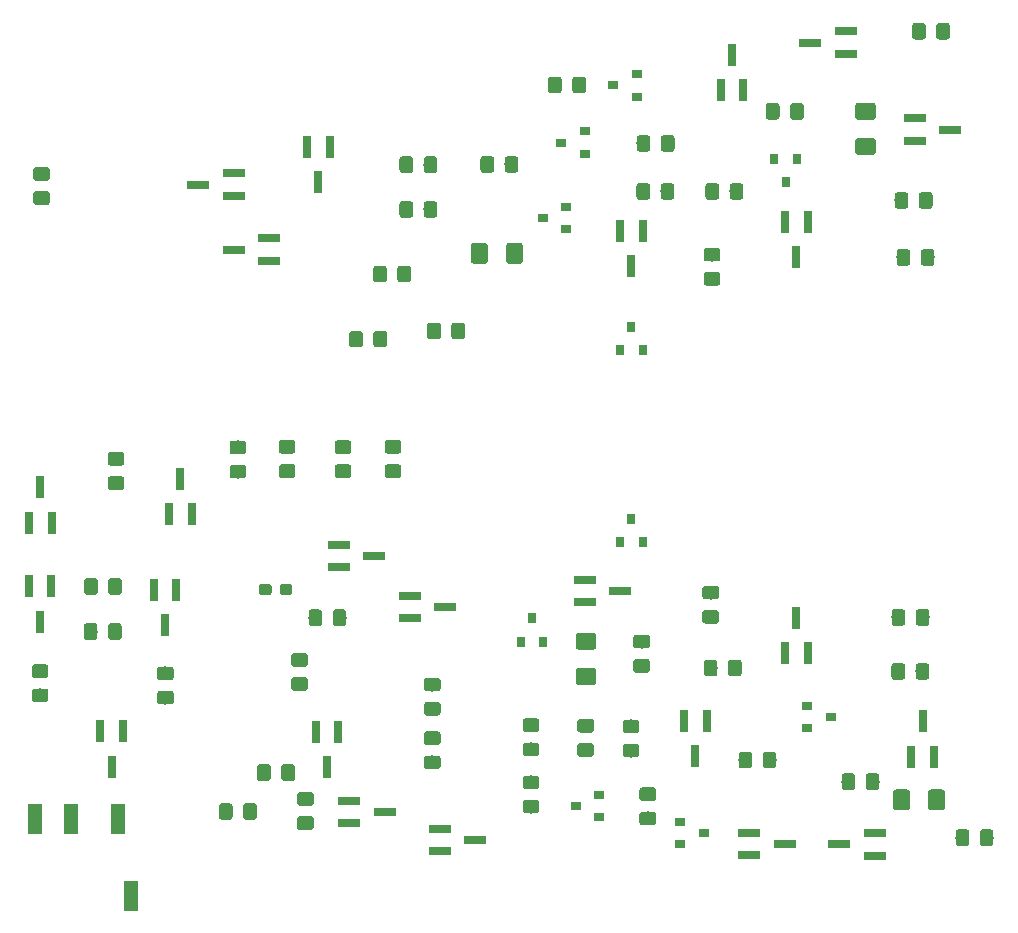
<source format=gbr>
G04 #@! TF.GenerationSoftware,KiCad,Pcbnew,(5.1.2)-2*
G04 #@! TF.CreationDate,2019-11-04T11:05:10-03:00*
G04 #@! TF.ProjectId,PCB,5043422e-6b69-4636-9164-5f7063625858,rev?*
G04 #@! TF.SameCoordinates,Original*
G04 #@! TF.FileFunction,Paste,Top*
G04 #@! TF.FilePolarity,Positive*
%FSLAX46Y46*%
G04 Gerber Fmt 4.6, Leading zero omitted, Abs format (unit mm)*
G04 Created by KiCad (PCBNEW (5.1.2)-2) date 2019-11-04 11:05:10*
%MOMM*%
%LPD*%
G04 APERTURE LIST*
%ADD10R,1.200000X2.500000*%
%ADD11R,0.800000X1.900000*%
%ADD12R,0.900000X0.800000*%
%ADD13C,0.100000*%
%ADD14C,1.150000*%
%ADD15R,0.800000X0.900000*%
%ADD16R,1.900000X0.800000*%
%ADD17C,0.950000*%
%ADD18C,1.425000*%
G04 APERTURE END LIST*
D10*
X160125000Y-120450000D03*
X163125000Y-120450000D03*
X167125000Y-120450000D03*
X168225000Y-126950000D03*
D11*
X171117740Y-104022460D03*
X170167740Y-101022460D03*
X172067740Y-101022460D03*
X224572040Y-103386060D03*
X225522040Y-106386060D03*
X223622040Y-106386060D03*
D12*
X216728040Y-121602060D03*
X214728040Y-122552060D03*
X214728040Y-120652060D03*
D13*
G36*
X194225345Y-78404964D02*
G01*
X194249613Y-78408564D01*
X194273412Y-78414525D01*
X194296511Y-78422790D01*
X194318690Y-78433280D01*
X194339733Y-78445892D01*
X194359439Y-78460507D01*
X194377617Y-78476983D01*
X194394093Y-78495161D01*
X194408708Y-78514867D01*
X194421320Y-78535910D01*
X194431810Y-78558089D01*
X194440075Y-78581188D01*
X194446036Y-78604987D01*
X194449636Y-78629255D01*
X194450840Y-78653759D01*
X194450840Y-79553761D01*
X194449636Y-79578265D01*
X194446036Y-79602533D01*
X194440075Y-79626332D01*
X194431810Y-79649431D01*
X194421320Y-79671610D01*
X194408708Y-79692653D01*
X194394093Y-79712359D01*
X194377617Y-79730537D01*
X194359439Y-79747013D01*
X194339733Y-79761628D01*
X194318690Y-79774240D01*
X194296511Y-79784730D01*
X194273412Y-79792995D01*
X194249613Y-79798956D01*
X194225345Y-79802556D01*
X194200841Y-79803760D01*
X193550839Y-79803760D01*
X193526335Y-79802556D01*
X193502067Y-79798956D01*
X193478268Y-79792995D01*
X193455169Y-79784730D01*
X193432990Y-79774240D01*
X193411947Y-79761628D01*
X193392241Y-79747013D01*
X193374063Y-79730537D01*
X193357587Y-79712359D01*
X193342972Y-79692653D01*
X193330360Y-79671610D01*
X193319870Y-79649431D01*
X193311605Y-79626332D01*
X193305644Y-79602533D01*
X193302044Y-79578265D01*
X193300840Y-79553761D01*
X193300840Y-78653759D01*
X193302044Y-78629255D01*
X193305644Y-78604987D01*
X193311605Y-78581188D01*
X193319870Y-78558089D01*
X193330360Y-78535910D01*
X193342972Y-78514867D01*
X193357587Y-78495161D01*
X193374063Y-78476983D01*
X193392241Y-78460507D01*
X193411947Y-78445892D01*
X193432990Y-78433280D01*
X193455169Y-78422790D01*
X193478268Y-78414525D01*
X193502067Y-78408564D01*
X193526335Y-78404964D01*
X193550839Y-78403760D01*
X194200841Y-78403760D01*
X194225345Y-78404964D01*
X194225345Y-78404964D01*
G37*
D14*
X193875840Y-79103760D03*
D13*
G36*
X196275345Y-78404964D02*
G01*
X196299613Y-78408564D01*
X196323412Y-78414525D01*
X196346511Y-78422790D01*
X196368690Y-78433280D01*
X196389733Y-78445892D01*
X196409439Y-78460507D01*
X196427617Y-78476983D01*
X196444093Y-78495161D01*
X196458708Y-78514867D01*
X196471320Y-78535910D01*
X196481810Y-78558089D01*
X196490075Y-78581188D01*
X196496036Y-78604987D01*
X196499636Y-78629255D01*
X196500840Y-78653759D01*
X196500840Y-79553761D01*
X196499636Y-79578265D01*
X196496036Y-79602533D01*
X196490075Y-79626332D01*
X196481810Y-79649431D01*
X196471320Y-79671610D01*
X196458708Y-79692653D01*
X196444093Y-79712359D01*
X196427617Y-79730537D01*
X196409439Y-79747013D01*
X196389733Y-79761628D01*
X196368690Y-79774240D01*
X196346511Y-79784730D01*
X196323412Y-79792995D01*
X196299613Y-79798956D01*
X196275345Y-79802556D01*
X196250841Y-79803760D01*
X195600839Y-79803760D01*
X195576335Y-79802556D01*
X195552067Y-79798956D01*
X195528268Y-79792995D01*
X195505169Y-79784730D01*
X195482990Y-79774240D01*
X195461947Y-79761628D01*
X195442241Y-79747013D01*
X195424063Y-79730537D01*
X195407587Y-79712359D01*
X195392972Y-79692653D01*
X195380360Y-79671610D01*
X195369870Y-79649431D01*
X195361605Y-79626332D01*
X195355644Y-79602533D01*
X195352044Y-79578265D01*
X195350840Y-79553761D01*
X195350840Y-78653759D01*
X195352044Y-78629255D01*
X195355644Y-78604987D01*
X195361605Y-78581188D01*
X195369870Y-78558089D01*
X195380360Y-78535910D01*
X195392972Y-78514867D01*
X195407587Y-78495161D01*
X195424063Y-78476983D01*
X195442241Y-78460507D01*
X195461947Y-78445892D01*
X195482990Y-78433280D01*
X195505169Y-78422790D01*
X195528268Y-78414525D01*
X195552067Y-78408564D01*
X195576335Y-78404964D01*
X195600839Y-78403760D01*
X196250841Y-78403760D01*
X196275345Y-78404964D01*
X196275345Y-78404964D01*
G37*
D14*
X195925840Y-79103760D03*
D15*
X223658040Y-66512060D03*
X222708040Y-64512060D03*
X224608040Y-64512060D03*
D12*
X227488040Y-111792060D03*
X225488040Y-112742060D03*
X225488040Y-110842060D03*
D11*
X172400840Y-91603760D03*
X173350840Y-94603760D03*
X171450840Y-94603760D03*
D13*
G36*
X241025345Y-121304964D02*
G01*
X241049613Y-121308564D01*
X241073412Y-121314525D01*
X241096511Y-121322790D01*
X241118690Y-121333280D01*
X241139733Y-121345892D01*
X241159439Y-121360507D01*
X241177617Y-121376983D01*
X241194093Y-121395161D01*
X241208708Y-121414867D01*
X241221320Y-121435910D01*
X241231810Y-121458089D01*
X241240075Y-121481188D01*
X241246036Y-121504987D01*
X241249636Y-121529255D01*
X241250840Y-121553759D01*
X241250840Y-122453761D01*
X241249636Y-122478265D01*
X241246036Y-122502533D01*
X241240075Y-122526332D01*
X241231810Y-122549431D01*
X241221320Y-122571610D01*
X241208708Y-122592653D01*
X241194093Y-122612359D01*
X241177617Y-122630537D01*
X241159439Y-122647013D01*
X241139733Y-122661628D01*
X241118690Y-122674240D01*
X241096511Y-122684730D01*
X241073412Y-122692995D01*
X241049613Y-122698956D01*
X241025345Y-122702556D01*
X241000841Y-122703760D01*
X240350839Y-122703760D01*
X240326335Y-122702556D01*
X240302067Y-122698956D01*
X240278268Y-122692995D01*
X240255169Y-122684730D01*
X240232990Y-122674240D01*
X240211947Y-122661628D01*
X240192241Y-122647013D01*
X240174063Y-122630537D01*
X240157587Y-122612359D01*
X240142972Y-122592653D01*
X240130360Y-122571610D01*
X240119870Y-122549431D01*
X240111605Y-122526332D01*
X240105644Y-122502533D01*
X240102044Y-122478265D01*
X240100840Y-122453761D01*
X240100840Y-121553759D01*
X240102044Y-121529255D01*
X240105644Y-121504987D01*
X240111605Y-121481188D01*
X240119870Y-121458089D01*
X240130360Y-121435910D01*
X240142972Y-121414867D01*
X240157587Y-121395161D01*
X240174063Y-121376983D01*
X240192241Y-121360507D01*
X240211947Y-121345892D01*
X240232990Y-121333280D01*
X240255169Y-121322790D01*
X240278268Y-121314525D01*
X240302067Y-121308564D01*
X240326335Y-121304964D01*
X240350839Y-121303760D01*
X241000841Y-121303760D01*
X241025345Y-121304964D01*
X241025345Y-121304964D01*
G37*
D14*
X240675840Y-122003760D03*
D13*
G36*
X238975345Y-121304964D02*
G01*
X238999613Y-121308564D01*
X239023412Y-121314525D01*
X239046511Y-121322790D01*
X239068690Y-121333280D01*
X239089733Y-121345892D01*
X239109439Y-121360507D01*
X239127617Y-121376983D01*
X239144093Y-121395161D01*
X239158708Y-121414867D01*
X239171320Y-121435910D01*
X239181810Y-121458089D01*
X239190075Y-121481188D01*
X239196036Y-121504987D01*
X239199636Y-121529255D01*
X239200840Y-121553759D01*
X239200840Y-122453761D01*
X239199636Y-122478265D01*
X239196036Y-122502533D01*
X239190075Y-122526332D01*
X239181810Y-122549431D01*
X239171320Y-122571610D01*
X239158708Y-122592653D01*
X239144093Y-122612359D01*
X239127617Y-122630537D01*
X239109439Y-122647013D01*
X239089733Y-122661628D01*
X239068690Y-122674240D01*
X239046511Y-122684730D01*
X239023412Y-122692995D01*
X238999613Y-122698956D01*
X238975345Y-122702556D01*
X238950841Y-122703760D01*
X238300839Y-122703760D01*
X238276335Y-122702556D01*
X238252067Y-122698956D01*
X238228268Y-122692995D01*
X238205169Y-122684730D01*
X238182990Y-122674240D01*
X238161947Y-122661628D01*
X238142241Y-122647013D01*
X238124063Y-122630537D01*
X238107587Y-122612359D01*
X238092972Y-122592653D01*
X238080360Y-122571610D01*
X238069870Y-122549431D01*
X238061605Y-122526332D01*
X238055644Y-122502533D01*
X238052044Y-122478265D01*
X238050840Y-122453761D01*
X238050840Y-121553759D01*
X238052044Y-121529255D01*
X238055644Y-121504987D01*
X238061605Y-121481188D01*
X238069870Y-121458089D01*
X238080360Y-121435910D01*
X238092972Y-121414867D01*
X238107587Y-121395161D01*
X238124063Y-121376983D01*
X238142241Y-121360507D01*
X238161947Y-121345892D01*
X238182990Y-121333280D01*
X238205169Y-121322790D01*
X238228268Y-121314525D01*
X238252067Y-121308564D01*
X238276335Y-121304964D01*
X238300839Y-121303760D01*
X238950841Y-121303760D01*
X238975345Y-121304964D01*
X238975345Y-121304964D01*
G37*
D14*
X238625840Y-122003760D03*
D13*
G36*
X189657750Y-73592962D02*
G01*
X189681975Y-73596555D01*
X189705731Y-73602506D01*
X189728789Y-73610756D01*
X189750927Y-73621227D01*
X189771933Y-73633817D01*
X189791603Y-73648405D01*
X189809748Y-73664852D01*
X189826195Y-73682997D01*
X189840783Y-73702667D01*
X189853373Y-73723673D01*
X189863844Y-73745811D01*
X189872094Y-73768869D01*
X189878045Y-73792625D01*
X189881638Y-73816850D01*
X189882840Y-73841310D01*
X189882840Y-74742210D01*
X189881638Y-74766670D01*
X189878045Y-74790895D01*
X189872094Y-74814651D01*
X189863844Y-74837709D01*
X189853373Y-74859847D01*
X189840783Y-74880853D01*
X189826195Y-74900523D01*
X189809748Y-74918668D01*
X189791603Y-74935115D01*
X189771933Y-74949703D01*
X189750927Y-74962293D01*
X189728789Y-74972764D01*
X189705731Y-74981014D01*
X189681975Y-74986965D01*
X189657750Y-74990558D01*
X189633290Y-74991760D01*
X188982390Y-74991760D01*
X188957930Y-74990558D01*
X188933705Y-74986965D01*
X188909949Y-74981014D01*
X188886891Y-74972764D01*
X188864753Y-74962293D01*
X188843747Y-74949703D01*
X188824077Y-74935115D01*
X188805932Y-74918668D01*
X188789485Y-74900523D01*
X188774897Y-74880853D01*
X188762307Y-74859847D01*
X188751836Y-74837709D01*
X188743586Y-74814651D01*
X188737635Y-74790895D01*
X188734042Y-74766670D01*
X188732840Y-74742210D01*
X188732840Y-73841310D01*
X188734042Y-73816850D01*
X188737635Y-73792625D01*
X188743586Y-73768869D01*
X188751836Y-73745811D01*
X188762307Y-73723673D01*
X188774897Y-73702667D01*
X188789485Y-73682997D01*
X188805932Y-73664852D01*
X188824077Y-73648405D01*
X188843747Y-73633817D01*
X188864753Y-73621227D01*
X188886891Y-73610756D01*
X188909949Y-73602506D01*
X188933705Y-73596555D01*
X188957930Y-73592962D01*
X188982390Y-73591760D01*
X189633290Y-73591760D01*
X189657750Y-73592962D01*
X189657750Y-73592962D01*
G37*
D14*
X189307840Y-74291760D03*
D13*
G36*
X191707345Y-73592964D02*
G01*
X191731613Y-73596564D01*
X191755412Y-73602525D01*
X191778511Y-73610790D01*
X191800690Y-73621280D01*
X191821733Y-73633892D01*
X191841439Y-73648507D01*
X191859617Y-73664983D01*
X191876093Y-73683161D01*
X191890708Y-73702867D01*
X191903320Y-73723910D01*
X191913810Y-73746089D01*
X191922075Y-73769188D01*
X191928036Y-73792987D01*
X191931636Y-73817255D01*
X191932840Y-73841759D01*
X191932840Y-74741761D01*
X191931636Y-74766265D01*
X191928036Y-74790533D01*
X191922075Y-74814332D01*
X191913810Y-74837431D01*
X191903320Y-74859610D01*
X191890708Y-74880653D01*
X191876093Y-74900359D01*
X191859617Y-74918537D01*
X191841439Y-74935013D01*
X191821733Y-74949628D01*
X191800690Y-74962240D01*
X191778511Y-74972730D01*
X191755412Y-74980995D01*
X191731613Y-74986956D01*
X191707345Y-74990556D01*
X191682841Y-74991760D01*
X191032839Y-74991760D01*
X191008335Y-74990556D01*
X190984067Y-74986956D01*
X190960268Y-74980995D01*
X190937169Y-74972730D01*
X190914990Y-74962240D01*
X190893947Y-74949628D01*
X190874241Y-74935013D01*
X190856063Y-74918537D01*
X190839587Y-74900359D01*
X190824972Y-74880653D01*
X190812360Y-74859610D01*
X190801870Y-74837431D01*
X190793605Y-74814332D01*
X190787644Y-74790533D01*
X190784044Y-74766265D01*
X190782840Y-74741761D01*
X190782840Y-73841759D01*
X190784044Y-73817255D01*
X190787644Y-73792987D01*
X190793605Y-73769188D01*
X190801870Y-73746089D01*
X190812360Y-73723910D01*
X190824972Y-73702867D01*
X190839587Y-73683161D01*
X190856063Y-73664983D01*
X190874241Y-73648507D01*
X190893947Y-73633892D01*
X190914990Y-73621280D01*
X190937169Y-73610790D01*
X190960268Y-73602525D01*
X190984067Y-73596564D01*
X191008335Y-73592964D01*
X191032839Y-73591760D01*
X191682841Y-73591760D01*
X191707345Y-73592964D01*
X191707345Y-73592964D01*
G37*
D14*
X191357840Y-74291760D03*
D13*
G36*
X233539545Y-107235264D02*
G01*
X233563813Y-107238864D01*
X233587612Y-107244825D01*
X233610711Y-107253090D01*
X233632890Y-107263580D01*
X233653933Y-107276192D01*
X233673639Y-107290807D01*
X233691817Y-107307283D01*
X233708293Y-107325461D01*
X233722908Y-107345167D01*
X233735520Y-107366210D01*
X233746010Y-107388389D01*
X233754275Y-107411488D01*
X233760236Y-107435287D01*
X233763836Y-107459555D01*
X233765040Y-107484059D01*
X233765040Y-108384061D01*
X233763836Y-108408565D01*
X233760236Y-108432833D01*
X233754275Y-108456632D01*
X233746010Y-108479731D01*
X233735520Y-108501910D01*
X233722908Y-108522953D01*
X233708293Y-108542659D01*
X233691817Y-108560837D01*
X233673639Y-108577313D01*
X233653933Y-108591928D01*
X233632890Y-108604540D01*
X233610711Y-108615030D01*
X233587612Y-108623295D01*
X233563813Y-108629256D01*
X233539545Y-108632856D01*
X233515041Y-108634060D01*
X232865039Y-108634060D01*
X232840535Y-108632856D01*
X232816267Y-108629256D01*
X232792468Y-108623295D01*
X232769369Y-108615030D01*
X232747190Y-108604540D01*
X232726147Y-108591928D01*
X232706441Y-108577313D01*
X232688263Y-108560837D01*
X232671787Y-108542659D01*
X232657172Y-108522953D01*
X232644560Y-108501910D01*
X232634070Y-108479731D01*
X232625805Y-108456632D01*
X232619844Y-108432833D01*
X232616244Y-108408565D01*
X232615040Y-108384061D01*
X232615040Y-107484059D01*
X232616244Y-107459555D01*
X232619844Y-107435287D01*
X232625805Y-107411488D01*
X232634070Y-107388389D01*
X232644560Y-107366210D01*
X232657172Y-107345167D01*
X232671787Y-107325461D01*
X232688263Y-107307283D01*
X232706441Y-107290807D01*
X232726147Y-107276192D01*
X232747190Y-107263580D01*
X232769369Y-107253090D01*
X232792468Y-107244825D01*
X232816267Y-107238864D01*
X232840535Y-107235264D01*
X232865039Y-107234060D01*
X233515041Y-107234060D01*
X233539545Y-107235264D01*
X233539545Y-107235264D01*
G37*
D14*
X233190040Y-107934060D03*
D13*
G36*
X235589545Y-107235264D02*
G01*
X235613813Y-107238864D01*
X235637612Y-107244825D01*
X235660711Y-107253090D01*
X235682890Y-107263580D01*
X235703933Y-107276192D01*
X235723639Y-107290807D01*
X235741817Y-107307283D01*
X235758293Y-107325461D01*
X235772908Y-107345167D01*
X235785520Y-107366210D01*
X235796010Y-107388389D01*
X235804275Y-107411488D01*
X235810236Y-107435287D01*
X235813836Y-107459555D01*
X235815040Y-107484059D01*
X235815040Y-108384061D01*
X235813836Y-108408565D01*
X235810236Y-108432833D01*
X235804275Y-108456632D01*
X235796010Y-108479731D01*
X235785520Y-108501910D01*
X235772908Y-108522953D01*
X235758293Y-108542659D01*
X235741817Y-108560837D01*
X235723639Y-108577313D01*
X235703933Y-108591928D01*
X235682890Y-108604540D01*
X235660711Y-108615030D01*
X235637612Y-108623295D01*
X235613813Y-108629256D01*
X235589545Y-108632856D01*
X235565041Y-108634060D01*
X234915039Y-108634060D01*
X234890535Y-108632856D01*
X234866267Y-108629256D01*
X234842468Y-108623295D01*
X234819369Y-108615030D01*
X234797190Y-108604540D01*
X234776147Y-108591928D01*
X234756441Y-108577313D01*
X234738263Y-108560837D01*
X234721787Y-108542659D01*
X234707172Y-108522953D01*
X234694560Y-108501910D01*
X234684070Y-108479731D01*
X234675805Y-108456632D01*
X234669844Y-108432833D01*
X234666244Y-108408565D01*
X234665040Y-108384061D01*
X234665040Y-107484059D01*
X234666244Y-107459555D01*
X234669844Y-107435287D01*
X234675805Y-107411488D01*
X234684070Y-107388389D01*
X234694560Y-107366210D01*
X234707172Y-107345167D01*
X234721787Y-107325461D01*
X234738263Y-107307283D01*
X234756441Y-107290807D01*
X234776147Y-107276192D01*
X234797190Y-107263580D01*
X234819369Y-107253090D01*
X234842468Y-107244825D01*
X234866267Y-107238864D01*
X234890535Y-107235264D01*
X234915039Y-107234060D01*
X235565041Y-107234060D01*
X235589545Y-107235264D01*
X235589545Y-107235264D01*
G37*
D14*
X235240040Y-107934060D03*
D13*
G36*
X233811545Y-67357264D02*
G01*
X233835813Y-67360864D01*
X233859612Y-67366825D01*
X233882711Y-67375090D01*
X233904890Y-67385580D01*
X233925933Y-67398192D01*
X233945639Y-67412807D01*
X233963817Y-67429283D01*
X233980293Y-67447461D01*
X233994908Y-67467167D01*
X234007520Y-67488210D01*
X234018010Y-67510389D01*
X234026275Y-67533488D01*
X234032236Y-67557287D01*
X234035836Y-67581555D01*
X234037040Y-67606059D01*
X234037040Y-68506061D01*
X234035836Y-68530565D01*
X234032236Y-68554833D01*
X234026275Y-68578632D01*
X234018010Y-68601731D01*
X234007520Y-68623910D01*
X233994908Y-68644953D01*
X233980293Y-68664659D01*
X233963817Y-68682837D01*
X233945639Y-68699313D01*
X233925933Y-68713928D01*
X233904890Y-68726540D01*
X233882711Y-68737030D01*
X233859612Y-68745295D01*
X233835813Y-68751256D01*
X233811545Y-68754856D01*
X233787041Y-68756060D01*
X233137039Y-68756060D01*
X233112535Y-68754856D01*
X233088267Y-68751256D01*
X233064468Y-68745295D01*
X233041369Y-68737030D01*
X233019190Y-68726540D01*
X232998147Y-68713928D01*
X232978441Y-68699313D01*
X232960263Y-68682837D01*
X232943787Y-68664659D01*
X232929172Y-68644953D01*
X232916560Y-68623910D01*
X232906070Y-68601731D01*
X232897805Y-68578632D01*
X232891844Y-68554833D01*
X232888244Y-68530565D01*
X232887040Y-68506061D01*
X232887040Y-67606059D01*
X232888244Y-67581555D01*
X232891844Y-67557287D01*
X232897805Y-67533488D01*
X232906070Y-67510389D01*
X232916560Y-67488210D01*
X232929172Y-67467167D01*
X232943787Y-67447461D01*
X232960263Y-67429283D01*
X232978441Y-67412807D01*
X232998147Y-67398192D01*
X233019190Y-67385580D01*
X233041369Y-67375090D01*
X233064468Y-67366825D01*
X233088267Y-67360864D01*
X233112535Y-67357264D01*
X233137039Y-67356060D01*
X233787041Y-67356060D01*
X233811545Y-67357264D01*
X233811545Y-67357264D01*
G37*
D14*
X233462040Y-68056060D03*
D13*
G36*
X235861545Y-67357264D02*
G01*
X235885813Y-67360864D01*
X235909612Y-67366825D01*
X235932711Y-67375090D01*
X235954890Y-67385580D01*
X235975933Y-67398192D01*
X235995639Y-67412807D01*
X236013817Y-67429283D01*
X236030293Y-67447461D01*
X236044908Y-67467167D01*
X236057520Y-67488210D01*
X236068010Y-67510389D01*
X236076275Y-67533488D01*
X236082236Y-67557287D01*
X236085836Y-67581555D01*
X236087040Y-67606059D01*
X236087040Y-68506061D01*
X236085836Y-68530565D01*
X236082236Y-68554833D01*
X236076275Y-68578632D01*
X236068010Y-68601731D01*
X236057520Y-68623910D01*
X236044908Y-68644953D01*
X236030293Y-68664659D01*
X236013817Y-68682837D01*
X235995639Y-68699313D01*
X235975933Y-68713928D01*
X235954890Y-68726540D01*
X235932711Y-68737030D01*
X235909612Y-68745295D01*
X235885813Y-68751256D01*
X235861545Y-68754856D01*
X235837041Y-68756060D01*
X235187039Y-68756060D01*
X235162535Y-68754856D01*
X235138267Y-68751256D01*
X235114468Y-68745295D01*
X235091369Y-68737030D01*
X235069190Y-68726540D01*
X235048147Y-68713928D01*
X235028441Y-68699313D01*
X235010263Y-68682837D01*
X234993787Y-68664659D01*
X234979172Y-68644953D01*
X234966560Y-68623910D01*
X234956070Y-68601731D01*
X234947805Y-68578632D01*
X234941844Y-68554833D01*
X234938244Y-68530565D01*
X234937040Y-68506061D01*
X234937040Y-67606059D01*
X234938244Y-67581555D01*
X234941844Y-67557287D01*
X234947805Y-67533488D01*
X234956070Y-67510389D01*
X234966560Y-67488210D01*
X234979172Y-67467167D01*
X234993787Y-67447461D01*
X235010263Y-67429283D01*
X235028441Y-67412807D01*
X235048147Y-67398192D01*
X235069190Y-67385580D01*
X235091369Y-67375090D01*
X235114468Y-67366825D01*
X235138267Y-67360864D01*
X235162535Y-67357264D01*
X235187039Y-67356060D01*
X235837041Y-67356060D01*
X235861545Y-67357264D01*
X235861545Y-67357264D01*
G37*
D14*
X235512040Y-68056060D03*
D11*
X224572040Y-72858060D03*
X223622040Y-69858060D03*
X225522040Y-69858060D03*
D16*
X237588040Y-62056060D03*
X234588040Y-63006060D03*
X234588040Y-61106060D03*
D11*
X235248040Y-112162060D03*
X236198040Y-115162060D03*
X234298040Y-115162060D03*
D13*
G36*
X233976545Y-72183264D02*
G01*
X234000813Y-72186864D01*
X234024612Y-72192825D01*
X234047711Y-72201090D01*
X234069890Y-72211580D01*
X234090933Y-72224192D01*
X234110639Y-72238807D01*
X234128817Y-72255283D01*
X234145293Y-72273461D01*
X234159908Y-72293167D01*
X234172520Y-72314210D01*
X234183010Y-72336389D01*
X234191275Y-72359488D01*
X234197236Y-72383287D01*
X234200836Y-72407555D01*
X234202040Y-72432059D01*
X234202040Y-73332061D01*
X234200836Y-73356565D01*
X234197236Y-73380833D01*
X234191275Y-73404632D01*
X234183010Y-73427731D01*
X234172520Y-73449910D01*
X234159908Y-73470953D01*
X234145293Y-73490659D01*
X234128817Y-73508837D01*
X234110639Y-73525313D01*
X234090933Y-73539928D01*
X234069890Y-73552540D01*
X234047711Y-73563030D01*
X234024612Y-73571295D01*
X234000813Y-73577256D01*
X233976545Y-73580856D01*
X233952041Y-73582060D01*
X233302039Y-73582060D01*
X233277535Y-73580856D01*
X233253267Y-73577256D01*
X233229468Y-73571295D01*
X233206369Y-73563030D01*
X233184190Y-73552540D01*
X233163147Y-73539928D01*
X233143441Y-73525313D01*
X233125263Y-73508837D01*
X233108787Y-73490659D01*
X233094172Y-73470953D01*
X233081560Y-73449910D01*
X233071070Y-73427731D01*
X233062805Y-73404632D01*
X233056844Y-73380833D01*
X233053244Y-73356565D01*
X233052040Y-73332061D01*
X233052040Y-72432059D01*
X233053244Y-72407555D01*
X233056844Y-72383287D01*
X233062805Y-72359488D01*
X233071070Y-72336389D01*
X233081560Y-72314210D01*
X233094172Y-72293167D01*
X233108787Y-72273461D01*
X233125263Y-72255283D01*
X233143441Y-72238807D01*
X233163147Y-72224192D01*
X233184190Y-72211580D01*
X233206369Y-72201090D01*
X233229468Y-72192825D01*
X233253267Y-72186864D01*
X233277535Y-72183264D01*
X233302039Y-72182060D01*
X233952041Y-72182060D01*
X233976545Y-72183264D01*
X233976545Y-72183264D01*
G37*
D14*
X233627040Y-72882060D03*
D13*
G36*
X236026545Y-72183264D02*
G01*
X236050813Y-72186864D01*
X236074612Y-72192825D01*
X236097711Y-72201090D01*
X236119890Y-72211580D01*
X236140933Y-72224192D01*
X236160639Y-72238807D01*
X236178817Y-72255283D01*
X236195293Y-72273461D01*
X236209908Y-72293167D01*
X236222520Y-72314210D01*
X236233010Y-72336389D01*
X236241275Y-72359488D01*
X236247236Y-72383287D01*
X236250836Y-72407555D01*
X236252040Y-72432059D01*
X236252040Y-73332061D01*
X236250836Y-73356565D01*
X236247236Y-73380833D01*
X236241275Y-73404632D01*
X236233010Y-73427731D01*
X236222520Y-73449910D01*
X236209908Y-73470953D01*
X236195293Y-73490659D01*
X236178817Y-73508837D01*
X236160639Y-73525313D01*
X236140933Y-73539928D01*
X236119890Y-73552540D01*
X236097711Y-73563030D01*
X236074612Y-73571295D01*
X236050813Y-73577256D01*
X236026545Y-73580856D01*
X236002041Y-73582060D01*
X235352039Y-73582060D01*
X235327535Y-73580856D01*
X235303267Y-73577256D01*
X235279468Y-73571295D01*
X235256369Y-73563030D01*
X235234190Y-73552540D01*
X235213147Y-73539928D01*
X235193441Y-73525313D01*
X235175263Y-73508837D01*
X235158787Y-73490659D01*
X235144172Y-73470953D01*
X235131560Y-73449910D01*
X235121070Y-73427731D01*
X235112805Y-73404632D01*
X235106844Y-73380833D01*
X235103244Y-73356565D01*
X235102040Y-73332061D01*
X235102040Y-72432059D01*
X235103244Y-72407555D01*
X235106844Y-72383287D01*
X235112805Y-72359488D01*
X235121070Y-72336389D01*
X235131560Y-72314210D01*
X235144172Y-72293167D01*
X235158787Y-72273461D01*
X235175263Y-72255283D01*
X235193441Y-72238807D01*
X235213147Y-72224192D01*
X235234190Y-72211580D01*
X235256369Y-72201090D01*
X235279468Y-72192825D01*
X235303267Y-72186864D01*
X235327535Y-72183264D01*
X235352039Y-72182060D01*
X236002041Y-72182060D01*
X236026545Y-72183264D01*
X236026545Y-72183264D01*
G37*
D14*
X235677040Y-72882060D03*
D13*
G36*
X224957545Y-59813264D02*
G01*
X224981813Y-59816864D01*
X225005612Y-59822825D01*
X225028711Y-59831090D01*
X225050890Y-59841580D01*
X225071933Y-59854192D01*
X225091639Y-59868807D01*
X225109817Y-59885283D01*
X225126293Y-59903461D01*
X225140908Y-59923167D01*
X225153520Y-59944210D01*
X225164010Y-59966389D01*
X225172275Y-59989488D01*
X225178236Y-60013287D01*
X225181836Y-60037555D01*
X225183040Y-60062059D01*
X225183040Y-60962061D01*
X225181836Y-60986565D01*
X225178236Y-61010833D01*
X225172275Y-61034632D01*
X225164010Y-61057731D01*
X225153520Y-61079910D01*
X225140908Y-61100953D01*
X225126293Y-61120659D01*
X225109817Y-61138837D01*
X225091639Y-61155313D01*
X225071933Y-61169928D01*
X225050890Y-61182540D01*
X225028711Y-61193030D01*
X225005612Y-61201295D01*
X224981813Y-61207256D01*
X224957545Y-61210856D01*
X224933041Y-61212060D01*
X224283039Y-61212060D01*
X224258535Y-61210856D01*
X224234267Y-61207256D01*
X224210468Y-61201295D01*
X224187369Y-61193030D01*
X224165190Y-61182540D01*
X224144147Y-61169928D01*
X224124441Y-61155313D01*
X224106263Y-61138837D01*
X224089787Y-61120659D01*
X224075172Y-61100953D01*
X224062560Y-61079910D01*
X224052070Y-61057731D01*
X224043805Y-61034632D01*
X224037844Y-61010833D01*
X224034244Y-60986565D01*
X224033040Y-60962061D01*
X224033040Y-60062059D01*
X224034244Y-60037555D01*
X224037844Y-60013287D01*
X224043805Y-59989488D01*
X224052070Y-59966389D01*
X224062560Y-59944210D01*
X224075172Y-59923167D01*
X224089787Y-59903461D01*
X224106263Y-59885283D01*
X224124441Y-59868807D01*
X224144147Y-59854192D01*
X224165190Y-59841580D01*
X224187369Y-59831090D01*
X224210468Y-59822825D01*
X224234267Y-59816864D01*
X224258535Y-59813264D01*
X224283039Y-59812060D01*
X224933041Y-59812060D01*
X224957545Y-59813264D01*
X224957545Y-59813264D01*
G37*
D14*
X224608040Y-60512060D03*
D13*
G36*
X222907545Y-59813264D02*
G01*
X222931813Y-59816864D01*
X222955612Y-59822825D01*
X222978711Y-59831090D01*
X223000890Y-59841580D01*
X223021933Y-59854192D01*
X223041639Y-59868807D01*
X223059817Y-59885283D01*
X223076293Y-59903461D01*
X223090908Y-59923167D01*
X223103520Y-59944210D01*
X223114010Y-59966389D01*
X223122275Y-59989488D01*
X223128236Y-60013287D01*
X223131836Y-60037555D01*
X223133040Y-60062059D01*
X223133040Y-60962061D01*
X223131836Y-60986565D01*
X223128236Y-61010833D01*
X223122275Y-61034632D01*
X223114010Y-61057731D01*
X223103520Y-61079910D01*
X223090908Y-61100953D01*
X223076293Y-61120659D01*
X223059817Y-61138837D01*
X223041639Y-61155313D01*
X223021933Y-61169928D01*
X223000890Y-61182540D01*
X222978711Y-61193030D01*
X222955612Y-61201295D01*
X222931813Y-61207256D01*
X222907545Y-61210856D01*
X222883041Y-61212060D01*
X222233039Y-61212060D01*
X222208535Y-61210856D01*
X222184267Y-61207256D01*
X222160468Y-61201295D01*
X222137369Y-61193030D01*
X222115190Y-61182540D01*
X222094147Y-61169928D01*
X222074441Y-61155313D01*
X222056263Y-61138837D01*
X222039787Y-61120659D01*
X222025172Y-61100953D01*
X222012560Y-61079910D01*
X222002070Y-61057731D01*
X221993805Y-61034632D01*
X221987844Y-61010833D01*
X221984244Y-60986565D01*
X221983040Y-60962061D01*
X221983040Y-60062059D01*
X221984244Y-60037555D01*
X221987844Y-60013287D01*
X221993805Y-59989488D01*
X222002070Y-59966389D01*
X222012560Y-59944210D01*
X222025172Y-59923167D01*
X222039787Y-59903461D01*
X222056263Y-59885283D01*
X222074441Y-59868807D01*
X222094147Y-59854192D01*
X222115190Y-59841580D01*
X222137369Y-59831090D01*
X222160468Y-59822825D01*
X222184267Y-59816864D01*
X222208535Y-59813264D01*
X222233039Y-59812060D01*
X222883041Y-59812060D01*
X222907545Y-59813264D01*
X222907545Y-59813264D01*
G37*
D14*
X222558040Y-60512060D03*
D13*
G36*
X237332545Y-53033264D02*
G01*
X237356813Y-53036864D01*
X237380612Y-53042825D01*
X237403711Y-53051090D01*
X237425890Y-53061580D01*
X237446933Y-53074192D01*
X237466639Y-53088807D01*
X237484817Y-53105283D01*
X237501293Y-53123461D01*
X237515908Y-53143167D01*
X237528520Y-53164210D01*
X237539010Y-53186389D01*
X237547275Y-53209488D01*
X237553236Y-53233287D01*
X237556836Y-53257555D01*
X237558040Y-53282059D01*
X237558040Y-54182061D01*
X237556836Y-54206565D01*
X237553236Y-54230833D01*
X237547275Y-54254632D01*
X237539010Y-54277731D01*
X237528520Y-54299910D01*
X237515908Y-54320953D01*
X237501293Y-54340659D01*
X237484817Y-54358837D01*
X237466639Y-54375313D01*
X237446933Y-54389928D01*
X237425890Y-54402540D01*
X237403711Y-54413030D01*
X237380612Y-54421295D01*
X237356813Y-54427256D01*
X237332545Y-54430856D01*
X237308041Y-54432060D01*
X236658039Y-54432060D01*
X236633535Y-54430856D01*
X236609267Y-54427256D01*
X236585468Y-54421295D01*
X236562369Y-54413030D01*
X236540190Y-54402540D01*
X236519147Y-54389928D01*
X236499441Y-54375313D01*
X236481263Y-54358837D01*
X236464787Y-54340659D01*
X236450172Y-54320953D01*
X236437560Y-54299910D01*
X236427070Y-54277731D01*
X236418805Y-54254632D01*
X236412844Y-54230833D01*
X236409244Y-54206565D01*
X236408040Y-54182061D01*
X236408040Y-53282059D01*
X236409244Y-53257555D01*
X236412844Y-53233287D01*
X236418805Y-53209488D01*
X236427070Y-53186389D01*
X236437560Y-53164210D01*
X236450172Y-53143167D01*
X236464787Y-53123461D01*
X236481263Y-53105283D01*
X236499441Y-53088807D01*
X236519147Y-53074192D01*
X236540190Y-53061580D01*
X236562369Y-53051090D01*
X236585468Y-53042825D01*
X236609267Y-53036864D01*
X236633535Y-53033264D01*
X236658039Y-53032060D01*
X237308041Y-53032060D01*
X237332545Y-53033264D01*
X237332545Y-53033264D01*
G37*
D14*
X236983040Y-53732060D03*
D13*
G36*
X235282545Y-53033264D02*
G01*
X235306813Y-53036864D01*
X235330612Y-53042825D01*
X235353711Y-53051090D01*
X235375890Y-53061580D01*
X235396933Y-53074192D01*
X235416639Y-53088807D01*
X235434817Y-53105283D01*
X235451293Y-53123461D01*
X235465908Y-53143167D01*
X235478520Y-53164210D01*
X235489010Y-53186389D01*
X235497275Y-53209488D01*
X235503236Y-53233287D01*
X235506836Y-53257555D01*
X235508040Y-53282059D01*
X235508040Y-54182061D01*
X235506836Y-54206565D01*
X235503236Y-54230833D01*
X235497275Y-54254632D01*
X235489010Y-54277731D01*
X235478520Y-54299910D01*
X235465908Y-54320953D01*
X235451293Y-54340659D01*
X235434817Y-54358837D01*
X235416639Y-54375313D01*
X235396933Y-54389928D01*
X235375890Y-54402540D01*
X235353711Y-54413030D01*
X235330612Y-54421295D01*
X235306813Y-54427256D01*
X235282545Y-54430856D01*
X235258041Y-54432060D01*
X234608039Y-54432060D01*
X234583535Y-54430856D01*
X234559267Y-54427256D01*
X234535468Y-54421295D01*
X234512369Y-54413030D01*
X234490190Y-54402540D01*
X234469147Y-54389928D01*
X234449441Y-54375313D01*
X234431263Y-54358837D01*
X234414787Y-54340659D01*
X234400172Y-54320953D01*
X234387560Y-54299910D01*
X234377070Y-54277731D01*
X234368805Y-54254632D01*
X234362844Y-54230833D01*
X234359244Y-54206565D01*
X234358040Y-54182061D01*
X234358040Y-53282059D01*
X234359244Y-53257555D01*
X234362844Y-53233287D01*
X234368805Y-53209488D01*
X234377070Y-53186389D01*
X234387560Y-53164210D01*
X234400172Y-53143167D01*
X234414787Y-53123461D01*
X234431263Y-53105283D01*
X234449441Y-53088807D01*
X234469147Y-53074192D01*
X234490190Y-53061580D01*
X234512369Y-53051090D01*
X234535468Y-53042825D01*
X234559267Y-53036864D01*
X234583535Y-53033264D01*
X234608039Y-53032060D01*
X235258041Y-53032060D01*
X235282545Y-53033264D01*
X235282545Y-53033264D01*
G37*
D14*
X234933040Y-53732060D03*
D11*
X211552040Y-70644060D03*
X209652040Y-70644060D03*
X210602040Y-73644060D03*
D16*
X209648040Y-101122060D03*
X206648040Y-102072060D03*
X206648040Y-100172060D03*
D11*
X216968040Y-112102060D03*
X215068040Y-112102060D03*
X216018040Y-115102060D03*
X184088040Y-66532060D03*
X183138040Y-63532060D03*
X185038040Y-63532060D03*
D16*
X220588040Y-121602060D03*
X220588040Y-123502060D03*
X223588040Y-122552060D03*
X228188040Y-122572060D03*
X231188040Y-121622060D03*
X231188040Y-123522060D03*
X228728040Y-55642060D03*
X228728040Y-53742060D03*
X225728040Y-54692060D03*
D11*
X218148040Y-58732060D03*
X220048040Y-58732060D03*
X219098040Y-55732060D03*
D16*
X197365140Y-122197760D03*
X194365140Y-123147760D03*
X194365140Y-121247760D03*
X176928040Y-67662060D03*
X176928040Y-65762060D03*
X173928040Y-66712060D03*
X189699240Y-119846660D03*
X186699240Y-120796660D03*
X186699240Y-118896660D03*
X176928040Y-72212060D03*
X179928040Y-71262060D03*
X179928040Y-73162060D03*
D11*
X184833740Y-116038060D03*
X183883740Y-113038060D03*
X185783740Y-113038060D03*
D16*
X191818740Y-101520560D03*
X191818740Y-103420560D03*
X194818740Y-102470560D03*
X188835640Y-98155060D03*
X185835640Y-99105060D03*
X185835640Y-97205060D03*
D11*
X161488640Y-100719060D03*
X159588640Y-100719060D03*
X160538640Y-103719060D03*
X159598840Y-95361060D03*
X161498840Y-95361060D03*
X160548840Y-92361060D03*
X167533840Y-113012660D03*
X165633840Y-113012660D03*
X166583840Y-116012660D03*
D15*
X210602040Y-94996060D03*
X211552040Y-96996060D03*
X209652040Y-96996060D03*
X210602040Y-78740060D03*
X211552040Y-80740060D03*
X209652040Y-80740060D03*
D12*
X203088040Y-69532060D03*
X205088040Y-68582060D03*
X205088040Y-70482060D03*
D15*
X202188040Y-103412060D03*
X203138040Y-105412060D03*
X201238040Y-105412060D03*
D12*
X205878040Y-119322060D03*
X207878040Y-118372060D03*
X207878040Y-120272060D03*
X204638040Y-63162060D03*
X206638040Y-62212060D03*
X206638040Y-64112060D03*
X209038040Y-58312060D03*
X211038040Y-57362060D03*
X211038040Y-59262060D03*
D13*
G36*
X179910779Y-100526144D02*
G01*
X179933834Y-100529563D01*
X179956443Y-100535227D01*
X179978387Y-100543079D01*
X179999457Y-100553044D01*
X180019448Y-100565026D01*
X180038168Y-100578910D01*
X180055438Y-100594562D01*
X180071090Y-100611832D01*
X180084974Y-100630552D01*
X180096956Y-100650543D01*
X180106921Y-100671613D01*
X180114773Y-100693557D01*
X180120437Y-100716166D01*
X180123856Y-100739221D01*
X180125000Y-100762500D01*
X180125000Y-101237500D01*
X180123856Y-101260779D01*
X180120437Y-101283834D01*
X180114773Y-101306443D01*
X180106921Y-101328387D01*
X180096956Y-101349457D01*
X180084974Y-101369448D01*
X180071090Y-101388168D01*
X180055438Y-101405438D01*
X180038168Y-101421090D01*
X180019448Y-101434974D01*
X179999457Y-101446956D01*
X179978387Y-101456921D01*
X179956443Y-101464773D01*
X179933834Y-101470437D01*
X179910779Y-101473856D01*
X179887500Y-101475000D01*
X179312500Y-101475000D01*
X179289221Y-101473856D01*
X179266166Y-101470437D01*
X179243557Y-101464773D01*
X179221613Y-101456921D01*
X179200543Y-101446956D01*
X179180552Y-101434974D01*
X179161832Y-101421090D01*
X179144562Y-101405438D01*
X179128910Y-101388168D01*
X179115026Y-101369448D01*
X179103044Y-101349457D01*
X179093079Y-101328387D01*
X179085227Y-101306443D01*
X179079563Y-101283834D01*
X179076144Y-101260779D01*
X179075000Y-101237500D01*
X179075000Y-100762500D01*
X179076144Y-100739221D01*
X179079563Y-100716166D01*
X179085227Y-100693557D01*
X179093079Y-100671613D01*
X179103044Y-100650543D01*
X179115026Y-100630552D01*
X179128910Y-100611832D01*
X179144562Y-100594562D01*
X179161832Y-100578910D01*
X179180552Y-100565026D01*
X179200543Y-100553044D01*
X179221613Y-100543079D01*
X179243557Y-100535227D01*
X179266166Y-100529563D01*
X179289221Y-100526144D01*
X179312500Y-100525000D01*
X179887500Y-100525000D01*
X179910779Y-100526144D01*
X179910779Y-100526144D01*
G37*
D17*
X179600000Y-101000000D03*
D13*
G36*
X181660779Y-100526144D02*
G01*
X181683834Y-100529563D01*
X181706443Y-100535227D01*
X181728387Y-100543079D01*
X181749457Y-100553044D01*
X181769448Y-100565026D01*
X181788168Y-100578910D01*
X181805438Y-100594562D01*
X181821090Y-100611832D01*
X181834974Y-100630552D01*
X181846956Y-100650543D01*
X181856921Y-100671613D01*
X181864773Y-100693557D01*
X181870437Y-100716166D01*
X181873856Y-100739221D01*
X181875000Y-100762500D01*
X181875000Y-101237500D01*
X181873856Y-101260779D01*
X181870437Y-101283834D01*
X181864773Y-101306443D01*
X181856921Y-101328387D01*
X181846956Y-101349457D01*
X181834974Y-101369448D01*
X181821090Y-101388168D01*
X181805438Y-101405438D01*
X181788168Y-101421090D01*
X181769448Y-101434974D01*
X181749457Y-101446956D01*
X181728387Y-101456921D01*
X181706443Y-101464773D01*
X181683834Y-101470437D01*
X181660779Y-101473856D01*
X181637500Y-101475000D01*
X181062500Y-101475000D01*
X181039221Y-101473856D01*
X181016166Y-101470437D01*
X180993557Y-101464773D01*
X180971613Y-101456921D01*
X180950543Y-101446956D01*
X180930552Y-101434974D01*
X180911832Y-101421090D01*
X180894562Y-101405438D01*
X180878910Y-101388168D01*
X180865026Y-101369448D01*
X180853044Y-101349457D01*
X180843079Y-101328387D01*
X180835227Y-101306443D01*
X180829563Y-101283834D01*
X180826144Y-101260779D01*
X180825000Y-101237500D01*
X180825000Y-100762500D01*
X180826144Y-100739221D01*
X180829563Y-100716166D01*
X180835227Y-100693557D01*
X180843079Y-100671613D01*
X180853044Y-100650543D01*
X180865026Y-100630552D01*
X180878910Y-100611832D01*
X180894562Y-100594562D01*
X180911832Y-100578910D01*
X180930552Y-100565026D01*
X180950543Y-100553044D01*
X180971613Y-100543079D01*
X180993557Y-100535227D01*
X181016166Y-100529563D01*
X181039221Y-100526144D01*
X181062500Y-100525000D01*
X181637500Y-100525000D01*
X181660779Y-100526144D01*
X181660779Y-100526144D01*
G37*
D17*
X181350000Y-101000000D03*
D13*
G36*
X186229945Y-102688664D02*
G01*
X186254213Y-102692264D01*
X186278012Y-102698225D01*
X186301111Y-102706490D01*
X186323290Y-102716980D01*
X186344333Y-102729592D01*
X186364039Y-102744207D01*
X186382217Y-102760683D01*
X186398693Y-102778861D01*
X186413308Y-102798567D01*
X186425920Y-102819610D01*
X186436410Y-102841789D01*
X186444675Y-102864888D01*
X186450636Y-102888687D01*
X186454236Y-102912955D01*
X186455440Y-102937459D01*
X186455440Y-103837461D01*
X186454236Y-103861965D01*
X186450636Y-103886233D01*
X186444675Y-103910032D01*
X186436410Y-103933131D01*
X186425920Y-103955310D01*
X186413308Y-103976353D01*
X186398693Y-103996059D01*
X186382217Y-104014237D01*
X186364039Y-104030713D01*
X186344333Y-104045328D01*
X186323290Y-104057940D01*
X186301111Y-104068430D01*
X186278012Y-104076695D01*
X186254213Y-104082656D01*
X186229945Y-104086256D01*
X186205441Y-104087460D01*
X185555439Y-104087460D01*
X185530935Y-104086256D01*
X185506667Y-104082656D01*
X185482868Y-104076695D01*
X185459769Y-104068430D01*
X185437590Y-104057940D01*
X185416547Y-104045328D01*
X185396841Y-104030713D01*
X185378663Y-104014237D01*
X185362187Y-103996059D01*
X185347572Y-103976353D01*
X185334960Y-103955310D01*
X185324470Y-103933131D01*
X185316205Y-103910032D01*
X185310244Y-103886233D01*
X185306644Y-103861965D01*
X185305440Y-103837461D01*
X185305440Y-102937459D01*
X185306644Y-102912955D01*
X185310244Y-102888687D01*
X185316205Y-102864888D01*
X185324470Y-102841789D01*
X185334960Y-102819610D01*
X185347572Y-102798567D01*
X185362187Y-102778861D01*
X185378663Y-102760683D01*
X185396841Y-102744207D01*
X185416547Y-102729592D01*
X185437590Y-102716980D01*
X185459769Y-102706490D01*
X185482868Y-102698225D01*
X185506667Y-102692264D01*
X185530935Y-102688664D01*
X185555439Y-102687460D01*
X186205441Y-102687460D01*
X186229945Y-102688664D01*
X186229945Y-102688664D01*
G37*
D14*
X185880440Y-103387460D03*
D13*
G36*
X184179945Y-102688664D02*
G01*
X184204213Y-102692264D01*
X184228012Y-102698225D01*
X184251111Y-102706490D01*
X184273290Y-102716980D01*
X184294333Y-102729592D01*
X184314039Y-102744207D01*
X184332217Y-102760683D01*
X184348693Y-102778861D01*
X184363308Y-102798567D01*
X184375920Y-102819610D01*
X184386410Y-102841789D01*
X184394675Y-102864888D01*
X184400636Y-102888687D01*
X184404236Y-102912955D01*
X184405440Y-102937459D01*
X184405440Y-103837461D01*
X184404236Y-103861965D01*
X184400636Y-103886233D01*
X184394675Y-103910032D01*
X184386410Y-103933131D01*
X184375920Y-103955310D01*
X184363308Y-103976353D01*
X184348693Y-103996059D01*
X184332217Y-104014237D01*
X184314039Y-104030713D01*
X184294333Y-104045328D01*
X184273290Y-104057940D01*
X184251111Y-104068430D01*
X184228012Y-104076695D01*
X184204213Y-104082656D01*
X184179945Y-104086256D01*
X184155441Y-104087460D01*
X183505439Y-104087460D01*
X183480935Y-104086256D01*
X183456667Y-104082656D01*
X183432868Y-104076695D01*
X183409769Y-104068430D01*
X183387590Y-104057940D01*
X183366547Y-104045328D01*
X183346841Y-104030713D01*
X183328663Y-104014237D01*
X183312187Y-103996059D01*
X183297572Y-103976353D01*
X183284960Y-103955310D01*
X183274470Y-103933131D01*
X183266205Y-103910032D01*
X183260244Y-103886233D01*
X183256644Y-103861965D01*
X183255440Y-103837461D01*
X183255440Y-102937459D01*
X183256644Y-102912955D01*
X183260244Y-102888687D01*
X183266205Y-102864888D01*
X183274470Y-102841789D01*
X183284960Y-102819610D01*
X183297572Y-102798567D01*
X183312187Y-102778861D01*
X183328663Y-102760683D01*
X183346841Y-102744207D01*
X183366547Y-102729592D01*
X183387590Y-102716980D01*
X183409769Y-102706490D01*
X183432868Y-102698225D01*
X183456667Y-102692264D01*
X183480935Y-102688664D01*
X183505439Y-102687460D01*
X184155441Y-102687460D01*
X184179945Y-102688664D01*
X184179945Y-102688664D01*
G37*
D14*
X183830440Y-103387460D03*
D13*
G36*
X190883545Y-90398364D02*
G01*
X190907813Y-90401964D01*
X190931612Y-90407925D01*
X190954711Y-90416190D01*
X190976890Y-90426680D01*
X190997933Y-90439292D01*
X191017639Y-90453907D01*
X191035817Y-90470383D01*
X191052293Y-90488561D01*
X191066908Y-90508267D01*
X191079520Y-90529310D01*
X191090010Y-90551489D01*
X191098275Y-90574588D01*
X191104236Y-90598387D01*
X191107836Y-90622655D01*
X191109040Y-90647159D01*
X191109040Y-91297161D01*
X191107836Y-91321665D01*
X191104236Y-91345933D01*
X191098275Y-91369732D01*
X191090010Y-91392831D01*
X191079520Y-91415010D01*
X191066908Y-91436053D01*
X191052293Y-91455759D01*
X191035817Y-91473937D01*
X191017639Y-91490413D01*
X190997933Y-91505028D01*
X190976890Y-91517640D01*
X190954711Y-91528130D01*
X190931612Y-91536395D01*
X190907813Y-91542356D01*
X190883545Y-91545956D01*
X190859041Y-91547160D01*
X189959039Y-91547160D01*
X189934535Y-91545956D01*
X189910267Y-91542356D01*
X189886468Y-91536395D01*
X189863369Y-91528130D01*
X189841190Y-91517640D01*
X189820147Y-91505028D01*
X189800441Y-91490413D01*
X189782263Y-91473937D01*
X189765787Y-91455759D01*
X189751172Y-91436053D01*
X189738560Y-91415010D01*
X189728070Y-91392831D01*
X189719805Y-91369732D01*
X189713844Y-91345933D01*
X189710244Y-91321665D01*
X189709040Y-91297161D01*
X189709040Y-90647159D01*
X189710244Y-90622655D01*
X189713844Y-90598387D01*
X189719805Y-90574588D01*
X189728070Y-90551489D01*
X189738560Y-90529310D01*
X189751172Y-90508267D01*
X189765787Y-90488561D01*
X189782263Y-90470383D01*
X189800441Y-90453907D01*
X189820147Y-90439292D01*
X189841190Y-90426680D01*
X189863369Y-90416190D01*
X189886468Y-90407925D01*
X189910267Y-90401964D01*
X189934535Y-90398364D01*
X189959039Y-90397160D01*
X190859041Y-90397160D01*
X190883545Y-90398364D01*
X190883545Y-90398364D01*
G37*
D14*
X190409040Y-90972160D03*
D13*
G36*
X190883545Y-88348364D02*
G01*
X190907813Y-88351964D01*
X190931612Y-88357925D01*
X190954711Y-88366190D01*
X190976890Y-88376680D01*
X190997933Y-88389292D01*
X191017639Y-88403907D01*
X191035817Y-88420383D01*
X191052293Y-88438561D01*
X191066908Y-88458267D01*
X191079520Y-88479310D01*
X191090010Y-88501489D01*
X191098275Y-88524588D01*
X191104236Y-88548387D01*
X191107836Y-88572655D01*
X191109040Y-88597159D01*
X191109040Y-89247161D01*
X191107836Y-89271665D01*
X191104236Y-89295933D01*
X191098275Y-89319732D01*
X191090010Y-89342831D01*
X191079520Y-89365010D01*
X191066908Y-89386053D01*
X191052293Y-89405759D01*
X191035817Y-89423937D01*
X191017639Y-89440413D01*
X190997933Y-89455028D01*
X190976890Y-89467640D01*
X190954711Y-89478130D01*
X190931612Y-89486395D01*
X190907813Y-89492356D01*
X190883545Y-89495956D01*
X190859041Y-89497160D01*
X189959039Y-89497160D01*
X189934535Y-89495956D01*
X189910267Y-89492356D01*
X189886468Y-89486395D01*
X189863369Y-89478130D01*
X189841190Y-89467640D01*
X189820147Y-89455028D01*
X189800441Y-89440413D01*
X189782263Y-89423937D01*
X189765787Y-89405759D01*
X189751172Y-89386053D01*
X189738560Y-89365010D01*
X189728070Y-89342831D01*
X189719805Y-89319732D01*
X189713844Y-89295933D01*
X189710244Y-89271665D01*
X189709040Y-89247161D01*
X189709040Y-88597159D01*
X189710244Y-88572655D01*
X189713844Y-88548387D01*
X189719805Y-88524588D01*
X189728070Y-88501489D01*
X189738560Y-88479310D01*
X189751172Y-88458267D01*
X189765787Y-88438561D01*
X189782263Y-88420383D01*
X189800441Y-88403907D01*
X189820147Y-88389292D01*
X189841190Y-88376680D01*
X189863369Y-88366190D01*
X189886468Y-88357925D01*
X189910267Y-88351964D01*
X189934535Y-88348364D01*
X189959039Y-88347160D01*
X190859041Y-88347160D01*
X190883545Y-88348364D01*
X190883545Y-88348364D01*
G37*
D14*
X190409040Y-88922160D03*
D13*
G36*
X207387544Y-107638264D02*
G01*
X207411813Y-107641864D01*
X207435611Y-107647825D01*
X207458711Y-107656090D01*
X207480889Y-107666580D01*
X207501933Y-107679193D01*
X207521638Y-107693807D01*
X207539817Y-107710283D01*
X207556293Y-107728462D01*
X207570907Y-107748167D01*
X207583520Y-107769211D01*
X207594010Y-107791389D01*
X207602275Y-107814489D01*
X207608236Y-107838287D01*
X207611836Y-107862556D01*
X207613040Y-107887060D01*
X207613040Y-108812060D01*
X207611836Y-108836564D01*
X207608236Y-108860833D01*
X207602275Y-108884631D01*
X207594010Y-108907731D01*
X207583520Y-108929909D01*
X207570907Y-108950953D01*
X207556293Y-108970658D01*
X207539817Y-108988837D01*
X207521638Y-109005313D01*
X207501933Y-109019927D01*
X207480889Y-109032540D01*
X207458711Y-109043030D01*
X207435611Y-109051295D01*
X207411813Y-109057256D01*
X207387544Y-109060856D01*
X207363040Y-109062060D01*
X206113040Y-109062060D01*
X206088536Y-109060856D01*
X206064267Y-109057256D01*
X206040469Y-109051295D01*
X206017369Y-109043030D01*
X205995191Y-109032540D01*
X205974147Y-109019927D01*
X205954442Y-109005313D01*
X205936263Y-108988837D01*
X205919787Y-108970658D01*
X205905173Y-108950953D01*
X205892560Y-108929909D01*
X205882070Y-108907731D01*
X205873805Y-108884631D01*
X205867844Y-108860833D01*
X205864244Y-108836564D01*
X205863040Y-108812060D01*
X205863040Y-107887060D01*
X205864244Y-107862556D01*
X205867844Y-107838287D01*
X205873805Y-107814489D01*
X205882070Y-107791389D01*
X205892560Y-107769211D01*
X205905173Y-107748167D01*
X205919787Y-107728462D01*
X205936263Y-107710283D01*
X205954442Y-107693807D01*
X205974147Y-107679193D01*
X205995191Y-107666580D01*
X206017369Y-107656090D01*
X206040469Y-107647825D01*
X206064267Y-107641864D01*
X206088536Y-107638264D01*
X206113040Y-107637060D01*
X207363040Y-107637060D01*
X207387544Y-107638264D01*
X207387544Y-107638264D01*
G37*
D18*
X206738040Y-108349560D03*
D13*
G36*
X207387544Y-104663264D02*
G01*
X207411813Y-104666864D01*
X207435611Y-104672825D01*
X207458711Y-104681090D01*
X207480889Y-104691580D01*
X207501933Y-104704193D01*
X207521638Y-104718807D01*
X207539817Y-104735283D01*
X207556293Y-104753462D01*
X207570907Y-104773167D01*
X207583520Y-104794211D01*
X207594010Y-104816389D01*
X207602275Y-104839489D01*
X207608236Y-104863287D01*
X207611836Y-104887556D01*
X207613040Y-104912060D01*
X207613040Y-105837060D01*
X207611836Y-105861564D01*
X207608236Y-105885833D01*
X207602275Y-105909631D01*
X207594010Y-105932731D01*
X207583520Y-105954909D01*
X207570907Y-105975953D01*
X207556293Y-105995658D01*
X207539817Y-106013837D01*
X207521638Y-106030313D01*
X207501933Y-106044927D01*
X207480889Y-106057540D01*
X207458711Y-106068030D01*
X207435611Y-106076295D01*
X207411813Y-106082256D01*
X207387544Y-106085856D01*
X207363040Y-106087060D01*
X206113040Y-106087060D01*
X206088536Y-106085856D01*
X206064267Y-106082256D01*
X206040469Y-106076295D01*
X206017369Y-106068030D01*
X205995191Y-106057540D01*
X205974147Y-106044927D01*
X205954442Y-106030313D01*
X205936263Y-106013837D01*
X205919787Y-105995658D01*
X205905173Y-105975953D01*
X205892560Y-105954909D01*
X205882070Y-105932731D01*
X205873805Y-105909631D01*
X205867844Y-105885833D01*
X205864244Y-105861564D01*
X205863040Y-105837060D01*
X205863040Y-104912060D01*
X205864244Y-104887556D01*
X205867844Y-104863287D01*
X205873805Y-104839489D01*
X205882070Y-104816389D01*
X205892560Y-104794211D01*
X205905173Y-104773167D01*
X205919787Y-104753462D01*
X205936263Y-104735283D01*
X205954442Y-104718807D01*
X205974147Y-104704193D01*
X205995191Y-104691580D01*
X206017369Y-104681090D01*
X206040469Y-104672825D01*
X206064267Y-104666864D01*
X206088536Y-104663264D01*
X206113040Y-104662060D01*
X207363040Y-104662060D01*
X207387544Y-104663264D01*
X207387544Y-104663264D01*
G37*
D18*
X206738040Y-105374560D03*
D13*
G36*
X198208044Y-71658264D02*
G01*
X198232313Y-71661864D01*
X198256111Y-71667825D01*
X198279211Y-71676090D01*
X198301389Y-71686580D01*
X198322433Y-71699193D01*
X198342138Y-71713807D01*
X198360317Y-71730283D01*
X198376793Y-71748462D01*
X198391407Y-71768167D01*
X198404020Y-71789211D01*
X198414510Y-71811389D01*
X198422775Y-71834489D01*
X198428736Y-71858287D01*
X198432336Y-71882556D01*
X198433540Y-71907060D01*
X198433540Y-73157060D01*
X198432336Y-73181564D01*
X198428736Y-73205833D01*
X198422775Y-73229631D01*
X198414510Y-73252731D01*
X198404020Y-73274909D01*
X198391407Y-73295953D01*
X198376793Y-73315658D01*
X198360317Y-73333837D01*
X198342138Y-73350313D01*
X198322433Y-73364927D01*
X198301389Y-73377540D01*
X198279211Y-73388030D01*
X198256111Y-73396295D01*
X198232313Y-73402256D01*
X198208044Y-73405856D01*
X198183540Y-73407060D01*
X197258540Y-73407060D01*
X197234036Y-73405856D01*
X197209767Y-73402256D01*
X197185969Y-73396295D01*
X197162869Y-73388030D01*
X197140691Y-73377540D01*
X197119647Y-73364927D01*
X197099942Y-73350313D01*
X197081763Y-73333837D01*
X197065287Y-73315658D01*
X197050673Y-73295953D01*
X197038060Y-73274909D01*
X197027570Y-73252731D01*
X197019305Y-73229631D01*
X197013344Y-73205833D01*
X197009744Y-73181564D01*
X197008540Y-73157060D01*
X197008540Y-71907060D01*
X197009744Y-71882556D01*
X197013344Y-71858287D01*
X197019305Y-71834489D01*
X197027570Y-71811389D01*
X197038060Y-71789211D01*
X197050673Y-71768167D01*
X197065287Y-71748462D01*
X197081763Y-71730283D01*
X197099942Y-71713807D01*
X197119647Y-71699193D01*
X197140691Y-71686580D01*
X197162869Y-71676090D01*
X197185969Y-71667825D01*
X197209767Y-71661864D01*
X197234036Y-71658264D01*
X197258540Y-71657060D01*
X198183540Y-71657060D01*
X198208044Y-71658264D01*
X198208044Y-71658264D01*
G37*
D18*
X197721040Y-72532060D03*
D13*
G36*
X201183044Y-71658264D02*
G01*
X201207313Y-71661864D01*
X201231111Y-71667825D01*
X201254211Y-71676090D01*
X201276389Y-71686580D01*
X201297433Y-71699193D01*
X201317138Y-71713807D01*
X201335317Y-71730283D01*
X201351793Y-71748462D01*
X201366407Y-71768167D01*
X201379020Y-71789211D01*
X201389510Y-71811389D01*
X201397775Y-71834489D01*
X201403736Y-71858287D01*
X201407336Y-71882556D01*
X201408540Y-71907060D01*
X201408540Y-73157060D01*
X201407336Y-73181564D01*
X201403736Y-73205833D01*
X201397775Y-73229631D01*
X201389510Y-73252731D01*
X201379020Y-73274909D01*
X201366407Y-73295953D01*
X201351793Y-73315658D01*
X201335317Y-73333837D01*
X201317138Y-73350313D01*
X201297433Y-73364927D01*
X201276389Y-73377540D01*
X201254211Y-73388030D01*
X201231111Y-73396295D01*
X201207313Y-73402256D01*
X201183044Y-73405856D01*
X201158540Y-73407060D01*
X200233540Y-73407060D01*
X200209036Y-73405856D01*
X200184767Y-73402256D01*
X200160969Y-73396295D01*
X200137869Y-73388030D01*
X200115691Y-73377540D01*
X200094647Y-73364927D01*
X200074942Y-73350313D01*
X200056763Y-73333837D01*
X200040287Y-73315658D01*
X200025673Y-73295953D01*
X200013060Y-73274909D01*
X200002570Y-73252731D01*
X199994305Y-73229631D01*
X199988344Y-73205833D01*
X199984744Y-73181564D01*
X199983540Y-73157060D01*
X199983540Y-71907060D01*
X199984744Y-71882556D01*
X199988344Y-71858287D01*
X199994305Y-71834489D01*
X200002570Y-71811389D01*
X200013060Y-71789211D01*
X200025673Y-71768167D01*
X200040287Y-71748462D01*
X200056763Y-71730283D01*
X200074942Y-71713807D01*
X200094647Y-71699193D01*
X200115691Y-71686580D01*
X200137869Y-71676090D01*
X200160969Y-71667825D01*
X200184767Y-71661864D01*
X200209036Y-71658264D01*
X200233540Y-71657060D01*
X201158540Y-71657060D01*
X201183044Y-71658264D01*
X201183044Y-71658264D01*
G37*
D18*
X200696040Y-72532060D03*
D13*
G36*
X236925344Y-117929964D02*
G01*
X236949613Y-117933564D01*
X236973411Y-117939525D01*
X236996511Y-117947790D01*
X237018689Y-117958280D01*
X237039733Y-117970893D01*
X237059438Y-117985507D01*
X237077617Y-118001983D01*
X237094093Y-118020162D01*
X237108707Y-118039867D01*
X237121320Y-118060911D01*
X237131810Y-118083089D01*
X237140075Y-118106189D01*
X237146036Y-118129987D01*
X237149636Y-118154256D01*
X237150840Y-118178760D01*
X237150840Y-119428760D01*
X237149636Y-119453264D01*
X237146036Y-119477533D01*
X237140075Y-119501331D01*
X237131810Y-119524431D01*
X237121320Y-119546609D01*
X237108707Y-119567653D01*
X237094093Y-119587358D01*
X237077617Y-119605537D01*
X237059438Y-119622013D01*
X237039733Y-119636627D01*
X237018689Y-119649240D01*
X236996511Y-119659730D01*
X236973411Y-119667995D01*
X236949613Y-119673956D01*
X236925344Y-119677556D01*
X236900840Y-119678760D01*
X235975840Y-119678760D01*
X235951336Y-119677556D01*
X235927067Y-119673956D01*
X235903269Y-119667995D01*
X235880169Y-119659730D01*
X235857991Y-119649240D01*
X235836947Y-119636627D01*
X235817242Y-119622013D01*
X235799063Y-119605537D01*
X235782587Y-119587358D01*
X235767973Y-119567653D01*
X235755360Y-119546609D01*
X235744870Y-119524431D01*
X235736605Y-119501331D01*
X235730644Y-119477533D01*
X235727044Y-119453264D01*
X235725840Y-119428760D01*
X235725840Y-118178760D01*
X235727044Y-118154256D01*
X235730644Y-118129987D01*
X235736605Y-118106189D01*
X235744870Y-118083089D01*
X235755360Y-118060911D01*
X235767973Y-118039867D01*
X235782587Y-118020162D01*
X235799063Y-118001983D01*
X235817242Y-117985507D01*
X235836947Y-117970893D01*
X235857991Y-117958280D01*
X235880169Y-117947790D01*
X235903269Y-117939525D01*
X235927067Y-117933564D01*
X235951336Y-117929964D01*
X235975840Y-117928760D01*
X236900840Y-117928760D01*
X236925344Y-117929964D01*
X236925344Y-117929964D01*
G37*
D18*
X236438340Y-118803760D03*
D13*
G36*
X233950344Y-117929964D02*
G01*
X233974613Y-117933564D01*
X233998411Y-117939525D01*
X234021511Y-117947790D01*
X234043689Y-117958280D01*
X234064733Y-117970893D01*
X234084438Y-117985507D01*
X234102617Y-118001983D01*
X234119093Y-118020162D01*
X234133707Y-118039867D01*
X234146320Y-118060911D01*
X234156810Y-118083089D01*
X234165075Y-118106189D01*
X234171036Y-118129987D01*
X234174636Y-118154256D01*
X234175840Y-118178760D01*
X234175840Y-119428760D01*
X234174636Y-119453264D01*
X234171036Y-119477533D01*
X234165075Y-119501331D01*
X234156810Y-119524431D01*
X234146320Y-119546609D01*
X234133707Y-119567653D01*
X234119093Y-119587358D01*
X234102617Y-119605537D01*
X234084438Y-119622013D01*
X234064733Y-119636627D01*
X234043689Y-119649240D01*
X234021511Y-119659730D01*
X233998411Y-119667995D01*
X233974613Y-119673956D01*
X233950344Y-119677556D01*
X233925840Y-119678760D01*
X233000840Y-119678760D01*
X232976336Y-119677556D01*
X232952067Y-119673956D01*
X232928269Y-119667995D01*
X232905169Y-119659730D01*
X232882991Y-119649240D01*
X232861947Y-119636627D01*
X232842242Y-119622013D01*
X232824063Y-119605537D01*
X232807587Y-119587358D01*
X232792973Y-119567653D01*
X232780360Y-119546609D01*
X232769870Y-119524431D01*
X232761605Y-119501331D01*
X232755644Y-119477533D01*
X232752044Y-119453264D01*
X232750840Y-119428760D01*
X232750840Y-118178760D01*
X232752044Y-118154256D01*
X232755644Y-118129987D01*
X232761605Y-118106189D01*
X232769870Y-118083089D01*
X232780360Y-118060911D01*
X232792973Y-118039867D01*
X232807587Y-118020162D01*
X232824063Y-118001983D01*
X232842242Y-117985507D01*
X232861947Y-117970893D01*
X232882991Y-117958280D01*
X232905169Y-117947790D01*
X232928269Y-117939525D01*
X232952067Y-117933564D01*
X232976336Y-117929964D01*
X233000840Y-117928760D01*
X233925840Y-117928760D01*
X233950344Y-117929964D01*
X233950344Y-117929964D01*
G37*
D18*
X233463340Y-118803760D03*
D13*
G36*
X231063544Y-62772764D02*
G01*
X231087813Y-62776364D01*
X231111611Y-62782325D01*
X231134711Y-62790590D01*
X231156889Y-62801080D01*
X231177933Y-62813693D01*
X231197638Y-62828307D01*
X231215817Y-62844783D01*
X231232293Y-62862962D01*
X231246907Y-62882667D01*
X231259520Y-62903711D01*
X231270010Y-62925889D01*
X231278275Y-62948989D01*
X231284236Y-62972787D01*
X231287836Y-62997056D01*
X231289040Y-63021560D01*
X231289040Y-63946560D01*
X231287836Y-63971064D01*
X231284236Y-63995333D01*
X231278275Y-64019131D01*
X231270010Y-64042231D01*
X231259520Y-64064409D01*
X231246907Y-64085453D01*
X231232293Y-64105158D01*
X231215817Y-64123337D01*
X231197638Y-64139813D01*
X231177933Y-64154427D01*
X231156889Y-64167040D01*
X231134711Y-64177530D01*
X231111611Y-64185795D01*
X231087813Y-64191756D01*
X231063544Y-64195356D01*
X231039040Y-64196560D01*
X229789040Y-64196560D01*
X229764536Y-64195356D01*
X229740267Y-64191756D01*
X229716469Y-64185795D01*
X229693369Y-64177530D01*
X229671191Y-64167040D01*
X229650147Y-64154427D01*
X229630442Y-64139813D01*
X229612263Y-64123337D01*
X229595787Y-64105158D01*
X229581173Y-64085453D01*
X229568560Y-64064409D01*
X229558070Y-64042231D01*
X229549805Y-64019131D01*
X229543844Y-63995333D01*
X229540244Y-63971064D01*
X229539040Y-63946560D01*
X229539040Y-63021560D01*
X229540244Y-62997056D01*
X229543844Y-62972787D01*
X229549805Y-62948989D01*
X229558070Y-62925889D01*
X229568560Y-62903711D01*
X229581173Y-62882667D01*
X229595787Y-62862962D01*
X229612263Y-62844783D01*
X229630442Y-62828307D01*
X229650147Y-62813693D01*
X229671191Y-62801080D01*
X229693369Y-62790590D01*
X229716469Y-62782325D01*
X229740267Y-62776364D01*
X229764536Y-62772764D01*
X229789040Y-62771560D01*
X231039040Y-62771560D01*
X231063544Y-62772764D01*
X231063544Y-62772764D01*
G37*
D18*
X230414040Y-63484060D03*
D13*
G36*
X231063544Y-59797764D02*
G01*
X231087813Y-59801364D01*
X231111611Y-59807325D01*
X231134711Y-59815590D01*
X231156889Y-59826080D01*
X231177933Y-59838693D01*
X231197638Y-59853307D01*
X231215817Y-59869783D01*
X231232293Y-59887962D01*
X231246907Y-59907667D01*
X231259520Y-59928711D01*
X231270010Y-59950889D01*
X231278275Y-59973989D01*
X231284236Y-59997787D01*
X231287836Y-60022056D01*
X231289040Y-60046560D01*
X231289040Y-60971560D01*
X231287836Y-60996064D01*
X231284236Y-61020333D01*
X231278275Y-61044131D01*
X231270010Y-61067231D01*
X231259520Y-61089409D01*
X231246907Y-61110453D01*
X231232293Y-61130158D01*
X231215817Y-61148337D01*
X231197638Y-61164813D01*
X231177933Y-61179427D01*
X231156889Y-61192040D01*
X231134711Y-61202530D01*
X231111611Y-61210795D01*
X231087813Y-61216756D01*
X231063544Y-61220356D01*
X231039040Y-61221560D01*
X229789040Y-61221560D01*
X229764536Y-61220356D01*
X229740267Y-61216756D01*
X229716469Y-61210795D01*
X229693369Y-61202530D01*
X229671191Y-61192040D01*
X229650147Y-61179427D01*
X229630442Y-61164813D01*
X229612263Y-61148337D01*
X229595787Y-61130158D01*
X229581173Y-61110453D01*
X229568560Y-61089409D01*
X229558070Y-61067231D01*
X229549805Y-61044131D01*
X229543844Y-61020333D01*
X229540244Y-60996064D01*
X229539040Y-60971560D01*
X229539040Y-60046560D01*
X229540244Y-60022056D01*
X229543844Y-59997787D01*
X229549805Y-59973989D01*
X229558070Y-59950889D01*
X229568560Y-59928711D01*
X229581173Y-59907667D01*
X229595787Y-59887962D01*
X229612263Y-59869783D01*
X229630442Y-59853307D01*
X229650147Y-59838693D01*
X229671191Y-59826080D01*
X229693369Y-59815590D01*
X229716469Y-59807325D01*
X229740267Y-59801364D01*
X229764536Y-59797764D01*
X229789040Y-59796560D01*
X231039040Y-59796560D01*
X231063544Y-59797764D01*
X231063544Y-59797764D01*
G37*
D18*
X230414040Y-60509060D03*
D13*
G36*
X165184445Y-100047064D02*
G01*
X165208713Y-100050664D01*
X165232512Y-100056625D01*
X165255611Y-100064890D01*
X165277790Y-100075380D01*
X165298833Y-100087992D01*
X165318539Y-100102607D01*
X165336717Y-100119083D01*
X165353193Y-100137261D01*
X165367808Y-100156967D01*
X165380420Y-100178010D01*
X165390910Y-100200189D01*
X165399175Y-100223288D01*
X165405136Y-100247087D01*
X165408736Y-100271355D01*
X165409940Y-100295859D01*
X165409940Y-101195861D01*
X165408736Y-101220365D01*
X165405136Y-101244633D01*
X165399175Y-101268432D01*
X165390910Y-101291531D01*
X165380420Y-101313710D01*
X165367808Y-101334753D01*
X165353193Y-101354459D01*
X165336717Y-101372637D01*
X165318539Y-101389113D01*
X165298833Y-101403728D01*
X165277790Y-101416340D01*
X165255611Y-101426830D01*
X165232512Y-101435095D01*
X165208713Y-101441056D01*
X165184445Y-101444656D01*
X165159941Y-101445860D01*
X164509939Y-101445860D01*
X164485435Y-101444656D01*
X164461167Y-101441056D01*
X164437368Y-101435095D01*
X164414269Y-101426830D01*
X164392090Y-101416340D01*
X164371047Y-101403728D01*
X164351341Y-101389113D01*
X164333163Y-101372637D01*
X164316687Y-101354459D01*
X164302072Y-101334753D01*
X164289460Y-101313710D01*
X164278970Y-101291531D01*
X164270705Y-101268432D01*
X164264744Y-101244633D01*
X164261144Y-101220365D01*
X164259940Y-101195861D01*
X164259940Y-100295859D01*
X164261144Y-100271355D01*
X164264744Y-100247087D01*
X164270705Y-100223288D01*
X164278970Y-100200189D01*
X164289460Y-100178010D01*
X164302072Y-100156967D01*
X164316687Y-100137261D01*
X164333163Y-100119083D01*
X164351341Y-100102607D01*
X164371047Y-100087992D01*
X164392090Y-100075380D01*
X164414269Y-100064890D01*
X164437368Y-100056625D01*
X164461167Y-100050664D01*
X164485435Y-100047064D01*
X164509939Y-100045860D01*
X165159941Y-100045860D01*
X165184445Y-100047064D01*
X165184445Y-100047064D01*
G37*
D14*
X164834940Y-100745860D03*
D13*
G36*
X167234445Y-100047064D02*
G01*
X167258713Y-100050664D01*
X167282512Y-100056625D01*
X167305611Y-100064890D01*
X167327790Y-100075380D01*
X167348833Y-100087992D01*
X167368539Y-100102607D01*
X167386717Y-100119083D01*
X167403193Y-100137261D01*
X167417808Y-100156967D01*
X167430420Y-100178010D01*
X167440910Y-100200189D01*
X167449175Y-100223288D01*
X167455136Y-100247087D01*
X167458736Y-100271355D01*
X167459940Y-100295859D01*
X167459940Y-101195861D01*
X167458736Y-101220365D01*
X167455136Y-101244633D01*
X167449175Y-101268432D01*
X167440910Y-101291531D01*
X167430420Y-101313710D01*
X167417808Y-101334753D01*
X167403193Y-101354459D01*
X167386717Y-101372637D01*
X167368539Y-101389113D01*
X167348833Y-101403728D01*
X167327790Y-101416340D01*
X167305611Y-101426830D01*
X167282512Y-101435095D01*
X167258713Y-101441056D01*
X167234445Y-101444656D01*
X167209941Y-101445860D01*
X166559939Y-101445860D01*
X166535435Y-101444656D01*
X166511167Y-101441056D01*
X166487368Y-101435095D01*
X166464269Y-101426830D01*
X166442090Y-101416340D01*
X166421047Y-101403728D01*
X166401341Y-101389113D01*
X166383163Y-101372637D01*
X166366687Y-101354459D01*
X166352072Y-101334753D01*
X166339460Y-101313710D01*
X166328970Y-101291531D01*
X166320705Y-101268432D01*
X166314744Y-101244633D01*
X166311144Y-101220365D01*
X166309940Y-101195861D01*
X166309940Y-100295859D01*
X166311144Y-100271355D01*
X166314744Y-100247087D01*
X166320705Y-100223288D01*
X166328970Y-100200189D01*
X166339460Y-100178010D01*
X166352072Y-100156967D01*
X166366687Y-100137261D01*
X166383163Y-100119083D01*
X166401341Y-100102607D01*
X166421047Y-100087992D01*
X166442090Y-100075380D01*
X166464269Y-100064890D01*
X166487368Y-100056625D01*
X166511167Y-100050664D01*
X166535435Y-100047064D01*
X166559939Y-100045860D01*
X167209941Y-100045860D01*
X167234445Y-100047064D01*
X167234445Y-100047064D01*
G37*
D14*
X166884940Y-100745860D03*
D13*
G36*
X182974505Y-108426204D02*
G01*
X182998773Y-108429804D01*
X183022572Y-108435765D01*
X183045671Y-108444030D01*
X183067850Y-108454520D01*
X183088893Y-108467132D01*
X183108599Y-108481747D01*
X183126777Y-108498223D01*
X183143253Y-108516401D01*
X183157868Y-108536107D01*
X183170480Y-108557150D01*
X183180970Y-108579329D01*
X183189235Y-108602428D01*
X183195196Y-108626227D01*
X183198796Y-108650495D01*
X183200000Y-108674999D01*
X183200000Y-109325001D01*
X183198796Y-109349505D01*
X183195196Y-109373773D01*
X183189235Y-109397572D01*
X183180970Y-109420671D01*
X183170480Y-109442850D01*
X183157868Y-109463893D01*
X183143253Y-109483599D01*
X183126777Y-109501777D01*
X183108599Y-109518253D01*
X183088893Y-109532868D01*
X183067850Y-109545480D01*
X183045671Y-109555970D01*
X183022572Y-109564235D01*
X182998773Y-109570196D01*
X182974505Y-109573796D01*
X182950001Y-109575000D01*
X182049999Y-109575000D01*
X182025495Y-109573796D01*
X182001227Y-109570196D01*
X181977428Y-109564235D01*
X181954329Y-109555970D01*
X181932150Y-109545480D01*
X181911107Y-109532868D01*
X181891401Y-109518253D01*
X181873223Y-109501777D01*
X181856747Y-109483599D01*
X181842132Y-109463893D01*
X181829520Y-109442850D01*
X181819030Y-109420671D01*
X181810765Y-109397572D01*
X181804804Y-109373773D01*
X181801204Y-109349505D01*
X181800000Y-109325001D01*
X181800000Y-108674999D01*
X181801204Y-108650495D01*
X181804804Y-108626227D01*
X181810765Y-108602428D01*
X181819030Y-108579329D01*
X181829520Y-108557150D01*
X181842132Y-108536107D01*
X181856747Y-108516401D01*
X181873223Y-108498223D01*
X181891401Y-108481747D01*
X181911107Y-108467132D01*
X181932150Y-108454520D01*
X181954329Y-108444030D01*
X181977428Y-108435765D01*
X182001227Y-108429804D01*
X182025495Y-108426204D01*
X182049999Y-108425000D01*
X182950001Y-108425000D01*
X182974505Y-108426204D01*
X182974505Y-108426204D01*
G37*
D14*
X182500000Y-109000000D03*
D13*
G36*
X182974505Y-106376204D02*
G01*
X182998773Y-106379804D01*
X183022572Y-106385765D01*
X183045671Y-106394030D01*
X183067850Y-106404520D01*
X183088893Y-106417132D01*
X183108599Y-106431747D01*
X183126777Y-106448223D01*
X183143253Y-106466401D01*
X183157868Y-106486107D01*
X183170480Y-106507150D01*
X183180970Y-106529329D01*
X183189235Y-106552428D01*
X183195196Y-106576227D01*
X183198796Y-106600495D01*
X183200000Y-106624999D01*
X183200000Y-107275001D01*
X183198796Y-107299505D01*
X183195196Y-107323773D01*
X183189235Y-107347572D01*
X183180970Y-107370671D01*
X183170480Y-107392850D01*
X183157868Y-107413893D01*
X183143253Y-107433599D01*
X183126777Y-107451777D01*
X183108599Y-107468253D01*
X183088893Y-107482868D01*
X183067850Y-107495480D01*
X183045671Y-107505970D01*
X183022572Y-107514235D01*
X182998773Y-107520196D01*
X182974505Y-107523796D01*
X182950001Y-107525000D01*
X182049999Y-107525000D01*
X182025495Y-107523796D01*
X182001227Y-107520196D01*
X181977428Y-107514235D01*
X181954329Y-107505970D01*
X181932150Y-107495480D01*
X181911107Y-107482868D01*
X181891401Y-107468253D01*
X181873223Y-107451777D01*
X181856747Y-107433599D01*
X181842132Y-107413893D01*
X181829520Y-107392850D01*
X181819030Y-107370671D01*
X181810765Y-107347572D01*
X181804804Y-107323773D01*
X181801204Y-107299505D01*
X181800000Y-107275001D01*
X181800000Y-106624999D01*
X181801204Y-106600495D01*
X181804804Y-106576227D01*
X181810765Y-106552428D01*
X181819030Y-106529329D01*
X181829520Y-106507150D01*
X181842132Y-106486107D01*
X181856747Y-106466401D01*
X181873223Y-106448223D01*
X181891401Y-106431747D01*
X181911107Y-106417132D01*
X181932150Y-106404520D01*
X181954329Y-106394030D01*
X181977428Y-106385765D01*
X182001227Y-106379804D01*
X182025495Y-106376204D01*
X182049999Y-106375000D01*
X182950001Y-106375000D01*
X182974505Y-106376204D01*
X182974505Y-106376204D01*
G37*
D14*
X182500000Y-106950000D03*
D13*
G36*
X194210945Y-108472564D02*
G01*
X194235213Y-108476164D01*
X194259012Y-108482125D01*
X194282111Y-108490390D01*
X194304290Y-108500880D01*
X194325333Y-108513492D01*
X194345039Y-108528107D01*
X194363217Y-108544583D01*
X194379693Y-108562761D01*
X194394308Y-108582467D01*
X194406920Y-108603510D01*
X194417410Y-108625689D01*
X194425675Y-108648788D01*
X194431636Y-108672587D01*
X194435236Y-108696855D01*
X194436440Y-108721359D01*
X194436440Y-109371361D01*
X194435236Y-109395865D01*
X194431636Y-109420133D01*
X194425675Y-109443932D01*
X194417410Y-109467031D01*
X194406920Y-109489210D01*
X194394308Y-109510253D01*
X194379693Y-109529959D01*
X194363217Y-109548137D01*
X194345039Y-109564613D01*
X194325333Y-109579228D01*
X194304290Y-109591840D01*
X194282111Y-109602330D01*
X194259012Y-109610595D01*
X194235213Y-109616556D01*
X194210945Y-109620156D01*
X194186441Y-109621360D01*
X193286439Y-109621360D01*
X193261935Y-109620156D01*
X193237667Y-109616556D01*
X193213868Y-109610595D01*
X193190769Y-109602330D01*
X193168590Y-109591840D01*
X193147547Y-109579228D01*
X193127841Y-109564613D01*
X193109663Y-109548137D01*
X193093187Y-109529959D01*
X193078572Y-109510253D01*
X193065960Y-109489210D01*
X193055470Y-109467031D01*
X193047205Y-109443932D01*
X193041244Y-109420133D01*
X193037644Y-109395865D01*
X193036440Y-109371361D01*
X193036440Y-108721359D01*
X193037644Y-108696855D01*
X193041244Y-108672587D01*
X193047205Y-108648788D01*
X193055470Y-108625689D01*
X193065960Y-108603510D01*
X193078572Y-108582467D01*
X193093187Y-108562761D01*
X193109663Y-108544583D01*
X193127841Y-108528107D01*
X193147547Y-108513492D01*
X193168590Y-108500880D01*
X193190769Y-108490390D01*
X193213868Y-108482125D01*
X193237667Y-108476164D01*
X193261935Y-108472564D01*
X193286439Y-108471360D01*
X194186441Y-108471360D01*
X194210945Y-108472564D01*
X194210945Y-108472564D01*
G37*
D14*
X193736440Y-109046360D03*
D13*
G36*
X194210945Y-110522564D02*
G01*
X194235213Y-110526164D01*
X194259012Y-110532125D01*
X194282111Y-110540390D01*
X194304290Y-110550880D01*
X194325333Y-110563492D01*
X194345039Y-110578107D01*
X194363217Y-110594583D01*
X194379693Y-110612761D01*
X194394308Y-110632467D01*
X194406920Y-110653510D01*
X194417410Y-110675689D01*
X194425675Y-110698788D01*
X194431636Y-110722587D01*
X194435236Y-110746855D01*
X194436440Y-110771359D01*
X194436440Y-111421361D01*
X194435236Y-111445865D01*
X194431636Y-111470133D01*
X194425675Y-111493932D01*
X194417410Y-111517031D01*
X194406920Y-111539210D01*
X194394308Y-111560253D01*
X194379693Y-111579959D01*
X194363217Y-111598137D01*
X194345039Y-111614613D01*
X194325333Y-111629228D01*
X194304290Y-111641840D01*
X194282111Y-111652330D01*
X194259012Y-111660595D01*
X194235213Y-111666556D01*
X194210945Y-111670156D01*
X194186441Y-111671360D01*
X193286439Y-111671360D01*
X193261935Y-111670156D01*
X193237667Y-111666556D01*
X193213868Y-111660595D01*
X193190769Y-111652330D01*
X193168590Y-111641840D01*
X193147547Y-111629228D01*
X193127841Y-111614613D01*
X193109663Y-111598137D01*
X193093187Y-111579959D01*
X193078572Y-111560253D01*
X193065960Y-111539210D01*
X193055470Y-111517031D01*
X193047205Y-111493932D01*
X193041244Y-111470133D01*
X193037644Y-111445865D01*
X193036440Y-111421361D01*
X193036440Y-110771359D01*
X193037644Y-110746855D01*
X193041244Y-110722587D01*
X193047205Y-110698788D01*
X193055470Y-110675689D01*
X193065960Y-110653510D01*
X193078572Y-110632467D01*
X193093187Y-110612761D01*
X193109663Y-110594583D01*
X193127841Y-110578107D01*
X193147547Y-110563492D01*
X193168590Y-110550880D01*
X193190769Y-110540390D01*
X193213868Y-110532125D01*
X193237667Y-110526164D01*
X193261935Y-110522564D01*
X193286439Y-110521360D01*
X194186441Y-110521360D01*
X194210945Y-110522564D01*
X194210945Y-110522564D01*
G37*
D14*
X193736440Y-111096360D03*
D13*
G36*
X177751745Y-90443864D02*
G01*
X177776013Y-90447464D01*
X177799812Y-90453425D01*
X177822911Y-90461690D01*
X177845090Y-90472180D01*
X177866133Y-90484792D01*
X177885839Y-90499407D01*
X177904017Y-90515883D01*
X177920493Y-90534061D01*
X177935108Y-90553767D01*
X177947720Y-90574810D01*
X177958210Y-90596989D01*
X177966475Y-90620088D01*
X177972436Y-90643887D01*
X177976036Y-90668155D01*
X177977240Y-90692659D01*
X177977240Y-91342661D01*
X177976036Y-91367165D01*
X177972436Y-91391433D01*
X177966475Y-91415232D01*
X177958210Y-91438331D01*
X177947720Y-91460510D01*
X177935108Y-91481553D01*
X177920493Y-91501259D01*
X177904017Y-91519437D01*
X177885839Y-91535913D01*
X177866133Y-91550528D01*
X177845090Y-91563140D01*
X177822911Y-91573630D01*
X177799812Y-91581895D01*
X177776013Y-91587856D01*
X177751745Y-91591456D01*
X177727241Y-91592660D01*
X176827239Y-91592660D01*
X176802735Y-91591456D01*
X176778467Y-91587856D01*
X176754668Y-91581895D01*
X176731569Y-91573630D01*
X176709390Y-91563140D01*
X176688347Y-91550528D01*
X176668641Y-91535913D01*
X176650463Y-91519437D01*
X176633987Y-91501259D01*
X176619372Y-91481553D01*
X176606760Y-91460510D01*
X176596270Y-91438331D01*
X176588005Y-91415232D01*
X176582044Y-91391433D01*
X176578444Y-91367165D01*
X176577240Y-91342661D01*
X176577240Y-90692659D01*
X176578444Y-90668155D01*
X176582044Y-90643887D01*
X176588005Y-90620088D01*
X176596270Y-90596989D01*
X176606760Y-90574810D01*
X176619372Y-90553767D01*
X176633987Y-90534061D01*
X176650463Y-90515883D01*
X176668641Y-90499407D01*
X176688347Y-90484792D01*
X176709390Y-90472180D01*
X176731569Y-90461690D01*
X176754668Y-90453425D01*
X176778467Y-90447464D01*
X176802735Y-90443864D01*
X176827239Y-90442660D01*
X177727241Y-90442660D01*
X177751745Y-90443864D01*
X177751745Y-90443864D01*
G37*
D14*
X177277240Y-91017660D03*
D13*
G36*
X177751745Y-88393864D02*
G01*
X177776013Y-88397464D01*
X177799812Y-88403425D01*
X177822911Y-88411690D01*
X177845090Y-88422180D01*
X177866133Y-88434792D01*
X177885839Y-88449407D01*
X177904017Y-88465883D01*
X177920493Y-88484061D01*
X177935108Y-88503767D01*
X177947720Y-88524810D01*
X177958210Y-88546989D01*
X177966475Y-88570088D01*
X177972436Y-88593887D01*
X177976036Y-88618155D01*
X177977240Y-88642659D01*
X177977240Y-89292661D01*
X177976036Y-89317165D01*
X177972436Y-89341433D01*
X177966475Y-89365232D01*
X177958210Y-89388331D01*
X177947720Y-89410510D01*
X177935108Y-89431553D01*
X177920493Y-89451259D01*
X177904017Y-89469437D01*
X177885839Y-89485913D01*
X177866133Y-89500528D01*
X177845090Y-89513140D01*
X177822911Y-89523630D01*
X177799812Y-89531895D01*
X177776013Y-89537856D01*
X177751745Y-89541456D01*
X177727241Y-89542660D01*
X176827239Y-89542660D01*
X176802735Y-89541456D01*
X176778467Y-89537856D01*
X176754668Y-89531895D01*
X176731569Y-89523630D01*
X176709390Y-89513140D01*
X176688347Y-89500528D01*
X176668641Y-89485913D01*
X176650463Y-89469437D01*
X176633987Y-89451259D01*
X176619372Y-89431553D01*
X176606760Y-89410510D01*
X176596270Y-89388331D01*
X176588005Y-89365232D01*
X176582044Y-89341433D01*
X176578444Y-89317165D01*
X176577240Y-89292661D01*
X176577240Y-88642659D01*
X176578444Y-88618155D01*
X176582044Y-88593887D01*
X176588005Y-88570088D01*
X176596270Y-88546989D01*
X176606760Y-88524810D01*
X176619372Y-88503767D01*
X176633987Y-88484061D01*
X176650463Y-88465883D01*
X176668641Y-88449407D01*
X176688347Y-88434792D01*
X176709390Y-88422180D01*
X176731569Y-88411690D01*
X176754668Y-88403425D01*
X176778467Y-88397464D01*
X176802735Y-88393864D01*
X176827239Y-88392660D01*
X177727241Y-88392660D01*
X177751745Y-88393864D01*
X177751745Y-88393864D01*
G37*
D14*
X177277240Y-88967660D03*
D13*
G36*
X171617645Y-107525364D02*
G01*
X171641913Y-107528964D01*
X171665712Y-107534925D01*
X171688811Y-107543190D01*
X171710990Y-107553680D01*
X171732033Y-107566292D01*
X171751739Y-107580907D01*
X171769917Y-107597383D01*
X171786393Y-107615561D01*
X171801008Y-107635267D01*
X171813620Y-107656310D01*
X171824110Y-107678489D01*
X171832375Y-107701588D01*
X171838336Y-107725387D01*
X171841936Y-107749655D01*
X171843140Y-107774159D01*
X171843140Y-108424161D01*
X171841936Y-108448665D01*
X171838336Y-108472933D01*
X171832375Y-108496732D01*
X171824110Y-108519831D01*
X171813620Y-108542010D01*
X171801008Y-108563053D01*
X171786393Y-108582759D01*
X171769917Y-108600937D01*
X171751739Y-108617413D01*
X171732033Y-108632028D01*
X171710990Y-108644640D01*
X171688811Y-108655130D01*
X171665712Y-108663395D01*
X171641913Y-108669356D01*
X171617645Y-108672956D01*
X171593141Y-108674160D01*
X170693139Y-108674160D01*
X170668635Y-108672956D01*
X170644367Y-108669356D01*
X170620568Y-108663395D01*
X170597469Y-108655130D01*
X170575290Y-108644640D01*
X170554247Y-108632028D01*
X170534541Y-108617413D01*
X170516363Y-108600937D01*
X170499887Y-108582759D01*
X170485272Y-108563053D01*
X170472660Y-108542010D01*
X170462170Y-108519831D01*
X170453905Y-108496732D01*
X170447944Y-108472933D01*
X170444344Y-108448665D01*
X170443140Y-108424161D01*
X170443140Y-107774159D01*
X170444344Y-107749655D01*
X170447944Y-107725387D01*
X170453905Y-107701588D01*
X170462170Y-107678489D01*
X170472660Y-107656310D01*
X170485272Y-107635267D01*
X170499887Y-107615561D01*
X170516363Y-107597383D01*
X170534541Y-107580907D01*
X170554247Y-107566292D01*
X170575290Y-107553680D01*
X170597469Y-107543190D01*
X170620568Y-107534925D01*
X170644367Y-107528964D01*
X170668635Y-107525364D01*
X170693139Y-107524160D01*
X171593141Y-107524160D01*
X171617645Y-107525364D01*
X171617645Y-107525364D01*
G37*
D14*
X171143140Y-108099160D03*
D13*
G36*
X171617645Y-109575364D02*
G01*
X171641913Y-109578964D01*
X171665712Y-109584925D01*
X171688811Y-109593190D01*
X171710990Y-109603680D01*
X171732033Y-109616292D01*
X171751739Y-109630907D01*
X171769917Y-109647383D01*
X171786393Y-109665561D01*
X171801008Y-109685267D01*
X171813620Y-109706310D01*
X171824110Y-109728489D01*
X171832375Y-109751588D01*
X171838336Y-109775387D01*
X171841936Y-109799655D01*
X171843140Y-109824159D01*
X171843140Y-110474161D01*
X171841936Y-110498665D01*
X171838336Y-110522933D01*
X171832375Y-110546732D01*
X171824110Y-110569831D01*
X171813620Y-110592010D01*
X171801008Y-110613053D01*
X171786393Y-110632759D01*
X171769917Y-110650937D01*
X171751739Y-110667413D01*
X171732033Y-110682028D01*
X171710990Y-110694640D01*
X171688811Y-110705130D01*
X171665712Y-110713395D01*
X171641913Y-110719356D01*
X171617645Y-110722956D01*
X171593141Y-110724160D01*
X170693139Y-110724160D01*
X170668635Y-110722956D01*
X170644367Y-110719356D01*
X170620568Y-110713395D01*
X170597469Y-110705130D01*
X170575290Y-110694640D01*
X170554247Y-110682028D01*
X170534541Y-110667413D01*
X170516363Y-110650937D01*
X170499887Y-110632759D01*
X170485272Y-110613053D01*
X170472660Y-110592010D01*
X170462170Y-110569831D01*
X170453905Y-110546732D01*
X170447944Y-110522933D01*
X170444344Y-110498665D01*
X170443140Y-110474161D01*
X170443140Y-109824159D01*
X170444344Y-109799655D01*
X170447944Y-109775387D01*
X170453905Y-109751588D01*
X170462170Y-109728489D01*
X170472660Y-109706310D01*
X170485272Y-109685267D01*
X170499887Y-109665561D01*
X170516363Y-109647383D01*
X170534541Y-109630907D01*
X170554247Y-109616292D01*
X170575290Y-109603680D01*
X170597469Y-109593190D01*
X170620568Y-109584925D01*
X170644367Y-109578964D01*
X170668635Y-109575364D01*
X170693139Y-109574160D01*
X171593141Y-109574160D01*
X171617645Y-109575364D01*
X171617645Y-109575364D01*
G37*
D14*
X171143140Y-110149160D03*
D13*
G36*
X194210945Y-113006464D02*
G01*
X194235213Y-113010064D01*
X194259012Y-113016025D01*
X194282111Y-113024290D01*
X194304290Y-113034780D01*
X194325333Y-113047392D01*
X194345039Y-113062007D01*
X194363217Y-113078483D01*
X194379693Y-113096661D01*
X194394308Y-113116367D01*
X194406920Y-113137410D01*
X194417410Y-113159589D01*
X194425675Y-113182688D01*
X194431636Y-113206487D01*
X194435236Y-113230755D01*
X194436440Y-113255259D01*
X194436440Y-113905261D01*
X194435236Y-113929765D01*
X194431636Y-113954033D01*
X194425675Y-113977832D01*
X194417410Y-114000931D01*
X194406920Y-114023110D01*
X194394308Y-114044153D01*
X194379693Y-114063859D01*
X194363217Y-114082037D01*
X194345039Y-114098513D01*
X194325333Y-114113128D01*
X194304290Y-114125740D01*
X194282111Y-114136230D01*
X194259012Y-114144495D01*
X194235213Y-114150456D01*
X194210945Y-114154056D01*
X194186441Y-114155260D01*
X193286439Y-114155260D01*
X193261935Y-114154056D01*
X193237667Y-114150456D01*
X193213868Y-114144495D01*
X193190769Y-114136230D01*
X193168590Y-114125740D01*
X193147547Y-114113128D01*
X193127841Y-114098513D01*
X193109663Y-114082037D01*
X193093187Y-114063859D01*
X193078572Y-114044153D01*
X193065960Y-114023110D01*
X193055470Y-114000931D01*
X193047205Y-113977832D01*
X193041244Y-113954033D01*
X193037644Y-113929765D01*
X193036440Y-113905261D01*
X193036440Y-113255259D01*
X193037644Y-113230755D01*
X193041244Y-113206487D01*
X193047205Y-113182688D01*
X193055470Y-113159589D01*
X193065960Y-113137410D01*
X193078572Y-113116367D01*
X193093187Y-113096661D01*
X193109663Y-113078483D01*
X193127841Y-113062007D01*
X193147547Y-113047392D01*
X193168590Y-113034780D01*
X193190769Y-113024290D01*
X193213868Y-113016025D01*
X193237667Y-113010064D01*
X193261935Y-113006464D01*
X193286439Y-113005260D01*
X194186441Y-113005260D01*
X194210945Y-113006464D01*
X194210945Y-113006464D01*
G37*
D14*
X193736440Y-113580260D03*
D13*
G36*
X194210945Y-115056464D02*
G01*
X194235213Y-115060064D01*
X194259012Y-115066025D01*
X194282111Y-115074290D01*
X194304290Y-115084780D01*
X194325333Y-115097392D01*
X194345039Y-115112007D01*
X194363217Y-115128483D01*
X194379693Y-115146661D01*
X194394308Y-115166367D01*
X194406920Y-115187410D01*
X194417410Y-115209589D01*
X194425675Y-115232688D01*
X194431636Y-115256487D01*
X194435236Y-115280755D01*
X194436440Y-115305259D01*
X194436440Y-115955261D01*
X194435236Y-115979765D01*
X194431636Y-116004033D01*
X194425675Y-116027832D01*
X194417410Y-116050931D01*
X194406920Y-116073110D01*
X194394308Y-116094153D01*
X194379693Y-116113859D01*
X194363217Y-116132037D01*
X194345039Y-116148513D01*
X194325333Y-116163128D01*
X194304290Y-116175740D01*
X194282111Y-116186230D01*
X194259012Y-116194495D01*
X194235213Y-116200456D01*
X194210945Y-116204056D01*
X194186441Y-116205260D01*
X193286439Y-116205260D01*
X193261935Y-116204056D01*
X193237667Y-116200456D01*
X193213868Y-116194495D01*
X193190769Y-116186230D01*
X193168590Y-116175740D01*
X193147547Y-116163128D01*
X193127841Y-116148513D01*
X193109663Y-116132037D01*
X193093187Y-116113859D01*
X193078572Y-116094153D01*
X193065960Y-116073110D01*
X193055470Y-116050931D01*
X193047205Y-116027832D01*
X193041244Y-116004033D01*
X193037644Y-115979765D01*
X193036440Y-115955261D01*
X193036440Y-115305259D01*
X193037644Y-115280755D01*
X193041244Y-115256487D01*
X193047205Y-115232688D01*
X193055470Y-115209589D01*
X193065960Y-115187410D01*
X193078572Y-115166367D01*
X193093187Y-115146661D01*
X193109663Y-115128483D01*
X193127841Y-115112007D01*
X193147547Y-115097392D01*
X193168590Y-115084780D01*
X193190769Y-115074290D01*
X193213868Y-115066025D01*
X193237667Y-115060064D01*
X193261935Y-115056464D01*
X193286439Y-115055260D01*
X194186441Y-115055260D01*
X194210945Y-115056464D01*
X194210945Y-115056464D01*
G37*
D14*
X193736440Y-115630260D03*
D13*
G36*
X176599505Y-119101204D02*
G01*
X176623773Y-119104804D01*
X176647572Y-119110765D01*
X176670671Y-119119030D01*
X176692850Y-119129520D01*
X176713893Y-119142132D01*
X176733599Y-119156747D01*
X176751777Y-119173223D01*
X176768253Y-119191401D01*
X176782868Y-119211107D01*
X176795480Y-119232150D01*
X176805970Y-119254329D01*
X176814235Y-119277428D01*
X176820196Y-119301227D01*
X176823796Y-119325495D01*
X176825000Y-119349999D01*
X176825000Y-120250001D01*
X176823796Y-120274505D01*
X176820196Y-120298773D01*
X176814235Y-120322572D01*
X176805970Y-120345671D01*
X176795480Y-120367850D01*
X176782868Y-120388893D01*
X176768253Y-120408599D01*
X176751777Y-120426777D01*
X176733599Y-120443253D01*
X176713893Y-120457868D01*
X176692850Y-120470480D01*
X176670671Y-120480970D01*
X176647572Y-120489235D01*
X176623773Y-120495196D01*
X176599505Y-120498796D01*
X176575001Y-120500000D01*
X175924999Y-120500000D01*
X175900495Y-120498796D01*
X175876227Y-120495196D01*
X175852428Y-120489235D01*
X175829329Y-120480970D01*
X175807150Y-120470480D01*
X175786107Y-120457868D01*
X175766401Y-120443253D01*
X175748223Y-120426777D01*
X175731747Y-120408599D01*
X175717132Y-120388893D01*
X175704520Y-120367850D01*
X175694030Y-120345671D01*
X175685765Y-120322572D01*
X175679804Y-120298773D01*
X175676204Y-120274505D01*
X175675000Y-120250001D01*
X175675000Y-119349999D01*
X175676204Y-119325495D01*
X175679804Y-119301227D01*
X175685765Y-119277428D01*
X175694030Y-119254329D01*
X175704520Y-119232150D01*
X175717132Y-119211107D01*
X175731747Y-119191401D01*
X175748223Y-119173223D01*
X175766401Y-119156747D01*
X175786107Y-119142132D01*
X175807150Y-119129520D01*
X175829329Y-119119030D01*
X175852428Y-119110765D01*
X175876227Y-119104804D01*
X175900495Y-119101204D01*
X175924999Y-119100000D01*
X176575001Y-119100000D01*
X176599505Y-119101204D01*
X176599505Y-119101204D01*
G37*
D14*
X176250000Y-119800000D03*
D13*
G36*
X178649505Y-119101204D02*
G01*
X178673773Y-119104804D01*
X178697572Y-119110765D01*
X178720671Y-119119030D01*
X178742850Y-119129520D01*
X178763893Y-119142132D01*
X178783599Y-119156747D01*
X178801777Y-119173223D01*
X178818253Y-119191401D01*
X178832868Y-119211107D01*
X178845480Y-119232150D01*
X178855970Y-119254329D01*
X178864235Y-119277428D01*
X178870196Y-119301227D01*
X178873796Y-119325495D01*
X178875000Y-119349999D01*
X178875000Y-120250001D01*
X178873796Y-120274505D01*
X178870196Y-120298773D01*
X178864235Y-120322572D01*
X178855970Y-120345671D01*
X178845480Y-120367850D01*
X178832868Y-120388893D01*
X178818253Y-120408599D01*
X178801777Y-120426777D01*
X178783599Y-120443253D01*
X178763893Y-120457868D01*
X178742850Y-120470480D01*
X178720671Y-120480970D01*
X178697572Y-120489235D01*
X178673773Y-120495196D01*
X178649505Y-120498796D01*
X178625001Y-120500000D01*
X177974999Y-120500000D01*
X177950495Y-120498796D01*
X177926227Y-120495196D01*
X177902428Y-120489235D01*
X177879329Y-120480970D01*
X177857150Y-120470480D01*
X177836107Y-120457868D01*
X177816401Y-120443253D01*
X177798223Y-120426777D01*
X177781747Y-120408599D01*
X177767132Y-120388893D01*
X177754520Y-120367850D01*
X177744030Y-120345671D01*
X177735765Y-120322572D01*
X177729804Y-120298773D01*
X177726204Y-120274505D01*
X177725000Y-120250001D01*
X177725000Y-119349999D01*
X177726204Y-119325495D01*
X177729804Y-119301227D01*
X177735765Y-119277428D01*
X177744030Y-119254329D01*
X177754520Y-119232150D01*
X177767132Y-119211107D01*
X177781747Y-119191401D01*
X177798223Y-119173223D01*
X177816401Y-119156747D01*
X177836107Y-119142132D01*
X177857150Y-119129520D01*
X177879329Y-119119030D01*
X177902428Y-119110765D01*
X177926227Y-119104804D01*
X177950495Y-119101204D01*
X177974999Y-119100000D01*
X178625001Y-119100000D01*
X178649505Y-119101204D01*
X178649505Y-119101204D01*
G37*
D14*
X178300000Y-119800000D03*
D13*
G36*
X161127445Y-65238064D02*
G01*
X161151713Y-65241664D01*
X161175512Y-65247625D01*
X161198611Y-65255890D01*
X161220790Y-65266380D01*
X161241833Y-65278992D01*
X161261539Y-65293607D01*
X161279717Y-65310083D01*
X161296193Y-65328261D01*
X161310808Y-65347967D01*
X161323420Y-65369010D01*
X161333910Y-65391189D01*
X161342175Y-65414288D01*
X161348136Y-65438087D01*
X161351736Y-65462355D01*
X161352940Y-65486859D01*
X161352940Y-66136861D01*
X161351736Y-66161365D01*
X161348136Y-66185633D01*
X161342175Y-66209432D01*
X161333910Y-66232531D01*
X161323420Y-66254710D01*
X161310808Y-66275753D01*
X161296193Y-66295459D01*
X161279717Y-66313637D01*
X161261539Y-66330113D01*
X161241833Y-66344728D01*
X161220790Y-66357340D01*
X161198611Y-66367830D01*
X161175512Y-66376095D01*
X161151713Y-66382056D01*
X161127445Y-66385656D01*
X161102941Y-66386860D01*
X160202939Y-66386860D01*
X160178435Y-66385656D01*
X160154167Y-66382056D01*
X160130368Y-66376095D01*
X160107269Y-66367830D01*
X160085090Y-66357340D01*
X160064047Y-66344728D01*
X160044341Y-66330113D01*
X160026163Y-66313637D01*
X160009687Y-66295459D01*
X159995072Y-66275753D01*
X159982460Y-66254710D01*
X159971970Y-66232531D01*
X159963705Y-66209432D01*
X159957744Y-66185633D01*
X159954144Y-66161365D01*
X159952940Y-66136861D01*
X159952940Y-65486859D01*
X159954144Y-65462355D01*
X159957744Y-65438087D01*
X159963705Y-65414288D01*
X159971970Y-65391189D01*
X159982460Y-65369010D01*
X159995072Y-65347967D01*
X160009687Y-65328261D01*
X160026163Y-65310083D01*
X160044341Y-65293607D01*
X160064047Y-65278992D01*
X160085090Y-65266380D01*
X160107269Y-65255890D01*
X160130368Y-65247625D01*
X160154167Y-65241664D01*
X160178435Y-65238064D01*
X160202939Y-65236860D01*
X161102941Y-65236860D01*
X161127445Y-65238064D01*
X161127445Y-65238064D01*
G37*
D14*
X160652940Y-65811860D03*
D13*
G36*
X161127445Y-67288064D02*
G01*
X161151713Y-67291664D01*
X161175512Y-67297625D01*
X161198611Y-67305890D01*
X161220790Y-67316380D01*
X161241833Y-67328992D01*
X161261539Y-67343607D01*
X161279717Y-67360083D01*
X161296193Y-67378261D01*
X161310808Y-67397967D01*
X161323420Y-67419010D01*
X161333910Y-67441189D01*
X161342175Y-67464288D01*
X161348136Y-67488087D01*
X161351736Y-67512355D01*
X161352940Y-67536859D01*
X161352940Y-68186861D01*
X161351736Y-68211365D01*
X161348136Y-68235633D01*
X161342175Y-68259432D01*
X161333910Y-68282531D01*
X161323420Y-68304710D01*
X161310808Y-68325753D01*
X161296193Y-68345459D01*
X161279717Y-68363637D01*
X161261539Y-68380113D01*
X161241833Y-68394728D01*
X161220790Y-68407340D01*
X161198611Y-68417830D01*
X161175512Y-68426095D01*
X161151713Y-68432056D01*
X161127445Y-68435656D01*
X161102941Y-68436860D01*
X160202939Y-68436860D01*
X160178435Y-68435656D01*
X160154167Y-68432056D01*
X160130368Y-68426095D01*
X160107269Y-68417830D01*
X160085090Y-68407340D01*
X160064047Y-68394728D01*
X160044341Y-68380113D01*
X160026163Y-68363637D01*
X160009687Y-68345459D01*
X159995072Y-68325753D01*
X159982460Y-68304710D01*
X159971970Y-68282531D01*
X159963705Y-68259432D01*
X159957744Y-68235633D01*
X159954144Y-68211365D01*
X159952940Y-68186861D01*
X159952940Y-67536859D01*
X159954144Y-67512355D01*
X159957744Y-67488087D01*
X159963705Y-67464288D01*
X159971970Y-67441189D01*
X159982460Y-67419010D01*
X159995072Y-67397967D01*
X160009687Y-67378261D01*
X160026163Y-67360083D01*
X160044341Y-67343607D01*
X160064047Y-67328992D01*
X160085090Y-67316380D01*
X160107269Y-67305890D01*
X160130368Y-67297625D01*
X160154167Y-67291664D01*
X160178435Y-67288064D01*
X160202939Y-67286860D01*
X161102941Y-67286860D01*
X161127445Y-67288064D01*
X161127445Y-67288064D01*
G37*
D14*
X160652940Y-67861860D03*
D13*
G36*
X161013145Y-107338564D02*
G01*
X161037413Y-107342164D01*
X161061212Y-107348125D01*
X161084311Y-107356390D01*
X161106490Y-107366880D01*
X161127533Y-107379492D01*
X161147239Y-107394107D01*
X161165417Y-107410583D01*
X161181893Y-107428761D01*
X161196508Y-107448467D01*
X161209120Y-107469510D01*
X161219610Y-107491689D01*
X161227875Y-107514788D01*
X161233836Y-107538587D01*
X161237436Y-107562855D01*
X161238640Y-107587359D01*
X161238640Y-108237361D01*
X161237436Y-108261865D01*
X161233836Y-108286133D01*
X161227875Y-108309932D01*
X161219610Y-108333031D01*
X161209120Y-108355210D01*
X161196508Y-108376253D01*
X161181893Y-108395959D01*
X161165417Y-108414137D01*
X161147239Y-108430613D01*
X161127533Y-108445228D01*
X161106490Y-108457840D01*
X161084311Y-108468330D01*
X161061212Y-108476595D01*
X161037413Y-108482556D01*
X161013145Y-108486156D01*
X160988641Y-108487360D01*
X160088639Y-108487360D01*
X160064135Y-108486156D01*
X160039867Y-108482556D01*
X160016068Y-108476595D01*
X159992969Y-108468330D01*
X159970790Y-108457840D01*
X159949747Y-108445228D01*
X159930041Y-108430613D01*
X159911863Y-108414137D01*
X159895387Y-108395959D01*
X159880772Y-108376253D01*
X159868160Y-108355210D01*
X159857670Y-108333031D01*
X159849405Y-108309932D01*
X159843444Y-108286133D01*
X159839844Y-108261865D01*
X159838640Y-108237361D01*
X159838640Y-107587359D01*
X159839844Y-107562855D01*
X159843444Y-107538587D01*
X159849405Y-107514788D01*
X159857670Y-107491689D01*
X159868160Y-107469510D01*
X159880772Y-107448467D01*
X159895387Y-107428761D01*
X159911863Y-107410583D01*
X159930041Y-107394107D01*
X159949747Y-107379492D01*
X159970790Y-107366880D01*
X159992969Y-107356390D01*
X160016068Y-107348125D01*
X160039867Y-107342164D01*
X160064135Y-107338564D01*
X160088639Y-107337360D01*
X160988641Y-107337360D01*
X161013145Y-107338564D01*
X161013145Y-107338564D01*
G37*
D14*
X160538640Y-107912360D03*
D13*
G36*
X161013145Y-109388564D02*
G01*
X161037413Y-109392164D01*
X161061212Y-109398125D01*
X161084311Y-109406390D01*
X161106490Y-109416880D01*
X161127533Y-109429492D01*
X161147239Y-109444107D01*
X161165417Y-109460583D01*
X161181893Y-109478761D01*
X161196508Y-109498467D01*
X161209120Y-109519510D01*
X161219610Y-109541689D01*
X161227875Y-109564788D01*
X161233836Y-109588587D01*
X161237436Y-109612855D01*
X161238640Y-109637359D01*
X161238640Y-110287361D01*
X161237436Y-110311865D01*
X161233836Y-110336133D01*
X161227875Y-110359932D01*
X161219610Y-110383031D01*
X161209120Y-110405210D01*
X161196508Y-110426253D01*
X161181893Y-110445959D01*
X161165417Y-110464137D01*
X161147239Y-110480613D01*
X161127533Y-110495228D01*
X161106490Y-110507840D01*
X161084311Y-110518330D01*
X161061212Y-110526595D01*
X161037413Y-110532556D01*
X161013145Y-110536156D01*
X160988641Y-110537360D01*
X160088639Y-110537360D01*
X160064135Y-110536156D01*
X160039867Y-110532556D01*
X160016068Y-110526595D01*
X159992969Y-110518330D01*
X159970790Y-110507840D01*
X159949747Y-110495228D01*
X159930041Y-110480613D01*
X159911863Y-110464137D01*
X159895387Y-110445959D01*
X159880772Y-110426253D01*
X159868160Y-110405210D01*
X159857670Y-110383031D01*
X159849405Y-110359932D01*
X159843444Y-110336133D01*
X159839844Y-110311865D01*
X159838640Y-110287361D01*
X159838640Y-109637359D01*
X159839844Y-109612855D01*
X159843444Y-109588587D01*
X159849405Y-109564788D01*
X159857670Y-109541689D01*
X159868160Y-109519510D01*
X159880772Y-109498467D01*
X159895387Y-109478761D01*
X159911863Y-109460583D01*
X159930041Y-109444107D01*
X159949747Y-109429492D01*
X159970790Y-109416880D01*
X159992969Y-109406390D01*
X160016068Y-109398125D01*
X160039867Y-109392164D01*
X160064135Y-109388564D01*
X160088639Y-109387360D01*
X160988641Y-109387360D01*
X161013145Y-109388564D01*
X161013145Y-109388564D01*
G37*
D14*
X160538640Y-109962360D03*
D13*
G36*
X167426645Y-91418064D02*
G01*
X167450913Y-91421664D01*
X167474712Y-91427625D01*
X167497811Y-91435890D01*
X167519990Y-91446380D01*
X167541033Y-91458992D01*
X167560739Y-91473607D01*
X167578917Y-91490083D01*
X167595393Y-91508261D01*
X167610008Y-91527967D01*
X167622620Y-91549010D01*
X167633110Y-91571189D01*
X167641375Y-91594288D01*
X167647336Y-91618087D01*
X167650936Y-91642355D01*
X167652140Y-91666859D01*
X167652140Y-92316861D01*
X167650936Y-92341365D01*
X167647336Y-92365633D01*
X167641375Y-92389432D01*
X167633110Y-92412531D01*
X167622620Y-92434710D01*
X167610008Y-92455753D01*
X167595393Y-92475459D01*
X167578917Y-92493637D01*
X167560739Y-92510113D01*
X167541033Y-92524728D01*
X167519990Y-92537340D01*
X167497811Y-92547830D01*
X167474712Y-92556095D01*
X167450913Y-92562056D01*
X167426645Y-92565656D01*
X167402141Y-92566860D01*
X166502139Y-92566860D01*
X166477635Y-92565656D01*
X166453367Y-92562056D01*
X166429568Y-92556095D01*
X166406469Y-92547830D01*
X166384290Y-92537340D01*
X166363247Y-92524728D01*
X166343541Y-92510113D01*
X166325363Y-92493637D01*
X166308887Y-92475459D01*
X166294272Y-92455753D01*
X166281660Y-92434710D01*
X166271170Y-92412531D01*
X166262905Y-92389432D01*
X166256944Y-92365633D01*
X166253344Y-92341365D01*
X166252140Y-92316861D01*
X166252140Y-91666859D01*
X166253344Y-91642355D01*
X166256944Y-91618087D01*
X166262905Y-91594288D01*
X166271170Y-91571189D01*
X166281660Y-91549010D01*
X166294272Y-91527967D01*
X166308887Y-91508261D01*
X166325363Y-91490083D01*
X166343541Y-91473607D01*
X166363247Y-91458992D01*
X166384290Y-91446380D01*
X166406469Y-91435890D01*
X166429568Y-91427625D01*
X166453367Y-91421664D01*
X166477635Y-91418064D01*
X166502139Y-91416860D01*
X167402141Y-91416860D01*
X167426645Y-91418064D01*
X167426645Y-91418064D01*
G37*
D14*
X166952140Y-91991860D03*
D13*
G36*
X167426645Y-89368064D02*
G01*
X167450913Y-89371664D01*
X167474712Y-89377625D01*
X167497811Y-89385890D01*
X167519990Y-89396380D01*
X167541033Y-89408992D01*
X167560739Y-89423607D01*
X167578917Y-89440083D01*
X167595393Y-89458261D01*
X167610008Y-89477967D01*
X167622620Y-89499010D01*
X167633110Y-89521189D01*
X167641375Y-89544288D01*
X167647336Y-89568087D01*
X167650936Y-89592355D01*
X167652140Y-89616859D01*
X167652140Y-90266861D01*
X167650936Y-90291365D01*
X167647336Y-90315633D01*
X167641375Y-90339432D01*
X167633110Y-90362531D01*
X167622620Y-90384710D01*
X167610008Y-90405753D01*
X167595393Y-90425459D01*
X167578917Y-90443637D01*
X167560739Y-90460113D01*
X167541033Y-90474728D01*
X167519990Y-90487340D01*
X167497811Y-90497830D01*
X167474712Y-90506095D01*
X167450913Y-90512056D01*
X167426645Y-90515656D01*
X167402141Y-90516860D01*
X166502139Y-90516860D01*
X166477635Y-90515656D01*
X166453367Y-90512056D01*
X166429568Y-90506095D01*
X166406469Y-90497830D01*
X166384290Y-90487340D01*
X166363247Y-90474728D01*
X166343541Y-90460113D01*
X166325363Y-90443637D01*
X166308887Y-90425459D01*
X166294272Y-90405753D01*
X166281660Y-90384710D01*
X166271170Y-90362531D01*
X166262905Y-90339432D01*
X166256944Y-90315633D01*
X166253344Y-90291365D01*
X166252140Y-90266861D01*
X166252140Y-89616859D01*
X166253344Y-89592355D01*
X166256944Y-89568087D01*
X166262905Y-89544288D01*
X166271170Y-89521189D01*
X166281660Y-89499010D01*
X166294272Y-89477967D01*
X166308887Y-89458261D01*
X166325363Y-89440083D01*
X166343541Y-89423607D01*
X166363247Y-89408992D01*
X166384290Y-89396380D01*
X166406469Y-89385890D01*
X166429568Y-89377625D01*
X166453367Y-89371664D01*
X166477635Y-89368064D01*
X166502139Y-89366860D01*
X167402141Y-89366860D01*
X167426645Y-89368064D01*
X167426645Y-89368064D01*
G37*
D14*
X166952140Y-89941860D03*
D13*
G36*
X181917345Y-88343064D02*
G01*
X181941613Y-88346664D01*
X181965412Y-88352625D01*
X181988511Y-88360890D01*
X182010690Y-88371380D01*
X182031733Y-88383992D01*
X182051439Y-88398607D01*
X182069617Y-88415083D01*
X182086093Y-88433261D01*
X182100708Y-88452967D01*
X182113320Y-88474010D01*
X182123810Y-88496189D01*
X182132075Y-88519288D01*
X182138036Y-88543087D01*
X182141636Y-88567355D01*
X182142840Y-88591859D01*
X182142840Y-89241861D01*
X182141636Y-89266365D01*
X182138036Y-89290633D01*
X182132075Y-89314432D01*
X182123810Y-89337531D01*
X182113320Y-89359710D01*
X182100708Y-89380753D01*
X182086093Y-89400459D01*
X182069617Y-89418637D01*
X182051439Y-89435113D01*
X182031733Y-89449728D01*
X182010690Y-89462340D01*
X181988511Y-89472830D01*
X181965412Y-89481095D01*
X181941613Y-89487056D01*
X181917345Y-89490656D01*
X181892841Y-89491860D01*
X180992839Y-89491860D01*
X180968335Y-89490656D01*
X180944067Y-89487056D01*
X180920268Y-89481095D01*
X180897169Y-89472830D01*
X180874990Y-89462340D01*
X180853947Y-89449728D01*
X180834241Y-89435113D01*
X180816063Y-89418637D01*
X180799587Y-89400459D01*
X180784972Y-89380753D01*
X180772360Y-89359710D01*
X180761870Y-89337531D01*
X180753605Y-89314432D01*
X180747644Y-89290633D01*
X180744044Y-89266365D01*
X180742840Y-89241861D01*
X180742840Y-88591859D01*
X180744044Y-88567355D01*
X180747644Y-88543087D01*
X180753605Y-88519288D01*
X180761870Y-88496189D01*
X180772360Y-88474010D01*
X180784972Y-88452967D01*
X180799587Y-88433261D01*
X180816063Y-88415083D01*
X180834241Y-88398607D01*
X180853947Y-88383992D01*
X180874990Y-88371380D01*
X180897169Y-88360890D01*
X180920268Y-88352625D01*
X180944067Y-88346664D01*
X180968335Y-88343064D01*
X180992839Y-88341860D01*
X181892841Y-88341860D01*
X181917345Y-88343064D01*
X181917345Y-88343064D01*
G37*
D14*
X181442840Y-88916860D03*
D13*
G36*
X181917345Y-90393064D02*
G01*
X181941613Y-90396664D01*
X181965412Y-90402625D01*
X181988511Y-90410890D01*
X182010690Y-90421380D01*
X182031733Y-90433992D01*
X182051439Y-90448607D01*
X182069617Y-90465083D01*
X182086093Y-90483261D01*
X182100708Y-90502967D01*
X182113320Y-90524010D01*
X182123810Y-90546189D01*
X182132075Y-90569288D01*
X182138036Y-90593087D01*
X182141636Y-90617355D01*
X182142840Y-90641859D01*
X182142840Y-91291861D01*
X182141636Y-91316365D01*
X182138036Y-91340633D01*
X182132075Y-91364432D01*
X182123810Y-91387531D01*
X182113320Y-91409710D01*
X182100708Y-91430753D01*
X182086093Y-91450459D01*
X182069617Y-91468637D01*
X182051439Y-91485113D01*
X182031733Y-91499728D01*
X182010690Y-91512340D01*
X181988511Y-91522830D01*
X181965412Y-91531095D01*
X181941613Y-91537056D01*
X181917345Y-91540656D01*
X181892841Y-91541860D01*
X180992839Y-91541860D01*
X180968335Y-91540656D01*
X180944067Y-91537056D01*
X180920268Y-91531095D01*
X180897169Y-91522830D01*
X180874990Y-91512340D01*
X180853947Y-91499728D01*
X180834241Y-91485113D01*
X180816063Y-91468637D01*
X180799587Y-91450459D01*
X180784972Y-91430753D01*
X180772360Y-91409710D01*
X180761870Y-91387531D01*
X180753605Y-91364432D01*
X180747644Y-91340633D01*
X180744044Y-91316365D01*
X180742840Y-91291861D01*
X180742840Y-90641859D01*
X180744044Y-90617355D01*
X180747644Y-90593087D01*
X180753605Y-90569288D01*
X180761870Y-90546189D01*
X180772360Y-90524010D01*
X180784972Y-90502967D01*
X180799587Y-90483261D01*
X180816063Y-90465083D01*
X180834241Y-90448607D01*
X180853947Y-90433992D01*
X180874990Y-90421380D01*
X180897169Y-90410890D01*
X180920268Y-90402625D01*
X180944067Y-90396664D01*
X180968335Y-90393064D01*
X180992839Y-90391860D01*
X181892841Y-90391860D01*
X181917345Y-90393064D01*
X181917345Y-90393064D01*
G37*
D14*
X181442840Y-90966860D03*
D13*
G36*
X189675345Y-79104764D02*
G01*
X189699613Y-79108364D01*
X189723412Y-79114325D01*
X189746511Y-79122590D01*
X189768690Y-79133080D01*
X189789733Y-79145692D01*
X189809439Y-79160307D01*
X189827617Y-79176783D01*
X189844093Y-79194961D01*
X189858708Y-79214667D01*
X189871320Y-79235710D01*
X189881810Y-79257889D01*
X189890075Y-79280988D01*
X189896036Y-79304787D01*
X189899636Y-79329055D01*
X189900840Y-79353559D01*
X189900840Y-80253561D01*
X189899636Y-80278065D01*
X189896036Y-80302333D01*
X189890075Y-80326132D01*
X189881810Y-80349231D01*
X189871320Y-80371410D01*
X189858708Y-80392453D01*
X189844093Y-80412159D01*
X189827617Y-80430337D01*
X189809439Y-80446813D01*
X189789733Y-80461428D01*
X189768690Y-80474040D01*
X189746511Y-80484530D01*
X189723412Y-80492795D01*
X189699613Y-80498756D01*
X189675345Y-80502356D01*
X189650841Y-80503560D01*
X189000839Y-80503560D01*
X188976335Y-80502356D01*
X188952067Y-80498756D01*
X188928268Y-80492795D01*
X188905169Y-80484530D01*
X188882990Y-80474040D01*
X188861947Y-80461428D01*
X188842241Y-80446813D01*
X188824063Y-80430337D01*
X188807587Y-80412159D01*
X188792972Y-80392453D01*
X188780360Y-80371410D01*
X188769870Y-80349231D01*
X188761605Y-80326132D01*
X188755644Y-80302333D01*
X188752044Y-80278065D01*
X188750840Y-80253561D01*
X188750840Y-79353559D01*
X188752044Y-79329055D01*
X188755644Y-79304787D01*
X188761605Y-79280988D01*
X188769870Y-79257889D01*
X188780360Y-79235710D01*
X188792972Y-79214667D01*
X188807587Y-79194961D01*
X188824063Y-79176783D01*
X188842241Y-79160307D01*
X188861947Y-79145692D01*
X188882990Y-79133080D01*
X188905169Y-79122590D01*
X188928268Y-79114325D01*
X188952067Y-79108364D01*
X188976335Y-79104764D01*
X189000839Y-79103560D01*
X189650841Y-79103560D01*
X189675345Y-79104764D01*
X189675345Y-79104764D01*
G37*
D14*
X189325840Y-79803560D03*
D13*
G36*
X187625345Y-79104764D02*
G01*
X187649613Y-79108364D01*
X187673412Y-79114325D01*
X187696511Y-79122590D01*
X187718690Y-79133080D01*
X187739733Y-79145692D01*
X187759439Y-79160307D01*
X187777617Y-79176783D01*
X187794093Y-79194961D01*
X187808708Y-79214667D01*
X187821320Y-79235710D01*
X187831810Y-79257889D01*
X187840075Y-79280988D01*
X187846036Y-79304787D01*
X187849636Y-79329055D01*
X187850840Y-79353559D01*
X187850840Y-80253561D01*
X187849636Y-80278065D01*
X187846036Y-80302333D01*
X187840075Y-80326132D01*
X187831810Y-80349231D01*
X187821320Y-80371410D01*
X187808708Y-80392453D01*
X187794093Y-80412159D01*
X187777617Y-80430337D01*
X187759439Y-80446813D01*
X187739733Y-80461428D01*
X187718690Y-80474040D01*
X187696511Y-80484530D01*
X187673412Y-80492795D01*
X187649613Y-80498756D01*
X187625345Y-80502356D01*
X187600841Y-80503560D01*
X186950839Y-80503560D01*
X186926335Y-80502356D01*
X186902067Y-80498756D01*
X186878268Y-80492795D01*
X186855169Y-80484530D01*
X186832990Y-80474040D01*
X186811947Y-80461428D01*
X186792241Y-80446813D01*
X186774063Y-80430337D01*
X186757587Y-80412159D01*
X186742972Y-80392453D01*
X186730360Y-80371410D01*
X186719870Y-80349231D01*
X186711605Y-80326132D01*
X186705644Y-80302333D01*
X186702044Y-80278065D01*
X186700840Y-80253561D01*
X186700840Y-79353559D01*
X186702044Y-79329055D01*
X186705644Y-79304787D01*
X186711605Y-79280988D01*
X186719870Y-79257889D01*
X186730360Y-79235710D01*
X186742972Y-79214667D01*
X186757587Y-79194961D01*
X186774063Y-79176783D01*
X186792241Y-79160307D01*
X186811947Y-79145692D01*
X186832990Y-79133080D01*
X186855169Y-79122590D01*
X186878268Y-79114325D01*
X186902067Y-79108364D01*
X186926335Y-79104764D01*
X186950839Y-79103560D01*
X187600841Y-79103560D01*
X187625345Y-79104764D01*
X187625345Y-79104764D01*
G37*
D14*
X187275840Y-79803560D03*
D13*
G36*
X186654445Y-88355764D02*
G01*
X186678713Y-88359364D01*
X186702512Y-88365325D01*
X186725611Y-88373590D01*
X186747790Y-88384080D01*
X186768833Y-88396692D01*
X186788539Y-88411307D01*
X186806717Y-88427783D01*
X186823193Y-88445961D01*
X186837808Y-88465667D01*
X186850420Y-88486710D01*
X186860910Y-88508889D01*
X186869175Y-88531988D01*
X186875136Y-88555787D01*
X186878736Y-88580055D01*
X186879940Y-88604559D01*
X186879940Y-89254561D01*
X186878736Y-89279065D01*
X186875136Y-89303333D01*
X186869175Y-89327132D01*
X186860910Y-89350231D01*
X186850420Y-89372410D01*
X186837808Y-89393453D01*
X186823193Y-89413159D01*
X186806717Y-89431337D01*
X186788539Y-89447813D01*
X186768833Y-89462428D01*
X186747790Y-89475040D01*
X186725611Y-89485530D01*
X186702512Y-89493795D01*
X186678713Y-89499756D01*
X186654445Y-89503356D01*
X186629941Y-89504560D01*
X185729939Y-89504560D01*
X185705435Y-89503356D01*
X185681167Y-89499756D01*
X185657368Y-89493795D01*
X185634269Y-89485530D01*
X185612090Y-89475040D01*
X185591047Y-89462428D01*
X185571341Y-89447813D01*
X185553163Y-89431337D01*
X185536687Y-89413159D01*
X185522072Y-89393453D01*
X185509460Y-89372410D01*
X185498970Y-89350231D01*
X185490705Y-89327132D01*
X185484744Y-89303333D01*
X185481144Y-89279065D01*
X185479940Y-89254561D01*
X185479940Y-88604559D01*
X185481144Y-88580055D01*
X185484744Y-88555787D01*
X185490705Y-88531988D01*
X185498970Y-88508889D01*
X185509460Y-88486710D01*
X185522072Y-88465667D01*
X185536687Y-88445961D01*
X185553163Y-88427783D01*
X185571341Y-88411307D01*
X185591047Y-88396692D01*
X185612090Y-88384080D01*
X185634269Y-88373590D01*
X185657368Y-88365325D01*
X185681167Y-88359364D01*
X185705435Y-88355764D01*
X185729939Y-88354560D01*
X186629941Y-88354560D01*
X186654445Y-88355764D01*
X186654445Y-88355764D01*
G37*
D14*
X186179940Y-88929560D03*
D13*
G36*
X186654445Y-90405764D02*
G01*
X186678713Y-90409364D01*
X186702512Y-90415325D01*
X186725611Y-90423590D01*
X186747790Y-90434080D01*
X186768833Y-90446692D01*
X186788539Y-90461307D01*
X186806717Y-90477783D01*
X186823193Y-90495961D01*
X186837808Y-90515667D01*
X186850420Y-90536710D01*
X186860910Y-90558889D01*
X186869175Y-90581988D01*
X186875136Y-90605787D01*
X186878736Y-90630055D01*
X186879940Y-90654559D01*
X186879940Y-91304561D01*
X186878736Y-91329065D01*
X186875136Y-91353333D01*
X186869175Y-91377132D01*
X186860910Y-91400231D01*
X186850420Y-91422410D01*
X186837808Y-91443453D01*
X186823193Y-91463159D01*
X186806717Y-91481337D01*
X186788539Y-91497813D01*
X186768833Y-91512428D01*
X186747790Y-91525040D01*
X186725611Y-91535530D01*
X186702512Y-91543795D01*
X186678713Y-91549756D01*
X186654445Y-91553356D01*
X186629941Y-91554560D01*
X185729939Y-91554560D01*
X185705435Y-91553356D01*
X185681167Y-91549756D01*
X185657368Y-91543795D01*
X185634269Y-91535530D01*
X185612090Y-91525040D01*
X185591047Y-91512428D01*
X185571341Y-91497813D01*
X185553163Y-91481337D01*
X185536687Y-91463159D01*
X185522072Y-91443453D01*
X185509460Y-91422410D01*
X185498970Y-91400231D01*
X185490705Y-91377132D01*
X185484744Y-91353333D01*
X185481144Y-91329065D01*
X185479940Y-91304561D01*
X185479940Y-90654559D01*
X185481144Y-90630055D01*
X185484744Y-90605787D01*
X185490705Y-90581988D01*
X185498970Y-90558889D01*
X185509460Y-90536710D01*
X185522072Y-90515667D01*
X185536687Y-90495961D01*
X185553163Y-90477783D01*
X185571341Y-90461307D01*
X185591047Y-90446692D01*
X185612090Y-90434080D01*
X185634269Y-90423590D01*
X185657368Y-90415325D01*
X185681167Y-90409364D01*
X185705435Y-90405764D01*
X185729939Y-90404560D01*
X186629941Y-90404560D01*
X186654445Y-90405764D01*
X186654445Y-90405764D01*
G37*
D14*
X186179940Y-90979560D03*
D13*
G36*
X183466745Y-120205264D02*
G01*
X183491013Y-120208864D01*
X183514812Y-120214825D01*
X183537911Y-120223090D01*
X183560090Y-120233580D01*
X183581133Y-120246192D01*
X183600839Y-120260807D01*
X183619017Y-120277283D01*
X183635493Y-120295461D01*
X183650108Y-120315167D01*
X183662720Y-120336210D01*
X183673210Y-120358389D01*
X183681475Y-120381488D01*
X183687436Y-120405287D01*
X183691036Y-120429555D01*
X183692240Y-120454059D01*
X183692240Y-121104061D01*
X183691036Y-121128565D01*
X183687436Y-121152833D01*
X183681475Y-121176632D01*
X183673210Y-121199731D01*
X183662720Y-121221910D01*
X183650108Y-121242953D01*
X183635493Y-121262659D01*
X183619017Y-121280837D01*
X183600839Y-121297313D01*
X183581133Y-121311928D01*
X183560090Y-121324540D01*
X183537911Y-121335030D01*
X183514812Y-121343295D01*
X183491013Y-121349256D01*
X183466745Y-121352856D01*
X183442241Y-121354060D01*
X182542239Y-121354060D01*
X182517735Y-121352856D01*
X182493467Y-121349256D01*
X182469668Y-121343295D01*
X182446569Y-121335030D01*
X182424390Y-121324540D01*
X182403347Y-121311928D01*
X182383641Y-121297313D01*
X182365463Y-121280837D01*
X182348987Y-121262659D01*
X182334372Y-121242953D01*
X182321760Y-121221910D01*
X182311270Y-121199731D01*
X182303005Y-121176632D01*
X182297044Y-121152833D01*
X182293444Y-121128565D01*
X182292240Y-121104061D01*
X182292240Y-120454059D01*
X182293444Y-120429555D01*
X182297044Y-120405287D01*
X182303005Y-120381488D01*
X182311270Y-120358389D01*
X182321760Y-120336210D01*
X182334372Y-120315167D01*
X182348987Y-120295461D01*
X182365463Y-120277283D01*
X182383641Y-120260807D01*
X182403347Y-120246192D01*
X182424390Y-120233580D01*
X182446569Y-120223090D01*
X182469668Y-120214825D01*
X182493467Y-120208864D01*
X182517735Y-120205264D01*
X182542239Y-120204060D01*
X183442241Y-120204060D01*
X183466745Y-120205264D01*
X183466745Y-120205264D01*
G37*
D14*
X182992240Y-120779060D03*
D13*
G36*
X183466745Y-118155264D02*
G01*
X183491013Y-118158864D01*
X183514812Y-118164825D01*
X183537911Y-118173090D01*
X183560090Y-118183580D01*
X183581133Y-118196192D01*
X183600839Y-118210807D01*
X183619017Y-118227283D01*
X183635493Y-118245461D01*
X183650108Y-118265167D01*
X183662720Y-118286210D01*
X183673210Y-118308389D01*
X183681475Y-118331488D01*
X183687436Y-118355287D01*
X183691036Y-118379555D01*
X183692240Y-118404059D01*
X183692240Y-119054061D01*
X183691036Y-119078565D01*
X183687436Y-119102833D01*
X183681475Y-119126632D01*
X183673210Y-119149731D01*
X183662720Y-119171910D01*
X183650108Y-119192953D01*
X183635493Y-119212659D01*
X183619017Y-119230837D01*
X183600839Y-119247313D01*
X183581133Y-119261928D01*
X183560090Y-119274540D01*
X183537911Y-119285030D01*
X183514812Y-119293295D01*
X183491013Y-119299256D01*
X183466745Y-119302856D01*
X183442241Y-119304060D01*
X182542239Y-119304060D01*
X182517735Y-119302856D01*
X182493467Y-119299256D01*
X182469668Y-119293295D01*
X182446569Y-119285030D01*
X182424390Y-119274540D01*
X182403347Y-119261928D01*
X182383641Y-119247313D01*
X182365463Y-119230837D01*
X182348987Y-119212659D01*
X182334372Y-119192953D01*
X182321760Y-119171910D01*
X182311270Y-119149731D01*
X182303005Y-119126632D01*
X182297044Y-119102833D01*
X182293444Y-119078565D01*
X182292240Y-119054061D01*
X182292240Y-118404059D01*
X182293444Y-118379555D01*
X182297044Y-118355287D01*
X182303005Y-118331488D01*
X182311270Y-118308389D01*
X182321760Y-118286210D01*
X182334372Y-118265167D01*
X182348987Y-118245461D01*
X182365463Y-118227283D01*
X182383641Y-118210807D01*
X182403347Y-118196192D01*
X182424390Y-118183580D01*
X182446569Y-118173090D01*
X182469668Y-118164825D01*
X182493467Y-118158864D01*
X182517735Y-118155264D01*
X182542239Y-118154060D01*
X183442241Y-118154060D01*
X183466745Y-118155264D01*
X183466745Y-118155264D01*
G37*
D14*
X182992240Y-118729060D03*
D13*
G36*
X222637545Y-114733264D02*
G01*
X222661813Y-114736864D01*
X222685612Y-114742825D01*
X222708711Y-114751090D01*
X222730890Y-114761580D01*
X222751933Y-114774192D01*
X222771639Y-114788807D01*
X222789817Y-114805283D01*
X222806293Y-114823461D01*
X222820908Y-114843167D01*
X222833520Y-114864210D01*
X222844010Y-114886389D01*
X222852275Y-114909488D01*
X222858236Y-114933287D01*
X222861836Y-114957555D01*
X222863040Y-114982059D01*
X222863040Y-115882061D01*
X222861836Y-115906565D01*
X222858236Y-115930833D01*
X222852275Y-115954632D01*
X222844010Y-115977731D01*
X222833520Y-115999910D01*
X222820908Y-116020953D01*
X222806293Y-116040659D01*
X222789817Y-116058837D01*
X222771639Y-116075313D01*
X222751933Y-116089928D01*
X222730890Y-116102540D01*
X222708711Y-116113030D01*
X222685612Y-116121295D01*
X222661813Y-116127256D01*
X222637545Y-116130856D01*
X222613041Y-116132060D01*
X221963039Y-116132060D01*
X221938535Y-116130856D01*
X221914267Y-116127256D01*
X221890468Y-116121295D01*
X221867369Y-116113030D01*
X221845190Y-116102540D01*
X221824147Y-116089928D01*
X221804441Y-116075313D01*
X221786263Y-116058837D01*
X221769787Y-116040659D01*
X221755172Y-116020953D01*
X221742560Y-115999910D01*
X221732070Y-115977731D01*
X221723805Y-115954632D01*
X221717844Y-115930833D01*
X221714244Y-115906565D01*
X221713040Y-115882061D01*
X221713040Y-114982059D01*
X221714244Y-114957555D01*
X221717844Y-114933287D01*
X221723805Y-114909488D01*
X221732070Y-114886389D01*
X221742560Y-114864210D01*
X221755172Y-114843167D01*
X221769787Y-114823461D01*
X221786263Y-114805283D01*
X221804441Y-114788807D01*
X221824147Y-114774192D01*
X221845190Y-114761580D01*
X221867369Y-114751090D01*
X221890468Y-114742825D01*
X221914267Y-114736864D01*
X221938535Y-114733264D01*
X221963039Y-114732060D01*
X222613041Y-114732060D01*
X222637545Y-114733264D01*
X222637545Y-114733264D01*
G37*
D14*
X222288040Y-115432060D03*
D13*
G36*
X220587545Y-114733264D02*
G01*
X220611813Y-114736864D01*
X220635612Y-114742825D01*
X220658711Y-114751090D01*
X220680890Y-114761580D01*
X220701933Y-114774192D01*
X220721639Y-114788807D01*
X220739817Y-114805283D01*
X220756293Y-114823461D01*
X220770908Y-114843167D01*
X220783520Y-114864210D01*
X220794010Y-114886389D01*
X220802275Y-114909488D01*
X220808236Y-114933287D01*
X220811836Y-114957555D01*
X220813040Y-114982059D01*
X220813040Y-115882061D01*
X220811836Y-115906565D01*
X220808236Y-115930833D01*
X220802275Y-115954632D01*
X220794010Y-115977731D01*
X220783520Y-115999910D01*
X220770908Y-116020953D01*
X220756293Y-116040659D01*
X220739817Y-116058837D01*
X220721639Y-116075313D01*
X220701933Y-116089928D01*
X220680890Y-116102540D01*
X220658711Y-116113030D01*
X220635612Y-116121295D01*
X220611813Y-116127256D01*
X220587545Y-116130856D01*
X220563041Y-116132060D01*
X219913039Y-116132060D01*
X219888535Y-116130856D01*
X219864267Y-116127256D01*
X219840468Y-116121295D01*
X219817369Y-116113030D01*
X219795190Y-116102540D01*
X219774147Y-116089928D01*
X219754441Y-116075313D01*
X219736263Y-116058837D01*
X219719787Y-116040659D01*
X219705172Y-116020953D01*
X219692560Y-115999910D01*
X219682070Y-115977731D01*
X219673805Y-115954632D01*
X219667844Y-115930833D01*
X219664244Y-115906565D01*
X219663040Y-115882061D01*
X219663040Y-114982059D01*
X219664244Y-114957555D01*
X219667844Y-114933287D01*
X219673805Y-114909488D01*
X219682070Y-114886389D01*
X219692560Y-114864210D01*
X219705172Y-114843167D01*
X219719787Y-114823461D01*
X219736263Y-114805283D01*
X219754441Y-114788807D01*
X219774147Y-114774192D01*
X219795190Y-114761580D01*
X219817369Y-114751090D01*
X219840468Y-114742825D01*
X219864267Y-114736864D01*
X219888535Y-114733264D01*
X219913039Y-114732060D01*
X220563041Y-114732060D01*
X220587545Y-114733264D01*
X220587545Y-114733264D01*
G37*
D14*
X220238040Y-115432060D03*
D13*
G36*
X212452545Y-117758264D02*
G01*
X212476813Y-117761864D01*
X212500612Y-117767825D01*
X212523711Y-117776090D01*
X212545890Y-117786580D01*
X212566933Y-117799192D01*
X212586639Y-117813807D01*
X212604817Y-117830283D01*
X212621293Y-117848461D01*
X212635908Y-117868167D01*
X212648520Y-117889210D01*
X212659010Y-117911389D01*
X212667275Y-117934488D01*
X212673236Y-117958287D01*
X212676836Y-117982555D01*
X212678040Y-118007059D01*
X212678040Y-118657061D01*
X212676836Y-118681565D01*
X212673236Y-118705833D01*
X212667275Y-118729632D01*
X212659010Y-118752731D01*
X212648520Y-118774910D01*
X212635908Y-118795953D01*
X212621293Y-118815659D01*
X212604817Y-118833837D01*
X212586639Y-118850313D01*
X212566933Y-118864928D01*
X212545890Y-118877540D01*
X212523711Y-118888030D01*
X212500612Y-118896295D01*
X212476813Y-118902256D01*
X212452545Y-118905856D01*
X212428041Y-118907060D01*
X211528039Y-118907060D01*
X211503535Y-118905856D01*
X211479267Y-118902256D01*
X211455468Y-118896295D01*
X211432369Y-118888030D01*
X211410190Y-118877540D01*
X211389147Y-118864928D01*
X211369441Y-118850313D01*
X211351263Y-118833837D01*
X211334787Y-118815659D01*
X211320172Y-118795953D01*
X211307560Y-118774910D01*
X211297070Y-118752731D01*
X211288805Y-118729632D01*
X211282844Y-118705833D01*
X211279244Y-118681565D01*
X211278040Y-118657061D01*
X211278040Y-118007059D01*
X211279244Y-117982555D01*
X211282844Y-117958287D01*
X211288805Y-117934488D01*
X211297070Y-117911389D01*
X211307560Y-117889210D01*
X211320172Y-117868167D01*
X211334787Y-117848461D01*
X211351263Y-117830283D01*
X211369441Y-117813807D01*
X211389147Y-117799192D01*
X211410190Y-117786580D01*
X211432369Y-117776090D01*
X211455468Y-117767825D01*
X211479267Y-117761864D01*
X211503535Y-117758264D01*
X211528039Y-117757060D01*
X212428041Y-117757060D01*
X212452545Y-117758264D01*
X212452545Y-117758264D01*
G37*
D14*
X211978040Y-118332060D03*
D13*
G36*
X212452545Y-119808264D02*
G01*
X212476813Y-119811864D01*
X212500612Y-119817825D01*
X212523711Y-119826090D01*
X212545890Y-119836580D01*
X212566933Y-119849192D01*
X212586639Y-119863807D01*
X212604817Y-119880283D01*
X212621293Y-119898461D01*
X212635908Y-119918167D01*
X212648520Y-119939210D01*
X212659010Y-119961389D01*
X212667275Y-119984488D01*
X212673236Y-120008287D01*
X212676836Y-120032555D01*
X212678040Y-120057059D01*
X212678040Y-120707061D01*
X212676836Y-120731565D01*
X212673236Y-120755833D01*
X212667275Y-120779632D01*
X212659010Y-120802731D01*
X212648520Y-120824910D01*
X212635908Y-120845953D01*
X212621293Y-120865659D01*
X212604817Y-120883837D01*
X212586639Y-120900313D01*
X212566933Y-120914928D01*
X212545890Y-120927540D01*
X212523711Y-120938030D01*
X212500612Y-120946295D01*
X212476813Y-120952256D01*
X212452545Y-120955856D01*
X212428041Y-120957060D01*
X211528039Y-120957060D01*
X211503535Y-120955856D01*
X211479267Y-120952256D01*
X211455468Y-120946295D01*
X211432369Y-120938030D01*
X211410190Y-120927540D01*
X211389147Y-120914928D01*
X211369441Y-120900313D01*
X211351263Y-120883837D01*
X211334787Y-120865659D01*
X211320172Y-120845953D01*
X211307560Y-120824910D01*
X211297070Y-120802731D01*
X211288805Y-120779632D01*
X211282844Y-120755833D01*
X211279244Y-120731565D01*
X211278040Y-120707061D01*
X211278040Y-120057059D01*
X211279244Y-120032555D01*
X211282844Y-120008287D01*
X211288805Y-119984488D01*
X211297070Y-119961389D01*
X211307560Y-119939210D01*
X211320172Y-119918167D01*
X211334787Y-119898461D01*
X211351263Y-119880283D01*
X211369441Y-119863807D01*
X211389147Y-119849192D01*
X211410190Y-119836580D01*
X211432369Y-119826090D01*
X211455468Y-119817825D01*
X211479267Y-119811864D01*
X211503535Y-119808264D01*
X211528039Y-119807060D01*
X212428041Y-119807060D01*
X212452545Y-119808264D01*
X212452545Y-119808264D01*
G37*
D14*
X211978040Y-120382060D03*
D13*
G36*
X204462545Y-57573264D02*
G01*
X204486813Y-57576864D01*
X204510612Y-57582825D01*
X204533711Y-57591090D01*
X204555890Y-57601580D01*
X204576933Y-57614192D01*
X204596639Y-57628807D01*
X204614817Y-57645283D01*
X204631293Y-57663461D01*
X204645908Y-57683167D01*
X204658520Y-57704210D01*
X204669010Y-57726389D01*
X204677275Y-57749488D01*
X204683236Y-57773287D01*
X204686836Y-57797555D01*
X204688040Y-57822059D01*
X204688040Y-58722061D01*
X204686836Y-58746565D01*
X204683236Y-58770833D01*
X204677275Y-58794632D01*
X204669010Y-58817731D01*
X204658520Y-58839910D01*
X204645908Y-58860953D01*
X204631293Y-58880659D01*
X204614817Y-58898837D01*
X204596639Y-58915313D01*
X204576933Y-58929928D01*
X204555890Y-58942540D01*
X204533711Y-58953030D01*
X204510612Y-58961295D01*
X204486813Y-58967256D01*
X204462545Y-58970856D01*
X204438041Y-58972060D01*
X203788039Y-58972060D01*
X203763535Y-58970856D01*
X203739267Y-58967256D01*
X203715468Y-58961295D01*
X203692369Y-58953030D01*
X203670190Y-58942540D01*
X203649147Y-58929928D01*
X203629441Y-58915313D01*
X203611263Y-58898837D01*
X203594787Y-58880659D01*
X203580172Y-58860953D01*
X203567560Y-58839910D01*
X203557070Y-58817731D01*
X203548805Y-58794632D01*
X203542844Y-58770833D01*
X203539244Y-58746565D01*
X203538040Y-58722061D01*
X203538040Y-57822059D01*
X203539244Y-57797555D01*
X203542844Y-57773287D01*
X203548805Y-57749488D01*
X203557070Y-57726389D01*
X203567560Y-57704210D01*
X203580172Y-57683167D01*
X203594787Y-57663461D01*
X203611263Y-57645283D01*
X203629441Y-57628807D01*
X203649147Y-57614192D01*
X203670190Y-57601580D01*
X203692369Y-57591090D01*
X203715468Y-57582825D01*
X203739267Y-57576864D01*
X203763535Y-57573264D01*
X203788039Y-57572060D01*
X204438041Y-57572060D01*
X204462545Y-57573264D01*
X204462545Y-57573264D01*
G37*
D14*
X204113040Y-58272060D03*
D13*
G36*
X206512545Y-57573264D02*
G01*
X206536813Y-57576864D01*
X206560612Y-57582825D01*
X206583711Y-57591090D01*
X206605890Y-57601580D01*
X206626933Y-57614192D01*
X206646639Y-57628807D01*
X206664817Y-57645283D01*
X206681293Y-57663461D01*
X206695908Y-57683167D01*
X206708520Y-57704210D01*
X206719010Y-57726389D01*
X206727275Y-57749488D01*
X206733236Y-57773287D01*
X206736836Y-57797555D01*
X206738040Y-57822059D01*
X206738040Y-58722061D01*
X206736836Y-58746565D01*
X206733236Y-58770833D01*
X206727275Y-58794632D01*
X206719010Y-58817731D01*
X206708520Y-58839910D01*
X206695908Y-58860953D01*
X206681293Y-58880659D01*
X206664817Y-58898837D01*
X206646639Y-58915313D01*
X206626933Y-58929928D01*
X206605890Y-58942540D01*
X206583711Y-58953030D01*
X206560612Y-58961295D01*
X206536813Y-58967256D01*
X206512545Y-58970856D01*
X206488041Y-58972060D01*
X205838039Y-58972060D01*
X205813535Y-58970856D01*
X205789267Y-58967256D01*
X205765468Y-58961295D01*
X205742369Y-58953030D01*
X205720190Y-58942540D01*
X205699147Y-58929928D01*
X205679441Y-58915313D01*
X205661263Y-58898837D01*
X205644787Y-58880659D01*
X205630172Y-58860953D01*
X205617560Y-58839910D01*
X205607070Y-58817731D01*
X205598805Y-58794632D01*
X205592844Y-58770833D01*
X205589244Y-58746565D01*
X205588040Y-58722061D01*
X205588040Y-57822059D01*
X205589244Y-57797555D01*
X205592844Y-57773287D01*
X205598805Y-57749488D01*
X205607070Y-57726389D01*
X205617560Y-57704210D01*
X205630172Y-57683167D01*
X205644787Y-57663461D01*
X205661263Y-57645283D01*
X205679441Y-57628807D01*
X205699147Y-57614192D01*
X205720190Y-57601580D01*
X205742369Y-57591090D01*
X205765468Y-57582825D01*
X205789267Y-57576864D01*
X205813535Y-57573264D01*
X205838039Y-57572060D01*
X206488041Y-57572060D01*
X206512545Y-57573264D01*
X206512545Y-57573264D01*
G37*
D14*
X206163040Y-58272060D03*
D13*
G36*
X214017545Y-62531264D02*
G01*
X214041813Y-62534864D01*
X214065612Y-62540825D01*
X214088711Y-62549090D01*
X214110890Y-62559580D01*
X214131933Y-62572192D01*
X214151639Y-62586807D01*
X214169817Y-62603283D01*
X214186293Y-62621461D01*
X214200908Y-62641167D01*
X214213520Y-62662210D01*
X214224010Y-62684389D01*
X214232275Y-62707488D01*
X214238236Y-62731287D01*
X214241836Y-62755555D01*
X214243040Y-62780059D01*
X214243040Y-63680061D01*
X214241836Y-63704565D01*
X214238236Y-63728833D01*
X214232275Y-63752632D01*
X214224010Y-63775731D01*
X214213520Y-63797910D01*
X214200908Y-63818953D01*
X214186293Y-63838659D01*
X214169817Y-63856837D01*
X214151639Y-63873313D01*
X214131933Y-63887928D01*
X214110890Y-63900540D01*
X214088711Y-63911030D01*
X214065612Y-63919295D01*
X214041813Y-63925256D01*
X214017545Y-63928856D01*
X213993041Y-63930060D01*
X213343039Y-63930060D01*
X213318535Y-63928856D01*
X213294267Y-63925256D01*
X213270468Y-63919295D01*
X213247369Y-63911030D01*
X213225190Y-63900540D01*
X213204147Y-63887928D01*
X213184441Y-63873313D01*
X213166263Y-63856837D01*
X213149787Y-63838659D01*
X213135172Y-63818953D01*
X213122560Y-63797910D01*
X213112070Y-63775731D01*
X213103805Y-63752632D01*
X213097844Y-63728833D01*
X213094244Y-63704565D01*
X213093040Y-63680061D01*
X213093040Y-62780059D01*
X213094244Y-62755555D01*
X213097844Y-62731287D01*
X213103805Y-62707488D01*
X213112070Y-62684389D01*
X213122560Y-62662210D01*
X213135172Y-62641167D01*
X213149787Y-62621461D01*
X213166263Y-62603283D01*
X213184441Y-62586807D01*
X213204147Y-62572192D01*
X213225190Y-62559580D01*
X213247369Y-62549090D01*
X213270468Y-62540825D01*
X213294267Y-62534864D01*
X213318535Y-62531264D01*
X213343039Y-62530060D01*
X213993041Y-62530060D01*
X214017545Y-62531264D01*
X214017545Y-62531264D01*
G37*
D14*
X213668040Y-63230060D03*
D13*
G36*
X211967545Y-62531264D02*
G01*
X211991813Y-62534864D01*
X212015612Y-62540825D01*
X212038711Y-62549090D01*
X212060890Y-62559580D01*
X212081933Y-62572192D01*
X212101639Y-62586807D01*
X212119817Y-62603283D01*
X212136293Y-62621461D01*
X212150908Y-62641167D01*
X212163520Y-62662210D01*
X212174010Y-62684389D01*
X212182275Y-62707488D01*
X212188236Y-62731287D01*
X212191836Y-62755555D01*
X212193040Y-62780059D01*
X212193040Y-63680061D01*
X212191836Y-63704565D01*
X212188236Y-63728833D01*
X212182275Y-63752632D01*
X212174010Y-63775731D01*
X212163520Y-63797910D01*
X212150908Y-63818953D01*
X212136293Y-63838659D01*
X212119817Y-63856837D01*
X212101639Y-63873313D01*
X212081933Y-63887928D01*
X212060890Y-63900540D01*
X212038711Y-63911030D01*
X212015612Y-63919295D01*
X211991813Y-63925256D01*
X211967545Y-63928856D01*
X211943041Y-63930060D01*
X211293039Y-63930060D01*
X211268535Y-63928856D01*
X211244267Y-63925256D01*
X211220468Y-63919295D01*
X211197369Y-63911030D01*
X211175190Y-63900540D01*
X211154147Y-63887928D01*
X211134441Y-63873313D01*
X211116263Y-63856837D01*
X211099787Y-63838659D01*
X211085172Y-63818953D01*
X211072560Y-63797910D01*
X211062070Y-63775731D01*
X211053805Y-63752632D01*
X211047844Y-63728833D01*
X211044244Y-63704565D01*
X211043040Y-63680061D01*
X211043040Y-62780059D01*
X211044244Y-62755555D01*
X211047844Y-62731287D01*
X211053805Y-62707488D01*
X211062070Y-62684389D01*
X211072560Y-62662210D01*
X211085172Y-62641167D01*
X211099787Y-62621461D01*
X211116263Y-62603283D01*
X211134441Y-62586807D01*
X211154147Y-62572192D01*
X211175190Y-62559580D01*
X211197369Y-62549090D01*
X211220468Y-62540825D01*
X211244267Y-62534864D01*
X211268535Y-62531264D01*
X211293039Y-62530060D01*
X211943041Y-62530060D01*
X211967545Y-62531264D01*
X211967545Y-62531264D01*
G37*
D14*
X211618040Y-63230060D03*
D13*
G36*
X202567545Y-118799264D02*
G01*
X202591813Y-118802864D01*
X202615612Y-118808825D01*
X202638711Y-118817090D01*
X202660890Y-118827580D01*
X202681933Y-118840192D01*
X202701639Y-118854807D01*
X202719817Y-118871283D01*
X202736293Y-118889461D01*
X202750908Y-118909167D01*
X202763520Y-118930210D01*
X202774010Y-118952389D01*
X202782275Y-118975488D01*
X202788236Y-118999287D01*
X202791836Y-119023555D01*
X202793040Y-119048059D01*
X202793040Y-119698061D01*
X202791836Y-119722565D01*
X202788236Y-119746833D01*
X202782275Y-119770632D01*
X202774010Y-119793731D01*
X202763520Y-119815910D01*
X202750908Y-119836953D01*
X202736293Y-119856659D01*
X202719817Y-119874837D01*
X202701639Y-119891313D01*
X202681933Y-119905928D01*
X202660890Y-119918540D01*
X202638711Y-119929030D01*
X202615612Y-119937295D01*
X202591813Y-119943256D01*
X202567545Y-119946856D01*
X202543041Y-119948060D01*
X201643039Y-119948060D01*
X201618535Y-119946856D01*
X201594267Y-119943256D01*
X201570468Y-119937295D01*
X201547369Y-119929030D01*
X201525190Y-119918540D01*
X201504147Y-119905928D01*
X201484441Y-119891313D01*
X201466263Y-119874837D01*
X201449787Y-119856659D01*
X201435172Y-119836953D01*
X201422560Y-119815910D01*
X201412070Y-119793731D01*
X201403805Y-119770632D01*
X201397844Y-119746833D01*
X201394244Y-119722565D01*
X201393040Y-119698061D01*
X201393040Y-119048059D01*
X201394244Y-119023555D01*
X201397844Y-118999287D01*
X201403805Y-118975488D01*
X201412070Y-118952389D01*
X201422560Y-118930210D01*
X201435172Y-118909167D01*
X201449787Y-118889461D01*
X201466263Y-118871283D01*
X201484441Y-118854807D01*
X201504147Y-118840192D01*
X201525190Y-118827580D01*
X201547369Y-118817090D01*
X201570468Y-118808825D01*
X201594267Y-118802864D01*
X201618535Y-118799264D01*
X201643039Y-118798060D01*
X202543041Y-118798060D01*
X202567545Y-118799264D01*
X202567545Y-118799264D01*
G37*
D14*
X202093040Y-119373060D03*
D13*
G36*
X202567545Y-116749264D02*
G01*
X202591813Y-116752864D01*
X202615612Y-116758825D01*
X202638711Y-116767090D01*
X202660890Y-116777580D01*
X202681933Y-116790192D01*
X202701639Y-116804807D01*
X202719817Y-116821283D01*
X202736293Y-116839461D01*
X202750908Y-116859167D01*
X202763520Y-116880210D01*
X202774010Y-116902389D01*
X202782275Y-116925488D01*
X202788236Y-116949287D01*
X202791836Y-116973555D01*
X202793040Y-116998059D01*
X202793040Y-117648061D01*
X202791836Y-117672565D01*
X202788236Y-117696833D01*
X202782275Y-117720632D01*
X202774010Y-117743731D01*
X202763520Y-117765910D01*
X202750908Y-117786953D01*
X202736293Y-117806659D01*
X202719817Y-117824837D01*
X202701639Y-117841313D01*
X202681933Y-117855928D01*
X202660890Y-117868540D01*
X202638711Y-117879030D01*
X202615612Y-117887295D01*
X202591813Y-117893256D01*
X202567545Y-117896856D01*
X202543041Y-117898060D01*
X201643039Y-117898060D01*
X201618535Y-117896856D01*
X201594267Y-117893256D01*
X201570468Y-117887295D01*
X201547369Y-117879030D01*
X201525190Y-117868540D01*
X201504147Y-117855928D01*
X201484441Y-117841313D01*
X201466263Y-117824837D01*
X201449787Y-117806659D01*
X201435172Y-117786953D01*
X201422560Y-117765910D01*
X201412070Y-117743731D01*
X201403805Y-117720632D01*
X201397844Y-117696833D01*
X201394244Y-117672565D01*
X201393040Y-117648061D01*
X201393040Y-116998059D01*
X201394244Y-116973555D01*
X201397844Y-116949287D01*
X201403805Y-116925488D01*
X201412070Y-116902389D01*
X201422560Y-116880210D01*
X201435172Y-116859167D01*
X201449787Y-116839461D01*
X201466263Y-116821283D01*
X201484441Y-116804807D01*
X201504147Y-116790192D01*
X201525190Y-116777580D01*
X201547369Y-116767090D01*
X201570468Y-116758825D01*
X201594267Y-116752864D01*
X201618535Y-116749264D01*
X201643039Y-116748060D01*
X202543041Y-116748060D01*
X202567545Y-116749264D01*
X202567545Y-116749264D01*
G37*
D14*
X202093040Y-117323060D03*
D13*
G36*
X229307545Y-116563264D02*
G01*
X229331813Y-116566864D01*
X229355612Y-116572825D01*
X229378711Y-116581090D01*
X229400890Y-116591580D01*
X229421933Y-116604192D01*
X229441639Y-116618807D01*
X229459817Y-116635283D01*
X229476293Y-116653461D01*
X229490908Y-116673167D01*
X229503520Y-116694210D01*
X229514010Y-116716389D01*
X229522275Y-116739488D01*
X229528236Y-116763287D01*
X229531836Y-116787555D01*
X229533040Y-116812059D01*
X229533040Y-117712061D01*
X229531836Y-117736565D01*
X229528236Y-117760833D01*
X229522275Y-117784632D01*
X229514010Y-117807731D01*
X229503520Y-117829910D01*
X229490908Y-117850953D01*
X229476293Y-117870659D01*
X229459817Y-117888837D01*
X229441639Y-117905313D01*
X229421933Y-117919928D01*
X229400890Y-117932540D01*
X229378711Y-117943030D01*
X229355612Y-117951295D01*
X229331813Y-117957256D01*
X229307545Y-117960856D01*
X229283041Y-117962060D01*
X228633039Y-117962060D01*
X228608535Y-117960856D01*
X228584267Y-117957256D01*
X228560468Y-117951295D01*
X228537369Y-117943030D01*
X228515190Y-117932540D01*
X228494147Y-117919928D01*
X228474441Y-117905313D01*
X228456263Y-117888837D01*
X228439787Y-117870659D01*
X228425172Y-117850953D01*
X228412560Y-117829910D01*
X228402070Y-117807731D01*
X228393805Y-117784632D01*
X228387844Y-117760833D01*
X228384244Y-117736565D01*
X228383040Y-117712061D01*
X228383040Y-116812059D01*
X228384244Y-116787555D01*
X228387844Y-116763287D01*
X228393805Y-116739488D01*
X228402070Y-116716389D01*
X228412560Y-116694210D01*
X228425172Y-116673167D01*
X228439787Y-116653461D01*
X228456263Y-116635283D01*
X228474441Y-116618807D01*
X228494147Y-116604192D01*
X228515190Y-116591580D01*
X228537369Y-116581090D01*
X228560468Y-116572825D01*
X228584267Y-116566864D01*
X228608535Y-116563264D01*
X228633039Y-116562060D01*
X229283041Y-116562060D01*
X229307545Y-116563264D01*
X229307545Y-116563264D01*
G37*
D14*
X228958040Y-117262060D03*
D13*
G36*
X231357545Y-116563264D02*
G01*
X231381813Y-116566864D01*
X231405612Y-116572825D01*
X231428711Y-116581090D01*
X231450890Y-116591580D01*
X231471933Y-116604192D01*
X231491639Y-116618807D01*
X231509817Y-116635283D01*
X231526293Y-116653461D01*
X231540908Y-116673167D01*
X231553520Y-116694210D01*
X231564010Y-116716389D01*
X231572275Y-116739488D01*
X231578236Y-116763287D01*
X231581836Y-116787555D01*
X231583040Y-116812059D01*
X231583040Y-117712061D01*
X231581836Y-117736565D01*
X231578236Y-117760833D01*
X231572275Y-117784632D01*
X231564010Y-117807731D01*
X231553520Y-117829910D01*
X231540908Y-117850953D01*
X231526293Y-117870659D01*
X231509817Y-117888837D01*
X231491639Y-117905313D01*
X231471933Y-117919928D01*
X231450890Y-117932540D01*
X231428711Y-117943030D01*
X231405612Y-117951295D01*
X231381813Y-117957256D01*
X231357545Y-117960856D01*
X231333041Y-117962060D01*
X230683039Y-117962060D01*
X230658535Y-117960856D01*
X230634267Y-117957256D01*
X230610468Y-117951295D01*
X230587369Y-117943030D01*
X230565190Y-117932540D01*
X230544147Y-117919928D01*
X230524441Y-117905313D01*
X230506263Y-117888837D01*
X230489787Y-117870659D01*
X230475172Y-117850953D01*
X230462560Y-117829910D01*
X230452070Y-117807731D01*
X230443805Y-117784632D01*
X230437844Y-117760833D01*
X230434244Y-117736565D01*
X230433040Y-117712061D01*
X230433040Y-116812059D01*
X230434244Y-116787555D01*
X230437844Y-116763287D01*
X230443805Y-116739488D01*
X230452070Y-116716389D01*
X230462560Y-116694210D01*
X230475172Y-116673167D01*
X230489787Y-116653461D01*
X230506263Y-116635283D01*
X230524441Y-116618807D01*
X230544147Y-116604192D01*
X230565190Y-116591580D01*
X230587369Y-116581090D01*
X230610468Y-116572825D01*
X230634267Y-116566864D01*
X230658535Y-116563264D01*
X230683039Y-116562060D01*
X231333041Y-116562060D01*
X231357545Y-116563264D01*
X231357545Y-116563264D01*
G37*
D14*
X231008040Y-117262060D03*
D13*
G36*
X200791545Y-64309264D02*
G01*
X200815813Y-64312864D01*
X200839612Y-64318825D01*
X200862711Y-64327090D01*
X200884890Y-64337580D01*
X200905933Y-64350192D01*
X200925639Y-64364807D01*
X200943817Y-64381283D01*
X200960293Y-64399461D01*
X200974908Y-64419167D01*
X200987520Y-64440210D01*
X200998010Y-64462389D01*
X201006275Y-64485488D01*
X201012236Y-64509287D01*
X201015836Y-64533555D01*
X201017040Y-64558059D01*
X201017040Y-65458061D01*
X201015836Y-65482565D01*
X201012236Y-65506833D01*
X201006275Y-65530632D01*
X200998010Y-65553731D01*
X200987520Y-65575910D01*
X200974908Y-65596953D01*
X200960293Y-65616659D01*
X200943817Y-65634837D01*
X200925639Y-65651313D01*
X200905933Y-65665928D01*
X200884890Y-65678540D01*
X200862711Y-65689030D01*
X200839612Y-65697295D01*
X200815813Y-65703256D01*
X200791545Y-65706856D01*
X200767041Y-65708060D01*
X200117039Y-65708060D01*
X200092535Y-65706856D01*
X200068267Y-65703256D01*
X200044468Y-65697295D01*
X200021369Y-65689030D01*
X199999190Y-65678540D01*
X199978147Y-65665928D01*
X199958441Y-65651313D01*
X199940263Y-65634837D01*
X199923787Y-65616659D01*
X199909172Y-65596953D01*
X199896560Y-65575910D01*
X199886070Y-65553731D01*
X199877805Y-65530632D01*
X199871844Y-65506833D01*
X199868244Y-65482565D01*
X199867040Y-65458061D01*
X199867040Y-64558059D01*
X199868244Y-64533555D01*
X199871844Y-64509287D01*
X199877805Y-64485488D01*
X199886070Y-64462389D01*
X199896560Y-64440210D01*
X199909172Y-64419167D01*
X199923787Y-64399461D01*
X199940263Y-64381283D01*
X199958441Y-64364807D01*
X199978147Y-64350192D01*
X199999190Y-64337580D01*
X200021369Y-64327090D01*
X200044468Y-64318825D01*
X200068267Y-64312864D01*
X200092535Y-64309264D01*
X200117039Y-64308060D01*
X200767041Y-64308060D01*
X200791545Y-64309264D01*
X200791545Y-64309264D01*
G37*
D14*
X200442040Y-65008060D03*
D13*
G36*
X198741545Y-64309264D02*
G01*
X198765813Y-64312864D01*
X198789612Y-64318825D01*
X198812711Y-64327090D01*
X198834890Y-64337580D01*
X198855933Y-64350192D01*
X198875639Y-64364807D01*
X198893817Y-64381283D01*
X198910293Y-64399461D01*
X198924908Y-64419167D01*
X198937520Y-64440210D01*
X198948010Y-64462389D01*
X198956275Y-64485488D01*
X198962236Y-64509287D01*
X198965836Y-64533555D01*
X198967040Y-64558059D01*
X198967040Y-65458061D01*
X198965836Y-65482565D01*
X198962236Y-65506833D01*
X198956275Y-65530632D01*
X198948010Y-65553731D01*
X198937520Y-65575910D01*
X198924908Y-65596953D01*
X198910293Y-65616659D01*
X198893817Y-65634837D01*
X198875639Y-65651313D01*
X198855933Y-65665928D01*
X198834890Y-65678540D01*
X198812711Y-65689030D01*
X198789612Y-65697295D01*
X198765813Y-65703256D01*
X198741545Y-65706856D01*
X198717041Y-65708060D01*
X198067039Y-65708060D01*
X198042535Y-65706856D01*
X198018267Y-65703256D01*
X197994468Y-65697295D01*
X197971369Y-65689030D01*
X197949190Y-65678540D01*
X197928147Y-65665928D01*
X197908441Y-65651313D01*
X197890263Y-65634837D01*
X197873787Y-65616659D01*
X197859172Y-65596953D01*
X197846560Y-65575910D01*
X197836070Y-65553731D01*
X197827805Y-65530632D01*
X197821844Y-65506833D01*
X197818244Y-65482565D01*
X197817040Y-65458061D01*
X197817040Y-64558059D01*
X197818244Y-64533555D01*
X197821844Y-64509287D01*
X197827805Y-64485488D01*
X197836070Y-64462389D01*
X197846560Y-64440210D01*
X197859172Y-64419167D01*
X197873787Y-64399461D01*
X197890263Y-64381283D01*
X197908441Y-64364807D01*
X197928147Y-64350192D01*
X197949190Y-64337580D01*
X197971369Y-64327090D01*
X197994468Y-64318825D01*
X198018267Y-64312864D01*
X198042535Y-64309264D01*
X198067039Y-64308060D01*
X198717041Y-64308060D01*
X198741545Y-64309264D01*
X198741545Y-64309264D01*
G37*
D14*
X198392040Y-65008060D03*
D13*
G36*
X191883545Y-64333264D02*
G01*
X191907813Y-64336864D01*
X191931612Y-64342825D01*
X191954711Y-64351090D01*
X191976890Y-64361580D01*
X191997933Y-64374192D01*
X192017639Y-64388807D01*
X192035817Y-64405283D01*
X192052293Y-64423461D01*
X192066908Y-64443167D01*
X192079520Y-64464210D01*
X192090010Y-64486389D01*
X192098275Y-64509488D01*
X192104236Y-64533287D01*
X192107836Y-64557555D01*
X192109040Y-64582059D01*
X192109040Y-65482061D01*
X192107836Y-65506565D01*
X192104236Y-65530833D01*
X192098275Y-65554632D01*
X192090010Y-65577731D01*
X192079520Y-65599910D01*
X192066908Y-65620953D01*
X192052293Y-65640659D01*
X192035817Y-65658837D01*
X192017639Y-65675313D01*
X191997933Y-65689928D01*
X191976890Y-65702540D01*
X191954711Y-65713030D01*
X191931612Y-65721295D01*
X191907813Y-65727256D01*
X191883545Y-65730856D01*
X191859041Y-65732060D01*
X191209039Y-65732060D01*
X191184535Y-65730856D01*
X191160267Y-65727256D01*
X191136468Y-65721295D01*
X191113369Y-65713030D01*
X191091190Y-65702540D01*
X191070147Y-65689928D01*
X191050441Y-65675313D01*
X191032263Y-65658837D01*
X191015787Y-65640659D01*
X191001172Y-65620953D01*
X190988560Y-65599910D01*
X190978070Y-65577731D01*
X190969805Y-65554632D01*
X190963844Y-65530833D01*
X190960244Y-65506565D01*
X190959040Y-65482061D01*
X190959040Y-64582059D01*
X190960244Y-64557555D01*
X190963844Y-64533287D01*
X190969805Y-64509488D01*
X190978070Y-64486389D01*
X190988560Y-64464210D01*
X191001172Y-64443167D01*
X191015787Y-64423461D01*
X191032263Y-64405283D01*
X191050441Y-64388807D01*
X191070147Y-64374192D01*
X191091190Y-64361580D01*
X191113369Y-64351090D01*
X191136468Y-64342825D01*
X191160267Y-64336864D01*
X191184535Y-64333264D01*
X191209039Y-64332060D01*
X191859041Y-64332060D01*
X191883545Y-64333264D01*
X191883545Y-64333264D01*
G37*
D14*
X191534040Y-65032060D03*
D13*
G36*
X193933545Y-64333264D02*
G01*
X193957813Y-64336864D01*
X193981612Y-64342825D01*
X194004711Y-64351090D01*
X194026890Y-64361580D01*
X194047933Y-64374192D01*
X194067639Y-64388807D01*
X194085817Y-64405283D01*
X194102293Y-64423461D01*
X194116908Y-64443167D01*
X194129520Y-64464210D01*
X194140010Y-64486389D01*
X194148275Y-64509488D01*
X194154236Y-64533287D01*
X194157836Y-64557555D01*
X194159040Y-64582059D01*
X194159040Y-65482061D01*
X194157836Y-65506565D01*
X194154236Y-65530833D01*
X194148275Y-65554632D01*
X194140010Y-65577731D01*
X194129520Y-65599910D01*
X194116908Y-65620953D01*
X194102293Y-65640659D01*
X194085817Y-65658837D01*
X194067639Y-65675313D01*
X194047933Y-65689928D01*
X194026890Y-65702540D01*
X194004711Y-65713030D01*
X193981612Y-65721295D01*
X193957813Y-65727256D01*
X193933545Y-65730856D01*
X193909041Y-65732060D01*
X193259039Y-65732060D01*
X193234535Y-65730856D01*
X193210267Y-65727256D01*
X193186468Y-65721295D01*
X193163369Y-65713030D01*
X193141190Y-65702540D01*
X193120147Y-65689928D01*
X193100441Y-65675313D01*
X193082263Y-65658837D01*
X193065787Y-65640659D01*
X193051172Y-65620953D01*
X193038560Y-65599910D01*
X193028070Y-65577731D01*
X193019805Y-65554632D01*
X193013844Y-65530833D01*
X193010244Y-65506565D01*
X193009040Y-65482061D01*
X193009040Y-64582059D01*
X193010244Y-64557555D01*
X193013844Y-64533287D01*
X193019805Y-64509488D01*
X193028070Y-64486389D01*
X193038560Y-64464210D01*
X193051172Y-64443167D01*
X193065787Y-64423461D01*
X193082263Y-64405283D01*
X193100441Y-64388807D01*
X193120147Y-64374192D01*
X193141190Y-64361580D01*
X193163369Y-64351090D01*
X193186468Y-64342825D01*
X193210267Y-64336864D01*
X193234535Y-64333264D01*
X193259039Y-64332060D01*
X193909041Y-64332060D01*
X193933545Y-64333264D01*
X193933545Y-64333264D01*
G37*
D14*
X193584040Y-65032060D03*
D13*
G36*
X211042545Y-114058264D02*
G01*
X211066813Y-114061864D01*
X211090612Y-114067825D01*
X211113711Y-114076090D01*
X211135890Y-114086580D01*
X211156933Y-114099192D01*
X211176639Y-114113807D01*
X211194817Y-114130283D01*
X211211293Y-114148461D01*
X211225908Y-114168167D01*
X211238520Y-114189210D01*
X211249010Y-114211389D01*
X211257275Y-114234488D01*
X211263236Y-114258287D01*
X211266836Y-114282555D01*
X211268040Y-114307059D01*
X211268040Y-114957061D01*
X211266836Y-114981565D01*
X211263236Y-115005833D01*
X211257275Y-115029632D01*
X211249010Y-115052731D01*
X211238520Y-115074910D01*
X211225908Y-115095953D01*
X211211293Y-115115659D01*
X211194817Y-115133837D01*
X211176639Y-115150313D01*
X211156933Y-115164928D01*
X211135890Y-115177540D01*
X211113711Y-115188030D01*
X211090612Y-115196295D01*
X211066813Y-115202256D01*
X211042545Y-115205856D01*
X211018041Y-115207060D01*
X210118039Y-115207060D01*
X210093535Y-115205856D01*
X210069267Y-115202256D01*
X210045468Y-115196295D01*
X210022369Y-115188030D01*
X210000190Y-115177540D01*
X209979147Y-115164928D01*
X209959441Y-115150313D01*
X209941263Y-115133837D01*
X209924787Y-115115659D01*
X209910172Y-115095953D01*
X209897560Y-115074910D01*
X209887070Y-115052731D01*
X209878805Y-115029632D01*
X209872844Y-115005833D01*
X209869244Y-114981565D01*
X209868040Y-114957061D01*
X209868040Y-114307059D01*
X209869244Y-114282555D01*
X209872844Y-114258287D01*
X209878805Y-114234488D01*
X209887070Y-114211389D01*
X209897560Y-114189210D01*
X209910172Y-114168167D01*
X209924787Y-114148461D01*
X209941263Y-114130283D01*
X209959441Y-114113807D01*
X209979147Y-114099192D01*
X210000190Y-114086580D01*
X210022369Y-114076090D01*
X210045468Y-114067825D01*
X210069267Y-114061864D01*
X210093535Y-114058264D01*
X210118039Y-114057060D01*
X211018041Y-114057060D01*
X211042545Y-114058264D01*
X211042545Y-114058264D01*
G37*
D14*
X210568040Y-114632060D03*
D13*
G36*
X211042545Y-112008264D02*
G01*
X211066813Y-112011864D01*
X211090612Y-112017825D01*
X211113711Y-112026090D01*
X211135890Y-112036580D01*
X211156933Y-112049192D01*
X211176639Y-112063807D01*
X211194817Y-112080283D01*
X211211293Y-112098461D01*
X211225908Y-112118167D01*
X211238520Y-112139210D01*
X211249010Y-112161389D01*
X211257275Y-112184488D01*
X211263236Y-112208287D01*
X211266836Y-112232555D01*
X211268040Y-112257059D01*
X211268040Y-112907061D01*
X211266836Y-112931565D01*
X211263236Y-112955833D01*
X211257275Y-112979632D01*
X211249010Y-113002731D01*
X211238520Y-113024910D01*
X211225908Y-113045953D01*
X211211293Y-113065659D01*
X211194817Y-113083837D01*
X211176639Y-113100313D01*
X211156933Y-113114928D01*
X211135890Y-113127540D01*
X211113711Y-113138030D01*
X211090612Y-113146295D01*
X211066813Y-113152256D01*
X211042545Y-113155856D01*
X211018041Y-113157060D01*
X210118039Y-113157060D01*
X210093535Y-113155856D01*
X210069267Y-113152256D01*
X210045468Y-113146295D01*
X210022369Y-113138030D01*
X210000190Y-113127540D01*
X209979147Y-113114928D01*
X209959441Y-113100313D01*
X209941263Y-113083837D01*
X209924787Y-113065659D01*
X209910172Y-113045953D01*
X209897560Y-113024910D01*
X209887070Y-113002731D01*
X209878805Y-112979632D01*
X209872844Y-112955833D01*
X209869244Y-112931565D01*
X209868040Y-112907061D01*
X209868040Y-112257059D01*
X209869244Y-112232555D01*
X209872844Y-112208287D01*
X209878805Y-112184488D01*
X209887070Y-112161389D01*
X209897560Y-112139210D01*
X209910172Y-112118167D01*
X209924787Y-112098461D01*
X209941263Y-112080283D01*
X209959441Y-112063807D01*
X209979147Y-112049192D01*
X210000190Y-112036580D01*
X210022369Y-112026090D01*
X210045468Y-112017825D01*
X210069267Y-112011864D01*
X210093535Y-112008264D01*
X210118039Y-112007060D01*
X211018041Y-112007060D01*
X211042545Y-112008264D01*
X211042545Y-112008264D01*
G37*
D14*
X210568040Y-112582060D03*
D13*
G36*
X211932545Y-104833264D02*
G01*
X211956813Y-104836864D01*
X211980612Y-104842825D01*
X212003711Y-104851090D01*
X212025890Y-104861580D01*
X212046933Y-104874192D01*
X212066639Y-104888807D01*
X212084817Y-104905283D01*
X212101293Y-104923461D01*
X212115908Y-104943167D01*
X212128520Y-104964210D01*
X212139010Y-104986389D01*
X212147275Y-105009488D01*
X212153236Y-105033287D01*
X212156836Y-105057555D01*
X212158040Y-105082059D01*
X212158040Y-105732061D01*
X212156836Y-105756565D01*
X212153236Y-105780833D01*
X212147275Y-105804632D01*
X212139010Y-105827731D01*
X212128520Y-105849910D01*
X212115908Y-105870953D01*
X212101293Y-105890659D01*
X212084817Y-105908837D01*
X212066639Y-105925313D01*
X212046933Y-105939928D01*
X212025890Y-105952540D01*
X212003711Y-105963030D01*
X211980612Y-105971295D01*
X211956813Y-105977256D01*
X211932545Y-105980856D01*
X211908041Y-105982060D01*
X211008039Y-105982060D01*
X210983535Y-105980856D01*
X210959267Y-105977256D01*
X210935468Y-105971295D01*
X210912369Y-105963030D01*
X210890190Y-105952540D01*
X210869147Y-105939928D01*
X210849441Y-105925313D01*
X210831263Y-105908837D01*
X210814787Y-105890659D01*
X210800172Y-105870953D01*
X210787560Y-105849910D01*
X210777070Y-105827731D01*
X210768805Y-105804632D01*
X210762844Y-105780833D01*
X210759244Y-105756565D01*
X210758040Y-105732061D01*
X210758040Y-105082059D01*
X210759244Y-105057555D01*
X210762844Y-105033287D01*
X210768805Y-105009488D01*
X210777070Y-104986389D01*
X210787560Y-104964210D01*
X210800172Y-104943167D01*
X210814787Y-104923461D01*
X210831263Y-104905283D01*
X210849441Y-104888807D01*
X210869147Y-104874192D01*
X210890190Y-104861580D01*
X210912369Y-104851090D01*
X210935468Y-104842825D01*
X210959267Y-104836864D01*
X210983535Y-104833264D01*
X211008039Y-104832060D01*
X211908041Y-104832060D01*
X211932545Y-104833264D01*
X211932545Y-104833264D01*
G37*
D14*
X211458040Y-105407060D03*
D13*
G36*
X211932545Y-106883264D02*
G01*
X211956813Y-106886864D01*
X211980612Y-106892825D01*
X212003711Y-106901090D01*
X212025890Y-106911580D01*
X212046933Y-106924192D01*
X212066639Y-106938807D01*
X212084817Y-106955283D01*
X212101293Y-106973461D01*
X212115908Y-106993167D01*
X212128520Y-107014210D01*
X212139010Y-107036389D01*
X212147275Y-107059488D01*
X212153236Y-107083287D01*
X212156836Y-107107555D01*
X212158040Y-107132059D01*
X212158040Y-107782061D01*
X212156836Y-107806565D01*
X212153236Y-107830833D01*
X212147275Y-107854632D01*
X212139010Y-107877731D01*
X212128520Y-107899910D01*
X212115908Y-107920953D01*
X212101293Y-107940659D01*
X212084817Y-107958837D01*
X212066639Y-107975313D01*
X212046933Y-107989928D01*
X212025890Y-108002540D01*
X212003711Y-108013030D01*
X211980612Y-108021295D01*
X211956813Y-108027256D01*
X211932545Y-108030856D01*
X211908041Y-108032060D01*
X211008039Y-108032060D01*
X210983535Y-108030856D01*
X210959267Y-108027256D01*
X210935468Y-108021295D01*
X210912369Y-108013030D01*
X210890190Y-108002540D01*
X210869147Y-107989928D01*
X210849441Y-107975313D01*
X210831263Y-107958837D01*
X210814787Y-107940659D01*
X210800172Y-107920953D01*
X210787560Y-107899910D01*
X210777070Y-107877731D01*
X210768805Y-107854632D01*
X210762844Y-107830833D01*
X210759244Y-107806565D01*
X210758040Y-107782061D01*
X210758040Y-107132059D01*
X210759244Y-107107555D01*
X210762844Y-107083287D01*
X210768805Y-107059488D01*
X210777070Y-107036389D01*
X210787560Y-107014210D01*
X210800172Y-106993167D01*
X210814787Y-106973461D01*
X210831263Y-106955283D01*
X210849441Y-106938807D01*
X210869147Y-106924192D01*
X210890190Y-106911580D01*
X210912369Y-106901090D01*
X210935468Y-106892825D01*
X210959267Y-106886864D01*
X210983535Y-106883264D01*
X211008039Y-106882060D01*
X211908041Y-106882060D01*
X211932545Y-106883264D01*
X211932545Y-106883264D01*
G37*
D14*
X211458040Y-107457060D03*
D13*
G36*
X207192545Y-114008264D02*
G01*
X207216813Y-114011864D01*
X207240612Y-114017825D01*
X207263711Y-114026090D01*
X207285890Y-114036580D01*
X207306933Y-114049192D01*
X207326639Y-114063807D01*
X207344817Y-114080283D01*
X207361293Y-114098461D01*
X207375908Y-114118167D01*
X207388520Y-114139210D01*
X207399010Y-114161389D01*
X207407275Y-114184488D01*
X207413236Y-114208287D01*
X207416836Y-114232555D01*
X207418040Y-114257059D01*
X207418040Y-114907061D01*
X207416836Y-114931565D01*
X207413236Y-114955833D01*
X207407275Y-114979632D01*
X207399010Y-115002731D01*
X207388520Y-115024910D01*
X207375908Y-115045953D01*
X207361293Y-115065659D01*
X207344817Y-115083837D01*
X207326639Y-115100313D01*
X207306933Y-115114928D01*
X207285890Y-115127540D01*
X207263711Y-115138030D01*
X207240612Y-115146295D01*
X207216813Y-115152256D01*
X207192545Y-115155856D01*
X207168041Y-115157060D01*
X206268039Y-115157060D01*
X206243535Y-115155856D01*
X206219267Y-115152256D01*
X206195468Y-115146295D01*
X206172369Y-115138030D01*
X206150190Y-115127540D01*
X206129147Y-115114928D01*
X206109441Y-115100313D01*
X206091263Y-115083837D01*
X206074787Y-115065659D01*
X206060172Y-115045953D01*
X206047560Y-115024910D01*
X206037070Y-115002731D01*
X206028805Y-114979632D01*
X206022844Y-114955833D01*
X206019244Y-114931565D01*
X206018040Y-114907061D01*
X206018040Y-114257059D01*
X206019244Y-114232555D01*
X206022844Y-114208287D01*
X206028805Y-114184488D01*
X206037070Y-114161389D01*
X206047560Y-114139210D01*
X206060172Y-114118167D01*
X206074787Y-114098461D01*
X206091263Y-114080283D01*
X206109441Y-114063807D01*
X206129147Y-114049192D01*
X206150190Y-114036580D01*
X206172369Y-114026090D01*
X206195468Y-114017825D01*
X206219267Y-114011864D01*
X206243535Y-114008264D01*
X206268039Y-114007060D01*
X207168041Y-114007060D01*
X207192545Y-114008264D01*
X207192545Y-114008264D01*
G37*
D14*
X206718040Y-114582060D03*
D13*
G36*
X207192545Y-111958264D02*
G01*
X207216813Y-111961864D01*
X207240612Y-111967825D01*
X207263711Y-111976090D01*
X207285890Y-111986580D01*
X207306933Y-111999192D01*
X207326639Y-112013807D01*
X207344817Y-112030283D01*
X207361293Y-112048461D01*
X207375908Y-112068167D01*
X207388520Y-112089210D01*
X207399010Y-112111389D01*
X207407275Y-112134488D01*
X207413236Y-112158287D01*
X207416836Y-112182555D01*
X207418040Y-112207059D01*
X207418040Y-112857061D01*
X207416836Y-112881565D01*
X207413236Y-112905833D01*
X207407275Y-112929632D01*
X207399010Y-112952731D01*
X207388520Y-112974910D01*
X207375908Y-112995953D01*
X207361293Y-113015659D01*
X207344817Y-113033837D01*
X207326639Y-113050313D01*
X207306933Y-113064928D01*
X207285890Y-113077540D01*
X207263711Y-113088030D01*
X207240612Y-113096295D01*
X207216813Y-113102256D01*
X207192545Y-113105856D01*
X207168041Y-113107060D01*
X206268039Y-113107060D01*
X206243535Y-113105856D01*
X206219267Y-113102256D01*
X206195468Y-113096295D01*
X206172369Y-113088030D01*
X206150190Y-113077540D01*
X206129147Y-113064928D01*
X206109441Y-113050313D01*
X206091263Y-113033837D01*
X206074787Y-113015659D01*
X206060172Y-112995953D01*
X206047560Y-112974910D01*
X206037070Y-112952731D01*
X206028805Y-112929632D01*
X206022844Y-112905833D01*
X206019244Y-112881565D01*
X206018040Y-112857061D01*
X206018040Y-112207059D01*
X206019244Y-112182555D01*
X206022844Y-112158287D01*
X206028805Y-112134488D01*
X206037070Y-112111389D01*
X206047560Y-112089210D01*
X206060172Y-112068167D01*
X206074787Y-112048461D01*
X206091263Y-112030283D01*
X206109441Y-112013807D01*
X206129147Y-111999192D01*
X206150190Y-111986580D01*
X206172369Y-111976090D01*
X206195468Y-111967825D01*
X206219267Y-111961864D01*
X206243535Y-111958264D01*
X206268039Y-111957060D01*
X207168041Y-111957060D01*
X207192545Y-111958264D01*
X207192545Y-111958264D01*
G37*
D14*
X206718040Y-112532060D03*
D13*
G36*
X193933545Y-68119264D02*
G01*
X193957813Y-68122864D01*
X193981612Y-68128825D01*
X194004711Y-68137090D01*
X194026890Y-68147580D01*
X194047933Y-68160192D01*
X194067639Y-68174807D01*
X194085817Y-68191283D01*
X194102293Y-68209461D01*
X194116908Y-68229167D01*
X194129520Y-68250210D01*
X194140010Y-68272389D01*
X194148275Y-68295488D01*
X194154236Y-68319287D01*
X194157836Y-68343555D01*
X194159040Y-68368059D01*
X194159040Y-69268061D01*
X194157836Y-69292565D01*
X194154236Y-69316833D01*
X194148275Y-69340632D01*
X194140010Y-69363731D01*
X194129520Y-69385910D01*
X194116908Y-69406953D01*
X194102293Y-69426659D01*
X194085817Y-69444837D01*
X194067639Y-69461313D01*
X194047933Y-69475928D01*
X194026890Y-69488540D01*
X194004711Y-69499030D01*
X193981612Y-69507295D01*
X193957813Y-69513256D01*
X193933545Y-69516856D01*
X193909041Y-69518060D01*
X193259039Y-69518060D01*
X193234535Y-69516856D01*
X193210267Y-69513256D01*
X193186468Y-69507295D01*
X193163369Y-69499030D01*
X193141190Y-69488540D01*
X193120147Y-69475928D01*
X193100441Y-69461313D01*
X193082263Y-69444837D01*
X193065787Y-69426659D01*
X193051172Y-69406953D01*
X193038560Y-69385910D01*
X193028070Y-69363731D01*
X193019805Y-69340632D01*
X193013844Y-69316833D01*
X193010244Y-69292565D01*
X193009040Y-69268061D01*
X193009040Y-68368059D01*
X193010244Y-68343555D01*
X193013844Y-68319287D01*
X193019805Y-68295488D01*
X193028070Y-68272389D01*
X193038560Y-68250210D01*
X193051172Y-68229167D01*
X193065787Y-68209461D01*
X193082263Y-68191283D01*
X193100441Y-68174807D01*
X193120147Y-68160192D01*
X193141190Y-68147580D01*
X193163369Y-68137090D01*
X193186468Y-68128825D01*
X193210267Y-68122864D01*
X193234535Y-68119264D01*
X193259039Y-68118060D01*
X193909041Y-68118060D01*
X193933545Y-68119264D01*
X193933545Y-68119264D01*
G37*
D14*
X193584040Y-68818060D03*
D13*
G36*
X191883545Y-68119264D02*
G01*
X191907813Y-68122864D01*
X191931612Y-68128825D01*
X191954711Y-68137090D01*
X191976890Y-68147580D01*
X191997933Y-68160192D01*
X192017639Y-68174807D01*
X192035817Y-68191283D01*
X192052293Y-68209461D01*
X192066908Y-68229167D01*
X192079520Y-68250210D01*
X192090010Y-68272389D01*
X192098275Y-68295488D01*
X192104236Y-68319287D01*
X192107836Y-68343555D01*
X192109040Y-68368059D01*
X192109040Y-69268061D01*
X192107836Y-69292565D01*
X192104236Y-69316833D01*
X192098275Y-69340632D01*
X192090010Y-69363731D01*
X192079520Y-69385910D01*
X192066908Y-69406953D01*
X192052293Y-69426659D01*
X192035817Y-69444837D01*
X192017639Y-69461313D01*
X191997933Y-69475928D01*
X191976890Y-69488540D01*
X191954711Y-69499030D01*
X191931612Y-69507295D01*
X191907813Y-69513256D01*
X191883545Y-69516856D01*
X191859041Y-69518060D01*
X191209039Y-69518060D01*
X191184535Y-69516856D01*
X191160267Y-69513256D01*
X191136468Y-69507295D01*
X191113369Y-69499030D01*
X191091190Y-69488540D01*
X191070147Y-69475928D01*
X191050441Y-69461313D01*
X191032263Y-69444837D01*
X191015787Y-69426659D01*
X191001172Y-69406953D01*
X190988560Y-69385910D01*
X190978070Y-69363731D01*
X190969805Y-69340632D01*
X190963844Y-69316833D01*
X190960244Y-69292565D01*
X190959040Y-69268061D01*
X190959040Y-68368059D01*
X190960244Y-68343555D01*
X190963844Y-68319287D01*
X190969805Y-68295488D01*
X190978070Y-68272389D01*
X190988560Y-68250210D01*
X191001172Y-68229167D01*
X191015787Y-68209461D01*
X191032263Y-68191283D01*
X191050441Y-68174807D01*
X191070147Y-68160192D01*
X191091190Y-68147580D01*
X191113369Y-68137090D01*
X191136468Y-68128825D01*
X191160267Y-68122864D01*
X191184535Y-68119264D01*
X191209039Y-68118060D01*
X191859041Y-68118060D01*
X191883545Y-68119264D01*
X191883545Y-68119264D01*
G37*
D14*
X191534040Y-68818060D03*
D13*
G36*
X202567545Y-113964264D02*
G01*
X202591813Y-113967864D01*
X202615612Y-113973825D01*
X202638711Y-113982090D01*
X202660890Y-113992580D01*
X202681933Y-114005192D01*
X202701639Y-114019807D01*
X202719817Y-114036283D01*
X202736293Y-114054461D01*
X202750908Y-114074167D01*
X202763520Y-114095210D01*
X202774010Y-114117389D01*
X202782275Y-114140488D01*
X202788236Y-114164287D01*
X202791836Y-114188555D01*
X202793040Y-114213059D01*
X202793040Y-114863061D01*
X202791836Y-114887565D01*
X202788236Y-114911833D01*
X202782275Y-114935632D01*
X202774010Y-114958731D01*
X202763520Y-114980910D01*
X202750908Y-115001953D01*
X202736293Y-115021659D01*
X202719817Y-115039837D01*
X202701639Y-115056313D01*
X202681933Y-115070928D01*
X202660890Y-115083540D01*
X202638711Y-115094030D01*
X202615612Y-115102295D01*
X202591813Y-115108256D01*
X202567545Y-115111856D01*
X202543041Y-115113060D01*
X201643039Y-115113060D01*
X201618535Y-115111856D01*
X201594267Y-115108256D01*
X201570468Y-115102295D01*
X201547369Y-115094030D01*
X201525190Y-115083540D01*
X201504147Y-115070928D01*
X201484441Y-115056313D01*
X201466263Y-115039837D01*
X201449787Y-115021659D01*
X201435172Y-115001953D01*
X201422560Y-114980910D01*
X201412070Y-114958731D01*
X201403805Y-114935632D01*
X201397844Y-114911833D01*
X201394244Y-114887565D01*
X201393040Y-114863061D01*
X201393040Y-114213059D01*
X201394244Y-114188555D01*
X201397844Y-114164287D01*
X201403805Y-114140488D01*
X201412070Y-114117389D01*
X201422560Y-114095210D01*
X201435172Y-114074167D01*
X201449787Y-114054461D01*
X201466263Y-114036283D01*
X201484441Y-114019807D01*
X201504147Y-114005192D01*
X201525190Y-113992580D01*
X201547369Y-113982090D01*
X201570468Y-113973825D01*
X201594267Y-113967864D01*
X201618535Y-113964264D01*
X201643039Y-113963060D01*
X202543041Y-113963060D01*
X202567545Y-113964264D01*
X202567545Y-113964264D01*
G37*
D14*
X202093040Y-114538060D03*
D13*
G36*
X202567545Y-111914264D02*
G01*
X202591813Y-111917864D01*
X202615612Y-111923825D01*
X202638711Y-111932090D01*
X202660890Y-111942580D01*
X202681933Y-111955192D01*
X202701639Y-111969807D01*
X202719817Y-111986283D01*
X202736293Y-112004461D01*
X202750908Y-112024167D01*
X202763520Y-112045210D01*
X202774010Y-112067389D01*
X202782275Y-112090488D01*
X202788236Y-112114287D01*
X202791836Y-112138555D01*
X202793040Y-112163059D01*
X202793040Y-112813061D01*
X202791836Y-112837565D01*
X202788236Y-112861833D01*
X202782275Y-112885632D01*
X202774010Y-112908731D01*
X202763520Y-112930910D01*
X202750908Y-112951953D01*
X202736293Y-112971659D01*
X202719817Y-112989837D01*
X202701639Y-113006313D01*
X202681933Y-113020928D01*
X202660890Y-113033540D01*
X202638711Y-113044030D01*
X202615612Y-113052295D01*
X202591813Y-113058256D01*
X202567545Y-113061856D01*
X202543041Y-113063060D01*
X201643039Y-113063060D01*
X201618535Y-113061856D01*
X201594267Y-113058256D01*
X201570468Y-113052295D01*
X201547369Y-113044030D01*
X201525190Y-113033540D01*
X201504147Y-113020928D01*
X201484441Y-113006313D01*
X201466263Y-112989837D01*
X201449787Y-112971659D01*
X201435172Y-112951953D01*
X201422560Y-112930910D01*
X201412070Y-112908731D01*
X201403805Y-112885632D01*
X201397844Y-112861833D01*
X201394244Y-112837565D01*
X201393040Y-112813061D01*
X201393040Y-112163059D01*
X201394244Y-112138555D01*
X201397844Y-112114287D01*
X201403805Y-112090488D01*
X201412070Y-112067389D01*
X201422560Y-112045210D01*
X201435172Y-112024167D01*
X201449787Y-112004461D01*
X201466263Y-111986283D01*
X201484441Y-111969807D01*
X201504147Y-111955192D01*
X201525190Y-111942580D01*
X201547369Y-111932090D01*
X201570468Y-111923825D01*
X201594267Y-111917864D01*
X201618535Y-111914264D01*
X201643039Y-111913060D01*
X202543041Y-111913060D01*
X202567545Y-111914264D01*
X202567545Y-111914264D01*
G37*
D14*
X202093040Y-112488060D03*
D13*
G36*
X213999545Y-66595264D02*
G01*
X214023813Y-66598864D01*
X214047612Y-66604825D01*
X214070711Y-66613090D01*
X214092890Y-66623580D01*
X214113933Y-66636192D01*
X214133639Y-66650807D01*
X214151817Y-66667283D01*
X214168293Y-66685461D01*
X214182908Y-66705167D01*
X214195520Y-66726210D01*
X214206010Y-66748389D01*
X214214275Y-66771488D01*
X214220236Y-66795287D01*
X214223836Y-66819555D01*
X214225040Y-66844059D01*
X214225040Y-67744061D01*
X214223836Y-67768565D01*
X214220236Y-67792833D01*
X214214275Y-67816632D01*
X214206010Y-67839731D01*
X214195520Y-67861910D01*
X214182908Y-67882953D01*
X214168293Y-67902659D01*
X214151817Y-67920837D01*
X214133639Y-67937313D01*
X214113933Y-67951928D01*
X214092890Y-67964540D01*
X214070711Y-67975030D01*
X214047612Y-67983295D01*
X214023813Y-67989256D01*
X213999545Y-67992856D01*
X213975041Y-67994060D01*
X213325039Y-67994060D01*
X213300535Y-67992856D01*
X213276267Y-67989256D01*
X213252468Y-67983295D01*
X213229369Y-67975030D01*
X213207190Y-67964540D01*
X213186147Y-67951928D01*
X213166441Y-67937313D01*
X213148263Y-67920837D01*
X213131787Y-67902659D01*
X213117172Y-67882953D01*
X213104560Y-67861910D01*
X213094070Y-67839731D01*
X213085805Y-67816632D01*
X213079844Y-67792833D01*
X213076244Y-67768565D01*
X213075040Y-67744061D01*
X213075040Y-66844059D01*
X213076244Y-66819555D01*
X213079844Y-66795287D01*
X213085805Y-66771488D01*
X213094070Y-66748389D01*
X213104560Y-66726210D01*
X213117172Y-66705167D01*
X213131787Y-66685461D01*
X213148263Y-66667283D01*
X213166441Y-66650807D01*
X213186147Y-66636192D01*
X213207190Y-66623580D01*
X213229369Y-66613090D01*
X213252468Y-66604825D01*
X213276267Y-66598864D01*
X213300535Y-66595264D01*
X213325039Y-66594060D01*
X213975041Y-66594060D01*
X213999545Y-66595264D01*
X213999545Y-66595264D01*
G37*
D14*
X213650040Y-67294060D03*
D13*
G36*
X211949545Y-66595264D02*
G01*
X211973813Y-66598864D01*
X211997612Y-66604825D01*
X212020711Y-66613090D01*
X212042890Y-66623580D01*
X212063933Y-66636192D01*
X212083639Y-66650807D01*
X212101817Y-66667283D01*
X212118293Y-66685461D01*
X212132908Y-66705167D01*
X212145520Y-66726210D01*
X212156010Y-66748389D01*
X212164275Y-66771488D01*
X212170236Y-66795287D01*
X212173836Y-66819555D01*
X212175040Y-66844059D01*
X212175040Y-67744061D01*
X212173836Y-67768565D01*
X212170236Y-67792833D01*
X212164275Y-67816632D01*
X212156010Y-67839731D01*
X212145520Y-67861910D01*
X212132908Y-67882953D01*
X212118293Y-67902659D01*
X212101817Y-67920837D01*
X212083639Y-67937313D01*
X212063933Y-67951928D01*
X212042890Y-67964540D01*
X212020711Y-67975030D01*
X211997612Y-67983295D01*
X211973813Y-67989256D01*
X211949545Y-67992856D01*
X211925041Y-67994060D01*
X211275039Y-67994060D01*
X211250535Y-67992856D01*
X211226267Y-67989256D01*
X211202468Y-67983295D01*
X211179369Y-67975030D01*
X211157190Y-67964540D01*
X211136147Y-67951928D01*
X211116441Y-67937313D01*
X211098263Y-67920837D01*
X211081787Y-67902659D01*
X211067172Y-67882953D01*
X211054560Y-67861910D01*
X211044070Y-67839731D01*
X211035805Y-67816632D01*
X211029844Y-67792833D01*
X211026244Y-67768565D01*
X211025040Y-67744061D01*
X211025040Y-66844059D01*
X211026244Y-66819555D01*
X211029844Y-66795287D01*
X211035805Y-66771488D01*
X211044070Y-66748389D01*
X211054560Y-66726210D01*
X211067172Y-66705167D01*
X211081787Y-66685461D01*
X211098263Y-66667283D01*
X211116441Y-66650807D01*
X211136147Y-66636192D01*
X211157190Y-66623580D01*
X211179369Y-66613090D01*
X211202468Y-66604825D01*
X211226267Y-66598864D01*
X211250535Y-66595264D01*
X211275039Y-66594060D01*
X211925041Y-66594060D01*
X211949545Y-66595264D01*
X211949545Y-66595264D01*
G37*
D14*
X211600040Y-67294060D03*
D13*
G36*
X217892545Y-72078264D02*
G01*
X217916813Y-72081864D01*
X217940612Y-72087825D01*
X217963711Y-72096090D01*
X217985890Y-72106580D01*
X218006933Y-72119192D01*
X218026639Y-72133807D01*
X218044817Y-72150283D01*
X218061293Y-72168461D01*
X218075908Y-72188167D01*
X218088520Y-72209210D01*
X218099010Y-72231389D01*
X218107275Y-72254488D01*
X218113236Y-72278287D01*
X218116836Y-72302555D01*
X218118040Y-72327059D01*
X218118040Y-72977061D01*
X218116836Y-73001565D01*
X218113236Y-73025833D01*
X218107275Y-73049632D01*
X218099010Y-73072731D01*
X218088520Y-73094910D01*
X218075908Y-73115953D01*
X218061293Y-73135659D01*
X218044817Y-73153837D01*
X218026639Y-73170313D01*
X218006933Y-73184928D01*
X217985890Y-73197540D01*
X217963711Y-73208030D01*
X217940612Y-73216295D01*
X217916813Y-73222256D01*
X217892545Y-73225856D01*
X217868041Y-73227060D01*
X216968039Y-73227060D01*
X216943535Y-73225856D01*
X216919267Y-73222256D01*
X216895468Y-73216295D01*
X216872369Y-73208030D01*
X216850190Y-73197540D01*
X216829147Y-73184928D01*
X216809441Y-73170313D01*
X216791263Y-73153837D01*
X216774787Y-73135659D01*
X216760172Y-73115953D01*
X216747560Y-73094910D01*
X216737070Y-73072731D01*
X216728805Y-73049632D01*
X216722844Y-73025833D01*
X216719244Y-73001565D01*
X216718040Y-72977061D01*
X216718040Y-72327059D01*
X216719244Y-72302555D01*
X216722844Y-72278287D01*
X216728805Y-72254488D01*
X216737070Y-72231389D01*
X216747560Y-72209210D01*
X216760172Y-72188167D01*
X216774787Y-72168461D01*
X216791263Y-72150283D01*
X216809441Y-72133807D01*
X216829147Y-72119192D01*
X216850190Y-72106580D01*
X216872369Y-72096090D01*
X216895468Y-72087825D01*
X216919267Y-72081864D01*
X216943535Y-72078264D01*
X216968039Y-72077060D01*
X217868041Y-72077060D01*
X217892545Y-72078264D01*
X217892545Y-72078264D01*
G37*
D14*
X217418040Y-72652060D03*
D13*
G36*
X217892545Y-74128264D02*
G01*
X217916813Y-74131864D01*
X217940612Y-74137825D01*
X217963711Y-74146090D01*
X217985890Y-74156580D01*
X218006933Y-74169192D01*
X218026639Y-74183807D01*
X218044817Y-74200283D01*
X218061293Y-74218461D01*
X218075908Y-74238167D01*
X218088520Y-74259210D01*
X218099010Y-74281389D01*
X218107275Y-74304488D01*
X218113236Y-74328287D01*
X218116836Y-74352555D01*
X218118040Y-74377059D01*
X218118040Y-75027061D01*
X218116836Y-75051565D01*
X218113236Y-75075833D01*
X218107275Y-75099632D01*
X218099010Y-75122731D01*
X218088520Y-75144910D01*
X218075908Y-75165953D01*
X218061293Y-75185659D01*
X218044817Y-75203837D01*
X218026639Y-75220313D01*
X218006933Y-75234928D01*
X217985890Y-75247540D01*
X217963711Y-75258030D01*
X217940612Y-75266295D01*
X217916813Y-75272256D01*
X217892545Y-75275856D01*
X217868041Y-75277060D01*
X216968039Y-75277060D01*
X216943535Y-75275856D01*
X216919267Y-75272256D01*
X216895468Y-75266295D01*
X216872369Y-75258030D01*
X216850190Y-75247540D01*
X216829147Y-75234928D01*
X216809441Y-75220313D01*
X216791263Y-75203837D01*
X216774787Y-75185659D01*
X216760172Y-75165953D01*
X216747560Y-75144910D01*
X216737070Y-75122731D01*
X216728805Y-75099632D01*
X216722844Y-75075833D01*
X216719244Y-75051565D01*
X216718040Y-75027061D01*
X216718040Y-74377059D01*
X216719244Y-74352555D01*
X216722844Y-74328287D01*
X216728805Y-74304488D01*
X216737070Y-74281389D01*
X216747560Y-74259210D01*
X216760172Y-74238167D01*
X216774787Y-74218461D01*
X216791263Y-74200283D01*
X216809441Y-74183807D01*
X216829147Y-74169192D01*
X216850190Y-74156580D01*
X216872369Y-74146090D01*
X216895468Y-74137825D01*
X216919267Y-74131864D01*
X216943535Y-74128264D01*
X216968039Y-74127060D01*
X217868041Y-74127060D01*
X217892545Y-74128264D01*
X217892545Y-74128264D01*
G37*
D14*
X217418040Y-74702060D03*
D13*
G36*
X217782545Y-100688264D02*
G01*
X217806813Y-100691864D01*
X217830612Y-100697825D01*
X217853711Y-100706090D01*
X217875890Y-100716580D01*
X217896933Y-100729192D01*
X217916639Y-100743807D01*
X217934817Y-100760283D01*
X217951293Y-100778461D01*
X217965908Y-100798167D01*
X217978520Y-100819210D01*
X217989010Y-100841389D01*
X217997275Y-100864488D01*
X218003236Y-100888287D01*
X218006836Y-100912555D01*
X218008040Y-100937059D01*
X218008040Y-101587061D01*
X218006836Y-101611565D01*
X218003236Y-101635833D01*
X217997275Y-101659632D01*
X217989010Y-101682731D01*
X217978520Y-101704910D01*
X217965908Y-101725953D01*
X217951293Y-101745659D01*
X217934817Y-101763837D01*
X217916639Y-101780313D01*
X217896933Y-101794928D01*
X217875890Y-101807540D01*
X217853711Y-101818030D01*
X217830612Y-101826295D01*
X217806813Y-101832256D01*
X217782545Y-101835856D01*
X217758041Y-101837060D01*
X216858039Y-101837060D01*
X216833535Y-101835856D01*
X216809267Y-101832256D01*
X216785468Y-101826295D01*
X216762369Y-101818030D01*
X216740190Y-101807540D01*
X216719147Y-101794928D01*
X216699441Y-101780313D01*
X216681263Y-101763837D01*
X216664787Y-101745659D01*
X216650172Y-101725953D01*
X216637560Y-101704910D01*
X216627070Y-101682731D01*
X216618805Y-101659632D01*
X216612844Y-101635833D01*
X216609244Y-101611565D01*
X216608040Y-101587061D01*
X216608040Y-100937059D01*
X216609244Y-100912555D01*
X216612844Y-100888287D01*
X216618805Y-100864488D01*
X216627070Y-100841389D01*
X216637560Y-100819210D01*
X216650172Y-100798167D01*
X216664787Y-100778461D01*
X216681263Y-100760283D01*
X216699441Y-100743807D01*
X216719147Y-100729192D01*
X216740190Y-100716580D01*
X216762369Y-100706090D01*
X216785468Y-100697825D01*
X216809267Y-100691864D01*
X216833535Y-100688264D01*
X216858039Y-100687060D01*
X217758041Y-100687060D01*
X217782545Y-100688264D01*
X217782545Y-100688264D01*
G37*
D14*
X217308040Y-101262060D03*
D13*
G36*
X217782545Y-102738264D02*
G01*
X217806813Y-102741864D01*
X217830612Y-102747825D01*
X217853711Y-102756090D01*
X217875890Y-102766580D01*
X217896933Y-102779192D01*
X217916639Y-102793807D01*
X217934817Y-102810283D01*
X217951293Y-102828461D01*
X217965908Y-102848167D01*
X217978520Y-102869210D01*
X217989010Y-102891389D01*
X217997275Y-102914488D01*
X218003236Y-102938287D01*
X218006836Y-102962555D01*
X218008040Y-102987059D01*
X218008040Y-103637061D01*
X218006836Y-103661565D01*
X218003236Y-103685833D01*
X217997275Y-103709632D01*
X217989010Y-103732731D01*
X217978520Y-103754910D01*
X217965908Y-103775953D01*
X217951293Y-103795659D01*
X217934817Y-103813837D01*
X217916639Y-103830313D01*
X217896933Y-103844928D01*
X217875890Y-103857540D01*
X217853711Y-103868030D01*
X217830612Y-103876295D01*
X217806813Y-103882256D01*
X217782545Y-103885856D01*
X217758041Y-103887060D01*
X216858039Y-103887060D01*
X216833535Y-103885856D01*
X216809267Y-103882256D01*
X216785468Y-103876295D01*
X216762369Y-103868030D01*
X216740190Y-103857540D01*
X216719147Y-103844928D01*
X216699441Y-103830313D01*
X216681263Y-103813837D01*
X216664787Y-103795659D01*
X216650172Y-103775953D01*
X216637560Y-103754910D01*
X216627070Y-103732731D01*
X216618805Y-103709632D01*
X216612844Y-103685833D01*
X216609244Y-103661565D01*
X216608040Y-103637061D01*
X216608040Y-102987059D01*
X216609244Y-102962555D01*
X216612844Y-102938287D01*
X216618805Y-102914488D01*
X216627070Y-102891389D01*
X216637560Y-102869210D01*
X216650172Y-102848167D01*
X216664787Y-102828461D01*
X216681263Y-102810283D01*
X216699441Y-102793807D01*
X216719147Y-102779192D01*
X216740190Y-102766580D01*
X216762369Y-102756090D01*
X216785468Y-102747825D01*
X216809267Y-102741864D01*
X216833535Y-102738264D01*
X216858039Y-102737060D01*
X217758041Y-102737060D01*
X217782545Y-102738264D01*
X217782545Y-102738264D01*
G37*
D14*
X217308040Y-103312060D03*
D13*
G36*
X219841545Y-66595264D02*
G01*
X219865813Y-66598864D01*
X219889612Y-66604825D01*
X219912711Y-66613090D01*
X219934890Y-66623580D01*
X219955933Y-66636192D01*
X219975639Y-66650807D01*
X219993817Y-66667283D01*
X220010293Y-66685461D01*
X220024908Y-66705167D01*
X220037520Y-66726210D01*
X220048010Y-66748389D01*
X220056275Y-66771488D01*
X220062236Y-66795287D01*
X220065836Y-66819555D01*
X220067040Y-66844059D01*
X220067040Y-67744061D01*
X220065836Y-67768565D01*
X220062236Y-67792833D01*
X220056275Y-67816632D01*
X220048010Y-67839731D01*
X220037520Y-67861910D01*
X220024908Y-67882953D01*
X220010293Y-67902659D01*
X219993817Y-67920837D01*
X219975639Y-67937313D01*
X219955933Y-67951928D01*
X219934890Y-67964540D01*
X219912711Y-67975030D01*
X219889612Y-67983295D01*
X219865813Y-67989256D01*
X219841545Y-67992856D01*
X219817041Y-67994060D01*
X219167039Y-67994060D01*
X219142535Y-67992856D01*
X219118267Y-67989256D01*
X219094468Y-67983295D01*
X219071369Y-67975030D01*
X219049190Y-67964540D01*
X219028147Y-67951928D01*
X219008441Y-67937313D01*
X218990263Y-67920837D01*
X218973787Y-67902659D01*
X218959172Y-67882953D01*
X218946560Y-67861910D01*
X218936070Y-67839731D01*
X218927805Y-67816632D01*
X218921844Y-67792833D01*
X218918244Y-67768565D01*
X218917040Y-67744061D01*
X218917040Y-66844059D01*
X218918244Y-66819555D01*
X218921844Y-66795287D01*
X218927805Y-66771488D01*
X218936070Y-66748389D01*
X218946560Y-66726210D01*
X218959172Y-66705167D01*
X218973787Y-66685461D01*
X218990263Y-66667283D01*
X219008441Y-66650807D01*
X219028147Y-66636192D01*
X219049190Y-66623580D01*
X219071369Y-66613090D01*
X219094468Y-66604825D01*
X219118267Y-66598864D01*
X219142535Y-66595264D01*
X219167039Y-66594060D01*
X219817041Y-66594060D01*
X219841545Y-66595264D01*
X219841545Y-66595264D01*
G37*
D14*
X219492040Y-67294060D03*
D13*
G36*
X217791545Y-66595264D02*
G01*
X217815813Y-66598864D01*
X217839612Y-66604825D01*
X217862711Y-66613090D01*
X217884890Y-66623580D01*
X217905933Y-66636192D01*
X217925639Y-66650807D01*
X217943817Y-66667283D01*
X217960293Y-66685461D01*
X217974908Y-66705167D01*
X217987520Y-66726210D01*
X217998010Y-66748389D01*
X218006275Y-66771488D01*
X218012236Y-66795287D01*
X218015836Y-66819555D01*
X218017040Y-66844059D01*
X218017040Y-67744061D01*
X218015836Y-67768565D01*
X218012236Y-67792833D01*
X218006275Y-67816632D01*
X217998010Y-67839731D01*
X217987520Y-67861910D01*
X217974908Y-67882953D01*
X217960293Y-67902659D01*
X217943817Y-67920837D01*
X217925639Y-67937313D01*
X217905933Y-67951928D01*
X217884890Y-67964540D01*
X217862711Y-67975030D01*
X217839612Y-67983295D01*
X217815813Y-67989256D01*
X217791545Y-67992856D01*
X217767041Y-67994060D01*
X217117039Y-67994060D01*
X217092535Y-67992856D01*
X217068267Y-67989256D01*
X217044468Y-67983295D01*
X217021369Y-67975030D01*
X216999190Y-67964540D01*
X216978147Y-67951928D01*
X216958441Y-67937313D01*
X216940263Y-67920837D01*
X216923787Y-67902659D01*
X216909172Y-67882953D01*
X216896560Y-67861910D01*
X216886070Y-67839731D01*
X216877805Y-67816632D01*
X216871844Y-67792833D01*
X216868244Y-67768565D01*
X216867040Y-67744061D01*
X216867040Y-66844059D01*
X216868244Y-66819555D01*
X216871844Y-66795287D01*
X216877805Y-66771488D01*
X216886070Y-66748389D01*
X216896560Y-66726210D01*
X216909172Y-66705167D01*
X216923787Y-66685461D01*
X216940263Y-66667283D01*
X216958441Y-66650807D01*
X216978147Y-66636192D01*
X216999190Y-66623580D01*
X217021369Y-66613090D01*
X217044468Y-66604825D01*
X217068267Y-66598864D01*
X217092535Y-66595264D01*
X217117039Y-66594060D01*
X217767041Y-66594060D01*
X217791545Y-66595264D01*
X217791545Y-66595264D01*
G37*
D14*
X217442040Y-67294060D03*
D13*
G36*
X219697545Y-106943264D02*
G01*
X219721813Y-106946864D01*
X219745612Y-106952825D01*
X219768711Y-106961090D01*
X219790890Y-106971580D01*
X219811933Y-106984192D01*
X219831639Y-106998807D01*
X219849817Y-107015283D01*
X219866293Y-107033461D01*
X219880908Y-107053167D01*
X219893520Y-107074210D01*
X219904010Y-107096389D01*
X219912275Y-107119488D01*
X219918236Y-107143287D01*
X219921836Y-107167555D01*
X219923040Y-107192059D01*
X219923040Y-108092061D01*
X219921836Y-108116565D01*
X219918236Y-108140833D01*
X219912275Y-108164632D01*
X219904010Y-108187731D01*
X219893520Y-108209910D01*
X219880908Y-108230953D01*
X219866293Y-108250659D01*
X219849817Y-108268837D01*
X219831639Y-108285313D01*
X219811933Y-108299928D01*
X219790890Y-108312540D01*
X219768711Y-108323030D01*
X219745612Y-108331295D01*
X219721813Y-108337256D01*
X219697545Y-108340856D01*
X219673041Y-108342060D01*
X219023039Y-108342060D01*
X218998535Y-108340856D01*
X218974267Y-108337256D01*
X218950468Y-108331295D01*
X218927369Y-108323030D01*
X218905190Y-108312540D01*
X218884147Y-108299928D01*
X218864441Y-108285313D01*
X218846263Y-108268837D01*
X218829787Y-108250659D01*
X218815172Y-108230953D01*
X218802560Y-108209910D01*
X218792070Y-108187731D01*
X218783805Y-108164632D01*
X218777844Y-108140833D01*
X218774244Y-108116565D01*
X218773040Y-108092061D01*
X218773040Y-107192059D01*
X218774244Y-107167555D01*
X218777844Y-107143287D01*
X218783805Y-107119488D01*
X218792070Y-107096389D01*
X218802560Y-107074210D01*
X218815172Y-107053167D01*
X218829787Y-107033461D01*
X218846263Y-107015283D01*
X218864441Y-106998807D01*
X218884147Y-106984192D01*
X218905190Y-106971580D01*
X218927369Y-106961090D01*
X218950468Y-106952825D01*
X218974267Y-106946864D01*
X218998535Y-106943264D01*
X219023039Y-106942060D01*
X219673041Y-106942060D01*
X219697545Y-106943264D01*
X219697545Y-106943264D01*
G37*
D14*
X219348040Y-107642060D03*
D13*
G36*
X217647545Y-106943264D02*
G01*
X217671813Y-106946864D01*
X217695612Y-106952825D01*
X217718711Y-106961090D01*
X217740890Y-106971580D01*
X217761933Y-106984192D01*
X217781639Y-106998807D01*
X217799817Y-107015283D01*
X217816293Y-107033461D01*
X217830908Y-107053167D01*
X217843520Y-107074210D01*
X217854010Y-107096389D01*
X217862275Y-107119488D01*
X217868236Y-107143287D01*
X217871836Y-107167555D01*
X217873040Y-107192059D01*
X217873040Y-108092061D01*
X217871836Y-108116565D01*
X217868236Y-108140833D01*
X217862275Y-108164632D01*
X217854010Y-108187731D01*
X217843520Y-108209910D01*
X217830908Y-108230953D01*
X217816293Y-108250659D01*
X217799817Y-108268837D01*
X217781639Y-108285313D01*
X217761933Y-108299928D01*
X217740890Y-108312540D01*
X217718711Y-108323030D01*
X217695612Y-108331295D01*
X217671813Y-108337256D01*
X217647545Y-108340856D01*
X217623041Y-108342060D01*
X216973039Y-108342060D01*
X216948535Y-108340856D01*
X216924267Y-108337256D01*
X216900468Y-108331295D01*
X216877369Y-108323030D01*
X216855190Y-108312540D01*
X216834147Y-108299928D01*
X216814441Y-108285313D01*
X216796263Y-108268837D01*
X216779787Y-108250659D01*
X216765172Y-108230953D01*
X216752560Y-108209910D01*
X216742070Y-108187731D01*
X216733805Y-108164632D01*
X216727844Y-108140833D01*
X216724244Y-108116565D01*
X216723040Y-108092061D01*
X216723040Y-107192059D01*
X216724244Y-107167555D01*
X216727844Y-107143287D01*
X216733805Y-107119488D01*
X216742070Y-107096389D01*
X216752560Y-107074210D01*
X216765172Y-107053167D01*
X216779787Y-107033461D01*
X216796263Y-107015283D01*
X216814441Y-106998807D01*
X216834147Y-106984192D01*
X216855190Y-106971580D01*
X216877369Y-106961090D01*
X216900468Y-106952825D01*
X216924267Y-106946864D01*
X216948535Y-106943264D01*
X216973039Y-106942060D01*
X217623041Y-106942060D01*
X217647545Y-106943264D01*
X217647545Y-106943264D01*
G37*
D14*
X217298040Y-107642060D03*
D13*
G36*
X235598545Y-102663264D02*
G01*
X235622813Y-102666864D01*
X235646612Y-102672825D01*
X235669711Y-102681090D01*
X235691890Y-102691580D01*
X235712933Y-102704192D01*
X235732639Y-102718807D01*
X235750817Y-102735283D01*
X235767293Y-102753461D01*
X235781908Y-102773167D01*
X235794520Y-102794210D01*
X235805010Y-102816389D01*
X235813275Y-102839488D01*
X235819236Y-102863287D01*
X235822836Y-102887555D01*
X235824040Y-102912059D01*
X235824040Y-103812061D01*
X235822836Y-103836565D01*
X235819236Y-103860833D01*
X235813275Y-103884632D01*
X235805010Y-103907731D01*
X235794520Y-103929910D01*
X235781908Y-103950953D01*
X235767293Y-103970659D01*
X235750817Y-103988837D01*
X235732639Y-104005313D01*
X235712933Y-104019928D01*
X235691890Y-104032540D01*
X235669711Y-104043030D01*
X235646612Y-104051295D01*
X235622813Y-104057256D01*
X235598545Y-104060856D01*
X235574041Y-104062060D01*
X234924039Y-104062060D01*
X234899535Y-104060856D01*
X234875267Y-104057256D01*
X234851468Y-104051295D01*
X234828369Y-104043030D01*
X234806190Y-104032540D01*
X234785147Y-104019928D01*
X234765441Y-104005313D01*
X234747263Y-103988837D01*
X234730787Y-103970659D01*
X234716172Y-103950953D01*
X234703560Y-103929910D01*
X234693070Y-103907731D01*
X234684805Y-103884632D01*
X234678844Y-103860833D01*
X234675244Y-103836565D01*
X234674040Y-103812061D01*
X234674040Y-102912059D01*
X234675244Y-102887555D01*
X234678844Y-102863287D01*
X234684805Y-102839488D01*
X234693070Y-102816389D01*
X234703560Y-102794210D01*
X234716172Y-102773167D01*
X234730787Y-102753461D01*
X234747263Y-102735283D01*
X234765441Y-102718807D01*
X234785147Y-102704192D01*
X234806190Y-102691580D01*
X234828369Y-102681090D01*
X234851468Y-102672825D01*
X234875267Y-102666864D01*
X234899535Y-102663264D01*
X234924039Y-102662060D01*
X235574041Y-102662060D01*
X235598545Y-102663264D01*
X235598545Y-102663264D01*
G37*
D14*
X235249040Y-103362060D03*
D13*
G36*
X233548545Y-102663264D02*
G01*
X233572813Y-102666864D01*
X233596612Y-102672825D01*
X233619711Y-102681090D01*
X233641890Y-102691580D01*
X233662933Y-102704192D01*
X233682639Y-102718807D01*
X233700817Y-102735283D01*
X233717293Y-102753461D01*
X233731908Y-102773167D01*
X233744520Y-102794210D01*
X233755010Y-102816389D01*
X233763275Y-102839488D01*
X233769236Y-102863287D01*
X233772836Y-102887555D01*
X233774040Y-102912059D01*
X233774040Y-103812061D01*
X233772836Y-103836565D01*
X233769236Y-103860833D01*
X233763275Y-103884632D01*
X233755010Y-103907731D01*
X233744520Y-103929910D01*
X233731908Y-103950953D01*
X233717293Y-103970659D01*
X233700817Y-103988837D01*
X233682639Y-104005313D01*
X233662933Y-104019928D01*
X233641890Y-104032540D01*
X233619711Y-104043030D01*
X233596612Y-104051295D01*
X233572813Y-104057256D01*
X233548545Y-104060856D01*
X233524041Y-104062060D01*
X232874039Y-104062060D01*
X232849535Y-104060856D01*
X232825267Y-104057256D01*
X232801468Y-104051295D01*
X232778369Y-104043030D01*
X232756190Y-104032540D01*
X232735147Y-104019928D01*
X232715441Y-104005313D01*
X232697263Y-103988837D01*
X232680787Y-103970659D01*
X232666172Y-103950953D01*
X232653560Y-103929910D01*
X232643070Y-103907731D01*
X232634805Y-103884632D01*
X232628844Y-103860833D01*
X232625244Y-103836565D01*
X232624040Y-103812061D01*
X232624040Y-102912059D01*
X232625244Y-102887555D01*
X232628844Y-102863287D01*
X232634805Y-102839488D01*
X232643070Y-102816389D01*
X232653560Y-102794210D01*
X232666172Y-102773167D01*
X232680787Y-102753461D01*
X232697263Y-102735283D01*
X232715441Y-102718807D01*
X232735147Y-102704192D01*
X232756190Y-102691580D01*
X232778369Y-102681090D01*
X232801468Y-102672825D01*
X232825267Y-102666864D01*
X232849535Y-102663264D01*
X232874039Y-102662060D01*
X233524041Y-102662060D01*
X233548545Y-102663264D01*
X233548545Y-102663264D01*
G37*
D14*
X233199040Y-103362060D03*
D13*
G36*
X167205345Y-103857064D02*
G01*
X167229613Y-103860664D01*
X167253412Y-103866625D01*
X167276511Y-103874890D01*
X167298690Y-103885380D01*
X167319733Y-103897992D01*
X167339439Y-103912607D01*
X167357617Y-103929083D01*
X167374093Y-103947261D01*
X167388708Y-103966967D01*
X167401320Y-103988010D01*
X167411810Y-104010189D01*
X167420075Y-104033288D01*
X167426036Y-104057087D01*
X167429636Y-104081355D01*
X167430840Y-104105859D01*
X167430840Y-105005861D01*
X167429636Y-105030365D01*
X167426036Y-105054633D01*
X167420075Y-105078432D01*
X167411810Y-105101531D01*
X167401320Y-105123710D01*
X167388708Y-105144753D01*
X167374093Y-105164459D01*
X167357617Y-105182637D01*
X167339439Y-105199113D01*
X167319733Y-105213728D01*
X167298690Y-105226340D01*
X167276511Y-105236830D01*
X167253412Y-105245095D01*
X167229613Y-105251056D01*
X167205345Y-105254656D01*
X167180841Y-105255860D01*
X166530839Y-105255860D01*
X166506335Y-105254656D01*
X166482067Y-105251056D01*
X166458268Y-105245095D01*
X166435169Y-105236830D01*
X166412990Y-105226340D01*
X166391947Y-105213728D01*
X166372241Y-105199113D01*
X166354063Y-105182637D01*
X166337587Y-105164459D01*
X166322972Y-105144753D01*
X166310360Y-105123710D01*
X166299870Y-105101531D01*
X166291605Y-105078432D01*
X166285644Y-105054633D01*
X166282044Y-105030365D01*
X166280840Y-105005861D01*
X166280840Y-104105859D01*
X166282044Y-104081355D01*
X166285644Y-104057087D01*
X166291605Y-104033288D01*
X166299870Y-104010189D01*
X166310360Y-103988010D01*
X166322972Y-103966967D01*
X166337587Y-103947261D01*
X166354063Y-103929083D01*
X166372241Y-103912607D01*
X166391947Y-103897992D01*
X166412990Y-103885380D01*
X166435169Y-103874890D01*
X166458268Y-103866625D01*
X166482067Y-103860664D01*
X166506335Y-103857064D01*
X166530839Y-103855860D01*
X167180841Y-103855860D01*
X167205345Y-103857064D01*
X167205345Y-103857064D01*
G37*
D14*
X166855840Y-104555860D03*
D13*
G36*
X165155345Y-103857064D02*
G01*
X165179613Y-103860664D01*
X165203412Y-103866625D01*
X165226511Y-103874890D01*
X165248690Y-103885380D01*
X165269733Y-103897992D01*
X165289439Y-103912607D01*
X165307617Y-103929083D01*
X165324093Y-103947261D01*
X165338708Y-103966967D01*
X165351320Y-103988010D01*
X165361810Y-104010189D01*
X165370075Y-104033288D01*
X165376036Y-104057087D01*
X165379636Y-104081355D01*
X165380840Y-104105859D01*
X165380840Y-105005861D01*
X165379636Y-105030365D01*
X165376036Y-105054633D01*
X165370075Y-105078432D01*
X165361810Y-105101531D01*
X165351320Y-105123710D01*
X165338708Y-105144753D01*
X165324093Y-105164459D01*
X165307617Y-105182637D01*
X165289439Y-105199113D01*
X165269733Y-105213728D01*
X165248690Y-105226340D01*
X165226511Y-105236830D01*
X165203412Y-105245095D01*
X165179613Y-105251056D01*
X165155345Y-105254656D01*
X165130841Y-105255860D01*
X164480839Y-105255860D01*
X164456335Y-105254656D01*
X164432067Y-105251056D01*
X164408268Y-105245095D01*
X164385169Y-105236830D01*
X164362990Y-105226340D01*
X164341947Y-105213728D01*
X164322241Y-105199113D01*
X164304063Y-105182637D01*
X164287587Y-105164459D01*
X164272972Y-105144753D01*
X164260360Y-105123710D01*
X164249870Y-105101531D01*
X164241605Y-105078432D01*
X164235644Y-105054633D01*
X164232044Y-105030365D01*
X164230840Y-105005861D01*
X164230840Y-104105859D01*
X164232044Y-104081355D01*
X164235644Y-104057087D01*
X164241605Y-104033288D01*
X164249870Y-104010189D01*
X164260360Y-103988010D01*
X164272972Y-103966967D01*
X164287587Y-103947261D01*
X164304063Y-103929083D01*
X164322241Y-103912607D01*
X164341947Y-103897992D01*
X164362990Y-103885380D01*
X164385169Y-103874890D01*
X164408268Y-103866625D01*
X164432067Y-103860664D01*
X164456335Y-103857064D01*
X164480839Y-103855860D01*
X165130841Y-103855860D01*
X165155345Y-103857064D01*
X165155345Y-103857064D01*
G37*
D14*
X164805840Y-104555860D03*
D13*
G36*
X179824505Y-115801204D02*
G01*
X179848773Y-115804804D01*
X179872572Y-115810765D01*
X179895671Y-115819030D01*
X179917850Y-115829520D01*
X179938893Y-115842132D01*
X179958599Y-115856747D01*
X179976777Y-115873223D01*
X179993253Y-115891401D01*
X180007868Y-115911107D01*
X180020480Y-115932150D01*
X180030970Y-115954329D01*
X180039235Y-115977428D01*
X180045196Y-116001227D01*
X180048796Y-116025495D01*
X180050000Y-116049999D01*
X180050000Y-116950001D01*
X180048796Y-116974505D01*
X180045196Y-116998773D01*
X180039235Y-117022572D01*
X180030970Y-117045671D01*
X180020480Y-117067850D01*
X180007868Y-117088893D01*
X179993253Y-117108599D01*
X179976777Y-117126777D01*
X179958599Y-117143253D01*
X179938893Y-117157868D01*
X179917850Y-117170480D01*
X179895671Y-117180970D01*
X179872572Y-117189235D01*
X179848773Y-117195196D01*
X179824505Y-117198796D01*
X179800001Y-117200000D01*
X179149999Y-117200000D01*
X179125495Y-117198796D01*
X179101227Y-117195196D01*
X179077428Y-117189235D01*
X179054329Y-117180970D01*
X179032150Y-117170480D01*
X179011107Y-117157868D01*
X178991401Y-117143253D01*
X178973223Y-117126777D01*
X178956747Y-117108599D01*
X178942132Y-117088893D01*
X178929520Y-117067850D01*
X178919030Y-117045671D01*
X178910765Y-117022572D01*
X178904804Y-116998773D01*
X178901204Y-116974505D01*
X178900000Y-116950001D01*
X178900000Y-116049999D01*
X178901204Y-116025495D01*
X178904804Y-116001227D01*
X178910765Y-115977428D01*
X178919030Y-115954329D01*
X178929520Y-115932150D01*
X178942132Y-115911107D01*
X178956747Y-115891401D01*
X178973223Y-115873223D01*
X178991401Y-115856747D01*
X179011107Y-115842132D01*
X179032150Y-115829520D01*
X179054329Y-115819030D01*
X179077428Y-115810765D01*
X179101227Y-115804804D01*
X179125495Y-115801204D01*
X179149999Y-115800000D01*
X179800001Y-115800000D01*
X179824505Y-115801204D01*
X179824505Y-115801204D01*
G37*
D14*
X179475000Y-116500000D03*
D13*
G36*
X181874505Y-115801204D02*
G01*
X181898773Y-115804804D01*
X181922572Y-115810765D01*
X181945671Y-115819030D01*
X181967850Y-115829520D01*
X181988893Y-115842132D01*
X182008599Y-115856747D01*
X182026777Y-115873223D01*
X182043253Y-115891401D01*
X182057868Y-115911107D01*
X182070480Y-115932150D01*
X182080970Y-115954329D01*
X182089235Y-115977428D01*
X182095196Y-116001227D01*
X182098796Y-116025495D01*
X182100000Y-116049999D01*
X182100000Y-116950001D01*
X182098796Y-116974505D01*
X182095196Y-116998773D01*
X182089235Y-117022572D01*
X182080970Y-117045671D01*
X182070480Y-117067850D01*
X182057868Y-117088893D01*
X182043253Y-117108599D01*
X182026777Y-117126777D01*
X182008599Y-117143253D01*
X181988893Y-117157868D01*
X181967850Y-117170480D01*
X181945671Y-117180970D01*
X181922572Y-117189235D01*
X181898773Y-117195196D01*
X181874505Y-117198796D01*
X181850001Y-117200000D01*
X181199999Y-117200000D01*
X181175495Y-117198796D01*
X181151227Y-117195196D01*
X181127428Y-117189235D01*
X181104329Y-117180970D01*
X181082150Y-117170480D01*
X181061107Y-117157868D01*
X181041401Y-117143253D01*
X181023223Y-117126777D01*
X181006747Y-117108599D01*
X180992132Y-117088893D01*
X180979520Y-117067850D01*
X180969030Y-117045671D01*
X180960765Y-117022572D01*
X180954804Y-116998773D01*
X180951204Y-116974505D01*
X180950000Y-116950001D01*
X180950000Y-116049999D01*
X180951204Y-116025495D01*
X180954804Y-116001227D01*
X180960765Y-115977428D01*
X180969030Y-115954329D01*
X180979520Y-115932150D01*
X180992132Y-115911107D01*
X181006747Y-115891401D01*
X181023223Y-115873223D01*
X181041401Y-115856747D01*
X181061107Y-115842132D01*
X181082150Y-115829520D01*
X181104329Y-115819030D01*
X181127428Y-115810765D01*
X181151227Y-115804804D01*
X181175495Y-115801204D01*
X181199999Y-115800000D01*
X181850001Y-115800000D01*
X181874505Y-115801204D01*
X181874505Y-115801204D01*
G37*
D14*
X181525000Y-116500000D03*
M02*

</source>
